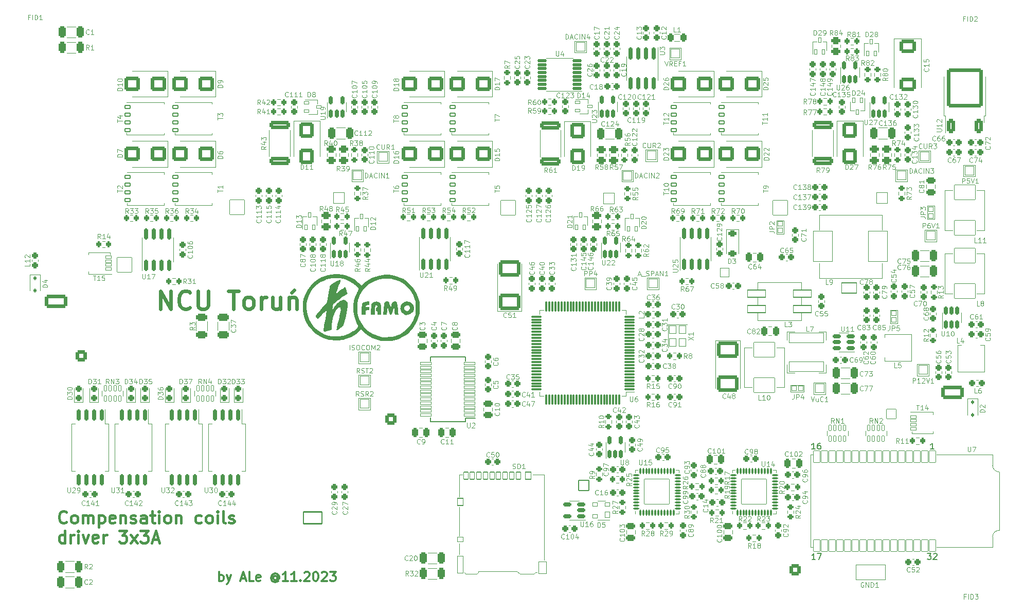
<source format=gto>
%TF.GenerationSoftware,KiCad,Pcbnew,7.0.1*%
%TF.CreationDate,2023-11-30T10:22:41+01:00*%
%TF.ProjectId,current3x3A_Artiq,63757272-656e-4743-9378-33415f417274,rev?*%
%TF.SameCoordinates,Original*%
%TF.FileFunction,Legend,Top*%
%TF.FilePolarity,Positive*%
%FSLAX46Y46*%
G04 Gerber Fmt 4.6, Leading zero omitted, Abs format (unit mm)*
G04 Created by KiCad (PCBNEW 7.0.1) date 2023-11-30 10:22:41*
%MOMM*%
%LPD*%
G01*
G04 APERTURE LIST*
G04 Aperture macros list*
%AMRoundRect*
0 Rectangle with rounded corners*
0 $1 Rounding radius*
0 $2 $3 $4 $5 $6 $7 $8 $9 X,Y pos of 4 corners*
0 Add a 4 corners polygon primitive as box body*
4,1,4,$2,$3,$4,$5,$6,$7,$8,$9,$2,$3,0*
0 Add four circle primitives for the rounded corners*
1,1,$1+$1,$2,$3*
1,1,$1+$1,$4,$5*
1,1,$1+$1,$6,$7*
1,1,$1+$1,$8,$9*
0 Add four rect primitives between the rounded corners*
20,1,$1+$1,$2,$3,$4,$5,0*
20,1,$1+$1,$4,$5,$6,$7,0*
20,1,$1+$1,$6,$7,$8,$9,0*
20,1,$1+$1,$8,$9,$2,$3,0*%
%AMFreePoly0*
4,1,17,2.675000,1.605000,1.875000,1.605000,1.875000,0.935000,2.675000,0.935000,2.675000,0.335000,1.875000,0.335000,1.875000,-0.335000,2.675000,-0.335000,2.675000,-0.935000,1.875000,-0.935000,1.875000,-1.605000,2.675000,-1.605000,2.675000,-2.205000,-1.875000,-2.205000,-1.875000,2.205000,2.675000,2.205000,2.675000,1.605000,2.675000,1.605000,$1*%
%AMFreePoly1*
4,1,15,1.827885,0.766502,1.846291,0.743898,1.848963,0.714870,1.548963,-0.735130,1.531571,-0.763772,1.500000,-0.775000,-1.500000,-0.775000,-1.531571,-0.763772,-1.548963,-0.735130,-1.848963,0.714870,-1.846291,0.743898,-1.827885,0.766502,-1.800000,0.775000,1.800000,0.775000,1.827885,0.766502,1.827885,0.766502,$1*%
%AMFreePoly2*
4,1,15,1.531571,0.763772,1.548963,0.735130,1.848963,-0.714870,1.846291,-0.743898,1.827885,-0.766502,1.800000,-0.775000,-1.800000,-0.775000,-1.827885,-0.766502,-1.846291,-0.743898,-1.848963,-0.714870,-1.548963,0.735130,-1.531571,0.763772,-1.500000,0.775000,1.500000,0.775000,1.531571,0.763772,1.531571,0.763772,$1*%
%AMFreePoly3*
4,1,37,1.430355,1.220355,1.445000,1.185000,1.445000,0.765000,1.430355,0.729645,1.395000,0.715000,0.905000,0.715000,0.905000,0.585000,1.395000,0.585000,1.430355,0.570355,1.445000,0.535000,1.445000,0.115000,1.430355,0.079645,1.395000,0.065000,0.905000,0.065000,0.905000,-0.065000,1.395000,-0.065000,1.430355,-0.079645,1.445000,-0.115000,1.445000,-0.535000,1.430355,-0.570355,
1.395000,-0.585000,0.905000,-0.585000,0.905000,-0.715000,1.395000,-0.715000,1.430355,-0.729645,1.445000,-0.765000,1.445000,-1.185000,1.430355,-1.220355,1.395000,-1.235000,-0.855000,-1.235000,-0.890355,-1.220355,-0.905000,-1.185000,-0.905000,1.185000,-0.890355,1.220355,-0.855000,1.235000,1.395000,1.235000,1.430355,1.220355,1.430355,1.220355,$1*%
G04 Aperture macros list end*
%ADD10C,0.600000*%
%ADD11C,0.400000*%
%ADD12C,0.300000*%
%ADD13C,0.120000*%
%ADD14C,0.150000*%
%ADD15RoundRect,0.275000X0.250000X-0.225000X0.250000X0.225000X-0.250000X0.225000X-0.250000X-0.225000X0*%
%ADD16RoundRect,0.200000X-0.150000X0.750000X-0.150000X-0.750000X0.150000X-0.750000X0.150000X0.750000X0*%
%ADD17RoundRect,0.250000X0.200000X0.275000X-0.200000X0.275000X-0.200000X-0.275000X0.200000X-0.275000X0*%
%ADD18RoundRect,0.268750X0.256250X-0.218750X0.256250X0.218750X-0.256250X0.218750X-0.256250X-0.218750X0*%
%ADD19RoundRect,0.275000X-0.250000X0.225000X-0.250000X-0.225000X0.250000X-0.225000X0.250000X0.225000X0*%
%ADD20RoundRect,0.200000X0.150000X-0.512500X0.150000X0.512500X-0.150000X0.512500X-0.150000X-0.512500X0*%
%ADD21RoundRect,0.050000X1.587500X2.475000X-1.587500X2.475000X-1.587500X-2.475000X1.587500X-2.475000X0*%
%ADD22RoundRect,0.050000X-0.750000X-0.750000X0.750000X-0.750000X0.750000X0.750000X-0.750000X0.750000X0*%
%ADD23RoundRect,0.250000X0.275000X-0.200000X0.275000X0.200000X-0.275000X0.200000X-0.275000X-0.200000X0*%
%ADD24RoundRect,0.268750X-0.218750X-0.256250X0.218750X-0.256250X0.218750X0.256250X-0.218750X0.256250X0*%
%ADD25RoundRect,0.275000X-0.225000X-0.250000X0.225000X-0.250000X0.225000X0.250000X-0.225000X0.250000X0*%
%ADD26C,2.100000*%
%ADD27RoundRect,0.050000X-1.714500X1.206500X-1.714500X-1.206500X1.714500X-1.206500X1.714500X1.206500X0*%
%ADD28RoundRect,0.300000X-0.900000X1.000000X-0.900000X-1.000000X0.900000X-1.000000X0.900000X1.000000X0*%
%ADD29RoundRect,0.050000X1.500000X0.600000X-1.500000X0.600000X-1.500000X-0.600000X1.500000X-0.600000X0*%
%ADD30RoundRect,0.300000X-0.325000X-0.650000X0.325000X-0.650000X0.325000X0.650000X-0.325000X0.650000X0*%
%ADD31RoundRect,0.200000X0.150000X-0.725000X0.150000X0.725000X-0.150000X0.725000X-0.150000X-0.725000X0*%
%ADD32RoundRect,0.300000X0.475000X-0.250000X0.475000X0.250000X-0.475000X0.250000X-0.475000X-0.250000X0*%
%ADD33RoundRect,0.275000X0.225000X0.250000X-0.225000X0.250000X-0.225000X-0.250000X0.225000X-0.250000X0*%
%ADD34RoundRect,0.250000X-0.200000X-0.275000X0.200000X-0.275000X0.200000X0.275000X-0.200000X0.275000X0*%
%ADD35RoundRect,0.162500X-0.112500X0.187500X-0.112500X-0.187500X0.112500X-0.187500X0.112500X0.187500X0*%
%ADD36RoundRect,0.300000X-0.312500X-0.625000X0.312500X-0.625000X0.312500X0.625000X-0.312500X0.625000X0*%
%ADD37RoundRect,0.050000X0.875000X0.225000X-0.875000X0.225000X-0.875000X-0.225000X0.875000X-0.225000X0*%
%ADD38RoundRect,0.050000X0.750000X0.750000X-0.750000X0.750000X-0.750000X-0.750000X0.750000X-0.750000X0*%
%ADD39RoundRect,0.275000X-0.375000X0.225000X-0.375000X-0.225000X0.375000X-0.225000X0.375000X0.225000X0*%
%ADD40RoundRect,0.300000X0.325000X0.650000X-0.325000X0.650000X-0.325000X-0.650000X0.325000X-0.650000X0*%
%ADD41RoundRect,0.112500X0.062500X-0.375000X0.062500X0.375000X-0.062500X0.375000X-0.062500X-0.375000X0*%
%ADD42RoundRect,0.112500X0.375000X-0.062500X0.375000X0.062500X-0.375000X0.062500X-0.375000X-0.062500X0*%
%ADD43RoundRect,0.050000X2.050000X-2.050000X2.050000X2.050000X-2.050000X2.050000X-2.050000X-2.050000X0*%
%ADD44RoundRect,0.250000X-0.275000X0.200000X-0.275000X-0.200000X0.275000X-0.200000X0.275000X0.200000X0*%
%ADD45RoundRect,0.300000X1.425000X-0.362500X1.425000X0.362500X-1.425000X0.362500X-1.425000X-0.362500X0*%
%ADD46RoundRect,0.300000X0.250000X0.475000X-0.250000X0.475000X-0.250000X-0.475000X0.250000X-0.475000X0*%
%ADD47RoundRect,0.300000X-0.450000X0.262500X-0.450000X-0.262500X0.450000X-0.262500X0.450000X0.262500X0*%
%ADD48RoundRect,0.150000X0.637500X0.100000X-0.637500X0.100000X-0.637500X-0.100000X0.637500X-0.100000X0*%
%ADD49RoundRect,0.300000X-0.475000X0.250000X-0.475000X-0.250000X0.475000X-0.250000X0.475000X0.250000X0*%
%ADD50C,1.500000*%
%ADD51C,5.700000*%
%ADD52FreePoly0,0.000000*%
%ADD53RoundRect,0.050000X-0.425000X-0.250000X0.425000X-0.250000X0.425000X0.250000X-0.425000X0.250000X0*%
%ADD54RoundRect,0.300000X0.650000X-0.325000X0.650000X0.325000X-0.650000X0.325000X-0.650000X-0.325000X0*%
%ADD55RoundRect,0.300000X1.000000X0.900000X-1.000000X0.900000X-1.000000X-0.900000X1.000000X-0.900000X0*%
%ADD56RoundRect,0.050000X-0.750000X0.750000X-0.750000X-0.750000X0.750000X-0.750000X0.750000X0.750000X0*%
%ADD57FreePoly1,270.000000*%
%ADD58FreePoly2,270.000000*%
%ADD59RoundRect,0.300000X0.625000X-0.312500X0.625000X0.312500X-0.625000X0.312500X-0.625000X-0.312500X0*%
%ADD60RoundRect,0.050000X0.225000X0.350000X-0.225000X0.350000X-0.225000X-0.350000X0.225000X-0.350000X0*%
%ADD61RoundRect,0.300000X-0.250000X-0.475000X0.250000X-0.475000X0.250000X0.475000X-0.250000X0.475000X0*%
%ADD62RoundRect,0.050000X0.350000X0.500000X-0.350000X0.500000X-0.350000X-0.500000X0.350000X-0.500000X0*%
%ADD63RoundRect,0.050000X0.350000X0.300000X-0.350000X0.300000X-0.350000X-0.300000X0.350000X-0.300000X0*%
%ADD64C,4.800000*%
%ADD65RoundRect,0.050000X-0.225000X-0.350000X0.225000X-0.350000X0.225000X0.350000X-0.225000X0.350000X0*%
%ADD66RoundRect,0.050000X-0.350000X-0.600000X0.350000X-0.600000X0.350000X0.600000X-0.350000X0.600000X0*%
%ADD67RoundRect,0.050000X-0.500000X-0.400000X0.500000X-0.400000X0.500000X0.400000X-0.500000X0.400000X0*%
%ADD68RoundRect,0.050000X-0.500000X-0.600000X0.500000X-0.600000X0.500000X0.600000X-0.500000X0.600000X0*%
%ADD69RoundRect,0.050000X-0.500000X-1.400000X0.500000X-1.400000X0.500000X1.400000X-0.500000X1.400000X0*%
%ADD70RoundRect,0.050000X-0.650000X-0.950000X0.650000X-0.950000X0.650000X0.950000X-0.650000X0.950000X0*%
%ADD71RoundRect,0.050000X-0.533400X0.939800X-0.533400X-0.939800X0.533400X-0.939800X0.533400X0.939800X0*%
%ADD72RoundRect,0.050000X-0.200000X0.450000X-0.200000X-0.450000X0.200000X-0.450000X0.200000X0.450000X0*%
%ADD73RoundRect,0.050000X0.200000X-0.450000X0.200000X0.450000X-0.200000X0.450000X-0.200000X-0.450000X0*%
%ADD74RoundRect,0.200000X0.512500X0.150000X-0.512500X0.150000X-0.512500X-0.150000X0.512500X-0.150000X0*%
%ADD75RoundRect,0.300000X-1.025000X0.787500X-1.025000X-0.787500X1.025000X-0.787500X1.025000X0.787500X0*%
%ADD76RoundRect,0.299999X1.500001X-1.025001X1.500001X1.025001X-1.500001X1.025001X-1.500001X-1.025001X0*%
%ADD77RoundRect,0.200000X-0.150000X0.825000X-0.150000X-0.825000X0.150000X-0.825000X0.150000X0.825000X0*%
%ADD78RoundRect,0.300000X0.450000X-0.262500X0.450000X0.262500X-0.450000X0.262500X-0.450000X-0.262500X0*%
%ADD79RoundRect,0.268750X0.218750X0.381250X-0.218750X0.381250X-0.218750X-0.381250X0.218750X-0.381250X0*%
%ADD80RoundRect,0.050000X0.495000X0.210000X-0.495000X0.210000X-0.495000X-0.210000X0.495000X-0.210000X0*%
%ADD81RoundRect,0.050000X0.500000X0.210000X-0.500000X0.210000X-0.500000X-0.210000X0.500000X-0.210000X0*%
%ADD82FreePoly3,180.000000*%
%ADD83RoundRect,0.125000X0.725000X0.075000X-0.725000X0.075000X-0.725000X-0.075000X0.725000X-0.075000X0*%
%ADD84RoundRect,0.125000X0.075000X0.725000X-0.075000X0.725000X-0.075000X-0.725000X0.075000X-0.725000X0*%
%ADD85RoundRect,0.050000X-0.350000X0.225000X-0.350000X-0.225000X0.350000X-0.225000X0.350000X0.225000X0*%
%ADD86RoundRect,0.050000X-0.550000X0.650000X-0.550000X-0.650000X0.550000X-0.650000X0.550000X0.650000X0*%
%ADD87RoundRect,0.050000X-0.400000X-0.400000X0.400000X-0.400000X0.400000X0.400000X-0.400000X0.400000X0*%
%ADD88RoundRect,0.050000X-0.495000X-0.210000X0.495000X-0.210000X0.495000X0.210000X-0.495000X0.210000X0*%
%ADD89RoundRect,0.050000X-0.500000X-0.210000X0.500000X-0.210000X0.500000X0.210000X-0.500000X0.210000X0*%
%ADD90FreePoly3,0.000000*%
%ADD91RoundRect,0.300000X0.350000X-0.850000X0.350000X0.850000X-0.350000X0.850000X-0.350000X-0.850000X0*%
%ADD92RoundRect,0.299997X2.650003X-2.950003X2.650003X2.950003X-2.650003X2.950003X-2.650003X-2.950003X0*%
%ADD93FreePoly1,180.000000*%
%ADD94FreePoly2,180.000000*%
%ADD95RoundRect,0.050000X2.850000X-0.800000X2.850000X0.800000X-2.850000X0.800000X-2.850000X-0.800000X0*%
%ADD96RoundRect,0.050000X0.400000X0.400000X-0.400000X0.400000X-0.400000X-0.400000X0.400000X-0.400000X0*%
%ADD97RoundRect,0.050000X0.400000X-0.400000X0.400000X0.400000X-0.400000X0.400000X-0.400000X-0.400000X0*%
%ADD98RoundRect,0.268750X-0.256250X0.218750X-0.256250X-0.218750X0.256250X-0.218750X0.256250X0.218750X0*%
%ADD99RoundRect,0.299999X-1.500001X1.025001X-1.500001X-1.025001X1.500001X-1.025001X1.500001X1.025001X0*%
%ADD100RoundRect,0.050000X1.200000X-1.200000X1.200000X1.200000X-1.200000X1.200000X-1.200000X-1.200000X0*%
%ADD101C,2.500000*%
%ADD102RoundRect,0.300000X-0.600000X0.600000X-0.600000X-0.600000X0.600000X-0.600000X0.600000X0.600000X0*%
%ADD103C,1.800000*%
%ADD104RoundRect,0.299999X-1.550001X0.790001X-1.550001X-0.790001X1.550001X-0.790001X1.550001X0.790001X0*%
%ADD105O,3.700000X2.180000*%
%ADD106C,5.800000*%
%ADD107RoundRect,0.050000X-0.850000X-0.850000X0.850000X-0.850000X0.850000X0.850000X-0.850000X0.850000X0*%
%ADD108O,1.800000X1.800000*%
%ADD109RoundRect,0.300000X0.600000X-0.600000X0.600000X0.600000X-0.600000X0.600000X-0.600000X-0.600000X0*%
%ADD110RoundRect,0.050000X0.900000X0.900000X-0.900000X0.900000X-0.900000X-0.900000X0.900000X-0.900000X0*%
%ADD111O,1.900000X1.900000*%
%ADD112RoundRect,0.299999X1.550001X-0.790001X1.550001X0.790001X-1.550001X0.790001X-1.550001X-0.790001X0*%
%ADD113RoundRect,0.300000X-0.600000X-0.600000X0.600000X-0.600000X0.600000X0.600000X-0.600000X0.600000X0*%
%ADD114O,1.600000X1.600000*%
%ADD115RoundRect,0.050000X-1.250000X0.850000X-1.250000X-0.850000X1.250000X-0.850000X1.250000X0.850000X0*%
%ADD116O,2.600000X1.800000*%
%ADD117RoundRect,0.101600X1.500000X0.975000X-1.500000X0.975000X-1.500000X-0.975000X1.500000X-0.975000X0*%
%ADD118O,4.103200X2.153200*%
%ADD119RoundRect,0.050000X0.800000X-0.800000X0.800000X0.800000X-0.800000X0.800000X-0.800000X-0.800000X0*%
%ADD120C,1.700000*%
G04 APERTURE END LIST*
D10*
X23955285Y-50305857D02*
X23955285Y-47305857D01*
X23955285Y-47305857D02*
X25669571Y-50305857D01*
X25669571Y-50305857D02*
X25669571Y-47305857D01*
X28812428Y-50020142D02*
X28669571Y-50163000D01*
X28669571Y-50163000D02*
X28240999Y-50305857D01*
X28240999Y-50305857D02*
X27955285Y-50305857D01*
X27955285Y-50305857D02*
X27526714Y-50163000D01*
X27526714Y-50163000D02*
X27240999Y-49877285D01*
X27240999Y-49877285D02*
X27098142Y-49591571D01*
X27098142Y-49591571D02*
X26955285Y-49020142D01*
X26955285Y-49020142D02*
X26955285Y-48591571D01*
X26955285Y-48591571D02*
X27098142Y-48020142D01*
X27098142Y-48020142D02*
X27240999Y-47734428D01*
X27240999Y-47734428D02*
X27526714Y-47448714D01*
X27526714Y-47448714D02*
X27955285Y-47305857D01*
X27955285Y-47305857D02*
X28240999Y-47305857D01*
X28240999Y-47305857D02*
X28669571Y-47448714D01*
X28669571Y-47448714D02*
X28812428Y-47591571D01*
X30098142Y-47305857D02*
X30098142Y-49734428D01*
X30098142Y-49734428D02*
X30240999Y-50020142D01*
X30240999Y-50020142D02*
X30383857Y-50163000D01*
X30383857Y-50163000D02*
X30669571Y-50305857D01*
X30669571Y-50305857D02*
X31240999Y-50305857D01*
X31240999Y-50305857D02*
X31526714Y-50163000D01*
X31526714Y-50163000D02*
X31669571Y-50020142D01*
X31669571Y-50020142D02*
X31812428Y-49734428D01*
X31812428Y-49734428D02*
X31812428Y-47305857D01*
X35098142Y-47305857D02*
X36812428Y-47305857D01*
X35955285Y-50305857D02*
X35955285Y-47305857D01*
X38240999Y-50305857D02*
X37955284Y-50163000D01*
X37955284Y-50163000D02*
X37812427Y-50020142D01*
X37812427Y-50020142D02*
X37669570Y-49734428D01*
X37669570Y-49734428D02*
X37669570Y-48877285D01*
X37669570Y-48877285D02*
X37812427Y-48591571D01*
X37812427Y-48591571D02*
X37955284Y-48448714D01*
X37955284Y-48448714D02*
X38240999Y-48305857D01*
X38240999Y-48305857D02*
X38669570Y-48305857D01*
X38669570Y-48305857D02*
X38955284Y-48448714D01*
X38955284Y-48448714D02*
X39098142Y-48591571D01*
X39098142Y-48591571D02*
X39240999Y-48877285D01*
X39240999Y-48877285D02*
X39240999Y-49734428D01*
X39240999Y-49734428D02*
X39098142Y-50020142D01*
X39098142Y-50020142D02*
X38955284Y-50163000D01*
X38955284Y-50163000D02*
X38669570Y-50305857D01*
X38669570Y-50305857D02*
X38240999Y-50305857D01*
X40526713Y-50305857D02*
X40526713Y-48305857D01*
X40526713Y-48877285D02*
X40669570Y-48591571D01*
X40669570Y-48591571D02*
X40812428Y-48448714D01*
X40812428Y-48448714D02*
X41098142Y-48305857D01*
X41098142Y-48305857D02*
X41383856Y-48305857D01*
X43669571Y-48305857D02*
X43669571Y-50305857D01*
X42383856Y-48305857D02*
X42383856Y-49877285D01*
X42383856Y-49877285D02*
X42526713Y-50163000D01*
X42526713Y-50163000D02*
X42812428Y-50305857D01*
X42812428Y-50305857D02*
X43240999Y-50305857D01*
X43240999Y-50305857D02*
X43526713Y-50163000D01*
X43526713Y-50163000D02*
X43669571Y-50020142D01*
X45098142Y-48305857D02*
X45098142Y-50305857D01*
X45098142Y-48591571D02*
X45240999Y-48448714D01*
X45240999Y-48448714D02*
X45526714Y-48305857D01*
X45526714Y-48305857D02*
X45955285Y-48305857D01*
X45955285Y-48305857D02*
X46240999Y-48448714D01*
X46240999Y-48448714D02*
X46383857Y-48734428D01*
X46383857Y-48734428D02*
X46383857Y-50305857D01*
X45955285Y-47163000D02*
X45526714Y-47591571D01*
D11*
X8477047Y-85351761D02*
X8381809Y-85447000D01*
X8381809Y-85447000D02*
X8096095Y-85542238D01*
X8096095Y-85542238D02*
X7905619Y-85542238D01*
X7905619Y-85542238D02*
X7619904Y-85447000D01*
X7619904Y-85447000D02*
X7429428Y-85256523D01*
X7429428Y-85256523D02*
X7334190Y-85066047D01*
X7334190Y-85066047D02*
X7238952Y-84685095D01*
X7238952Y-84685095D02*
X7238952Y-84399380D01*
X7238952Y-84399380D02*
X7334190Y-84018428D01*
X7334190Y-84018428D02*
X7429428Y-83827952D01*
X7429428Y-83827952D02*
X7619904Y-83637476D01*
X7619904Y-83637476D02*
X7905619Y-83542238D01*
X7905619Y-83542238D02*
X8096095Y-83542238D01*
X8096095Y-83542238D02*
X8381809Y-83637476D01*
X8381809Y-83637476D02*
X8477047Y-83732714D01*
X9619904Y-85542238D02*
X9429428Y-85447000D01*
X9429428Y-85447000D02*
X9334190Y-85351761D01*
X9334190Y-85351761D02*
X9238952Y-85161285D01*
X9238952Y-85161285D02*
X9238952Y-84589857D01*
X9238952Y-84589857D02*
X9334190Y-84399380D01*
X9334190Y-84399380D02*
X9429428Y-84304142D01*
X9429428Y-84304142D02*
X9619904Y-84208904D01*
X9619904Y-84208904D02*
X9905619Y-84208904D01*
X9905619Y-84208904D02*
X10096095Y-84304142D01*
X10096095Y-84304142D02*
X10191333Y-84399380D01*
X10191333Y-84399380D02*
X10286571Y-84589857D01*
X10286571Y-84589857D02*
X10286571Y-85161285D01*
X10286571Y-85161285D02*
X10191333Y-85351761D01*
X10191333Y-85351761D02*
X10096095Y-85447000D01*
X10096095Y-85447000D02*
X9905619Y-85542238D01*
X9905619Y-85542238D02*
X9619904Y-85542238D01*
X11143714Y-85542238D02*
X11143714Y-84208904D01*
X11143714Y-84399380D02*
X11238952Y-84304142D01*
X11238952Y-84304142D02*
X11429428Y-84208904D01*
X11429428Y-84208904D02*
X11715143Y-84208904D01*
X11715143Y-84208904D02*
X11905619Y-84304142D01*
X11905619Y-84304142D02*
X12000857Y-84494619D01*
X12000857Y-84494619D02*
X12000857Y-85542238D01*
X12000857Y-84494619D02*
X12096095Y-84304142D01*
X12096095Y-84304142D02*
X12286571Y-84208904D01*
X12286571Y-84208904D02*
X12572285Y-84208904D01*
X12572285Y-84208904D02*
X12762762Y-84304142D01*
X12762762Y-84304142D02*
X12858000Y-84494619D01*
X12858000Y-84494619D02*
X12858000Y-85542238D01*
X13810381Y-84208904D02*
X13810381Y-86208904D01*
X13810381Y-84304142D02*
X14000857Y-84208904D01*
X14000857Y-84208904D02*
X14381810Y-84208904D01*
X14381810Y-84208904D02*
X14572286Y-84304142D01*
X14572286Y-84304142D02*
X14667524Y-84399380D01*
X14667524Y-84399380D02*
X14762762Y-84589857D01*
X14762762Y-84589857D02*
X14762762Y-85161285D01*
X14762762Y-85161285D02*
X14667524Y-85351761D01*
X14667524Y-85351761D02*
X14572286Y-85447000D01*
X14572286Y-85447000D02*
X14381810Y-85542238D01*
X14381810Y-85542238D02*
X14000857Y-85542238D01*
X14000857Y-85542238D02*
X13810381Y-85447000D01*
X16381810Y-85447000D02*
X16191334Y-85542238D01*
X16191334Y-85542238D02*
X15810381Y-85542238D01*
X15810381Y-85542238D02*
X15619905Y-85447000D01*
X15619905Y-85447000D02*
X15524667Y-85256523D01*
X15524667Y-85256523D02*
X15524667Y-84494619D01*
X15524667Y-84494619D02*
X15619905Y-84304142D01*
X15619905Y-84304142D02*
X15810381Y-84208904D01*
X15810381Y-84208904D02*
X16191334Y-84208904D01*
X16191334Y-84208904D02*
X16381810Y-84304142D01*
X16381810Y-84304142D02*
X16477048Y-84494619D01*
X16477048Y-84494619D02*
X16477048Y-84685095D01*
X16477048Y-84685095D02*
X15524667Y-84875571D01*
X17334191Y-84208904D02*
X17334191Y-85542238D01*
X17334191Y-84399380D02*
X17429429Y-84304142D01*
X17429429Y-84304142D02*
X17619905Y-84208904D01*
X17619905Y-84208904D02*
X17905620Y-84208904D01*
X17905620Y-84208904D02*
X18096096Y-84304142D01*
X18096096Y-84304142D02*
X18191334Y-84494619D01*
X18191334Y-84494619D02*
X18191334Y-85542238D01*
X19048477Y-85447000D02*
X19238953Y-85542238D01*
X19238953Y-85542238D02*
X19619905Y-85542238D01*
X19619905Y-85542238D02*
X19810382Y-85447000D01*
X19810382Y-85447000D02*
X19905620Y-85256523D01*
X19905620Y-85256523D02*
X19905620Y-85161285D01*
X19905620Y-85161285D02*
X19810382Y-84970809D01*
X19810382Y-84970809D02*
X19619905Y-84875571D01*
X19619905Y-84875571D02*
X19334191Y-84875571D01*
X19334191Y-84875571D02*
X19143715Y-84780333D01*
X19143715Y-84780333D02*
X19048477Y-84589857D01*
X19048477Y-84589857D02*
X19048477Y-84494619D01*
X19048477Y-84494619D02*
X19143715Y-84304142D01*
X19143715Y-84304142D02*
X19334191Y-84208904D01*
X19334191Y-84208904D02*
X19619905Y-84208904D01*
X19619905Y-84208904D02*
X19810382Y-84304142D01*
X21619906Y-85542238D02*
X21619906Y-84494619D01*
X21619906Y-84494619D02*
X21524668Y-84304142D01*
X21524668Y-84304142D02*
X21334192Y-84208904D01*
X21334192Y-84208904D02*
X20953239Y-84208904D01*
X20953239Y-84208904D02*
X20762763Y-84304142D01*
X21619906Y-85447000D02*
X21429430Y-85542238D01*
X21429430Y-85542238D02*
X20953239Y-85542238D01*
X20953239Y-85542238D02*
X20762763Y-85447000D01*
X20762763Y-85447000D02*
X20667525Y-85256523D01*
X20667525Y-85256523D02*
X20667525Y-85066047D01*
X20667525Y-85066047D02*
X20762763Y-84875571D01*
X20762763Y-84875571D02*
X20953239Y-84780333D01*
X20953239Y-84780333D02*
X21429430Y-84780333D01*
X21429430Y-84780333D02*
X21619906Y-84685095D01*
X22286573Y-84208904D02*
X23048477Y-84208904D01*
X22572287Y-83542238D02*
X22572287Y-85256523D01*
X22572287Y-85256523D02*
X22667525Y-85447000D01*
X22667525Y-85447000D02*
X22858001Y-85542238D01*
X22858001Y-85542238D02*
X23048477Y-85542238D01*
X23715144Y-85542238D02*
X23715144Y-84208904D01*
X23715144Y-83542238D02*
X23619906Y-83637476D01*
X23619906Y-83637476D02*
X23715144Y-83732714D01*
X23715144Y-83732714D02*
X23810382Y-83637476D01*
X23810382Y-83637476D02*
X23715144Y-83542238D01*
X23715144Y-83542238D02*
X23715144Y-83732714D01*
X24953239Y-85542238D02*
X24762763Y-85447000D01*
X24762763Y-85447000D02*
X24667525Y-85351761D01*
X24667525Y-85351761D02*
X24572287Y-85161285D01*
X24572287Y-85161285D02*
X24572287Y-84589857D01*
X24572287Y-84589857D02*
X24667525Y-84399380D01*
X24667525Y-84399380D02*
X24762763Y-84304142D01*
X24762763Y-84304142D02*
X24953239Y-84208904D01*
X24953239Y-84208904D02*
X25238954Y-84208904D01*
X25238954Y-84208904D02*
X25429430Y-84304142D01*
X25429430Y-84304142D02*
X25524668Y-84399380D01*
X25524668Y-84399380D02*
X25619906Y-84589857D01*
X25619906Y-84589857D02*
X25619906Y-85161285D01*
X25619906Y-85161285D02*
X25524668Y-85351761D01*
X25524668Y-85351761D02*
X25429430Y-85447000D01*
X25429430Y-85447000D02*
X25238954Y-85542238D01*
X25238954Y-85542238D02*
X24953239Y-85542238D01*
X26477049Y-84208904D02*
X26477049Y-85542238D01*
X26477049Y-84399380D02*
X26572287Y-84304142D01*
X26572287Y-84304142D02*
X26762763Y-84208904D01*
X26762763Y-84208904D02*
X27048478Y-84208904D01*
X27048478Y-84208904D02*
X27238954Y-84304142D01*
X27238954Y-84304142D02*
X27334192Y-84494619D01*
X27334192Y-84494619D02*
X27334192Y-85542238D01*
X30667526Y-85447000D02*
X30477050Y-85542238D01*
X30477050Y-85542238D02*
X30096097Y-85542238D01*
X30096097Y-85542238D02*
X29905621Y-85447000D01*
X29905621Y-85447000D02*
X29810383Y-85351761D01*
X29810383Y-85351761D02*
X29715145Y-85161285D01*
X29715145Y-85161285D02*
X29715145Y-84589857D01*
X29715145Y-84589857D02*
X29810383Y-84399380D01*
X29810383Y-84399380D02*
X29905621Y-84304142D01*
X29905621Y-84304142D02*
X30096097Y-84208904D01*
X30096097Y-84208904D02*
X30477050Y-84208904D01*
X30477050Y-84208904D02*
X30667526Y-84304142D01*
X31810383Y-85542238D02*
X31619907Y-85447000D01*
X31619907Y-85447000D02*
X31524669Y-85351761D01*
X31524669Y-85351761D02*
X31429431Y-85161285D01*
X31429431Y-85161285D02*
X31429431Y-84589857D01*
X31429431Y-84589857D02*
X31524669Y-84399380D01*
X31524669Y-84399380D02*
X31619907Y-84304142D01*
X31619907Y-84304142D02*
X31810383Y-84208904D01*
X31810383Y-84208904D02*
X32096098Y-84208904D01*
X32096098Y-84208904D02*
X32286574Y-84304142D01*
X32286574Y-84304142D02*
X32381812Y-84399380D01*
X32381812Y-84399380D02*
X32477050Y-84589857D01*
X32477050Y-84589857D02*
X32477050Y-85161285D01*
X32477050Y-85161285D02*
X32381812Y-85351761D01*
X32381812Y-85351761D02*
X32286574Y-85447000D01*
X32286574Y-85447000D02*
X32096098Y-85542238D01*
X32096098Y-85542238D02*
X31810383Y-85542238D01*
X33334193Y-85542238D02*
X33334193Y-84208904D01*
X33334193Y-83542238D02*
X33238955Y-83637476D01*
X33238955Y-83637476D02*
X33334193Y-83732714D01*
X33334193Y-83732714D02*
X33429431Y-83637476D01*
X33429431Y-83637476D02*
X33334193Y-83542238D01*
X33334193Y-83542238D02*
X33334193Y-83732714D01*
X34572288Y-85542238D02*
X34381812Y-85447000D01*
X34381812Y-85447000D02*
X34286574Y-85256523D01*
X34286574Y-85256523D02*
X34286574Y-83542238D01*
X35238955Y-85447000D02*
X35429431Y-85542238D01*
X35429431Y-85542238D02*
X35810383Y-85542238D01*
X35810383Y-85542238D02*
X36000860Y-85447000D01*
X36000860Y-85447000D02*
X36096098Y-85256523D01*
X36096098Y-85256523D02*
X36096098Y-85161285D01*
X36096098Y-85161285D02*
X36000860Y-84970809D01*
X36000860Y-84970809D02*
X35810383Y-84875571D01*
X35810383Y-84875571D02*
X35524669Y-84875571D01*
X35524669Y-84875571D02*
X35334193Y-84780333D01*
X35334193Y-84780333D02*
X35238955Y-84589857D01*
X35238955Y-84589857D02*
X35238955Y-84494619D01*
X35238955Y-84494619D02*
X35334193Y-84304142D01*
X35334193Y-84304142D02*
X35524669Y-84208904D01*
X35524669Y-84208904D02*
X35810383Y-84208904D01*
X35810383Y-84208904D02*
X36000860Y-84304142D01*
X8191333Y-88782238D02*
X8191333Y-86782238D01*
X8191333Y-88687000D02*
X8000857Y-88782238D01*
X8000857Y-88782238D02*
X7619904Y-88782238D01*
X7619904Y-88782238D02*
X7429428Y-88687000D01*
X7429428Y-88687000D02*
X7334190Y-88591761D01*
X7334190Y-88591761D02*
X7238952Y-88401285D01*
X7238952Y-88401285D02*
X7238952Y-87829857D01*
X7238952Y-87829857D02*
X7334190Y-87639380D01*
X7334190Y-87639380D02*
X7429428Y-87544142D01*
X7429428Y-87544142D02*
X7619904Y-87448904D01*
X7619904Y-87448904D02*
X8000857Y-87448904D01*
X8000857Y-87448904D02*
X8191333Y-87544142D01*
X9143714Y-88782238D02*
X9143714Y-87448904D01*
X9143714Y-87829857D02*
X9238952Y-87639380D01*
X9238952Y-87639380D02*
X9334190Y-87544142D01*
X9334190Y-87544142D02*
X9524666Y-87448904D01*
X9524666Y-87448904D02*
X9715143Y-87448904D01*
X10381809Y-88782238D02*
X10381809Y-87448904D01*
X10381809Y-86782238D02*
X10286571Y-86877476D01*
X10286571Y-86877476D02*
X10381809Y-86972714D01*
X10381809Y-86972714D02*
X10477047Y-86877476D01*
X10477047Y-86877476D02*
X10381809Y-86782238D01*
X10381809Y-86782238D02*
X10381809Y-86972714D01*
X11143714Y-87448904D02*
X11619904Y-88782238D01*
X11619904Y-88782238D02*
X12096095Y-87448904D01*
X13619905Y-88687000D02*
X13429429Y-88782238D01*
X13429429Y-88782238D02*
X13048476Y-88782238D01*
X13048476Y-88782238D02*
X12858000Y-88687000D01*
X12858000Y-88687000D02*
X12762762Y-88496523D01*
X12762762Y-88496523D02*
X12762762Y-87734619D01*
X12762762Y-87734619D02*
X12858000Y-87544142D01*
X12858000Y-87544142D02*
X13048476Y-87448904D01*
X13048476Y-87448904D02*
X13429429Y-87448904D01*
X13429429Y-87448904D02*
X13619905Y-87544142D01*
X13619905Y-87544142D02*
X13715143Y-87734619D01*
X13715143Y-87734619D02*
X13715143Y-87925095D01*
X13715143Y-87925095D02*
X12762762Y-88115571D01*
X14572286Y-88782238D02*
X14572286Y-87448904D01*
X14572286Y-87829857D02*
X14667524Y-87639380D01*
X14667524Y-87639380D02*
X14762762Y-87544142D01*
X14762762Y-87544142D02*
X14953238Y-87448904D01*
X14953238Y-87448904D02*
X15143715Y-87448904D01*
X17143715Y-86782238D02*
X18381810Y-86782238D01*
X18381810Y-86782238D02*
X17715143Y-87544142D01*
X17715143Y-87544142D02*
X18000858Y-87544142D01*
X18000858Y-87544142D02*
X18191334Y-87639380D01*
X18191334Y-87639380D02*
X18286572Y-87734619D01*
X18286572Y-87734619D02*
X18381810Y-87925095D01*
X18381810Y-87925095D02*
X18381810Y-88401285D01*
X18381810Y-88401285D02*
X18286572Y-88591761D01*
X18286572Y-88591761D02*
X18191334Y-88687000D01*
X18191334Y-88687000D02*
X18000858Y-88782238D01*
X18000858Y-88782238D02*
X17429429Y-88782238D01*
X17429429Y-88782238D02*
X17238953Y-88687000D01*
X17238953Y-88687000D02*
X17143715Y-88591761D01*
X19048477Y-88782238D02*
X20096096Y-87448904D01*
X19048477Y-87448904D02*
X20096096Y-88782238D01*
X20667525Y-86782238D02*
X21905620Y-86782238D01*
X21905620Y-86782238D02*
X21238953Y-87544142D01*
X21238953Y-87544142D02*
X21524668Y-87544142D01*
X21524668Y-87544142D02*
X21715144Y-87639380D01*
X21715144Y-87639380D02*
X21810382Y-87734619D01*
X21810382Y-87734619D02*
X21905620Y-87925095D01*
X21905620Y-87925095D02*
X21905620Y-88401285D01*
X21905620Y-88401285D02*
X21810382Y-88591761D01*
X21810382Y-88591761D02*
X21715144Y-88687000D01*
X21715144Y-88687000D02*
X21524668Y-88782238D01*
X21524668Y-88782238D02*
X20953239Y-88782238D01*
X20953239Y-88782238D02*
X20762763Y-88687000D01*
X20762763Y-88687000D02*
X20667525Y-88591761D01*
X22667525Y-88210809D02*
X23619906Y-88210809D01*
X22477049Y-88782238D02*
X23143715Y-86782238D01*
X23143715Y-86782238D02*
X23810382Y-88782238D01*
D12*
X33631142Y-95066428D02*
X33631142Y-93566428D01*
X33631142Y-94137857D02*
X33774000Y-94066428D01*
X33774000Y-94066428D02*
X34059714Y-94066428D01*
X34059714Y-94066428D02*
X34202571Y-94137857D01*
X34202571Y-94137857D02*
X34274000Y-94209285D01*
X34274000Y-94209285D02*
X34345428Y-94352142D01*
X34345428Y-94352142D02*
X34345428Y-94780714D01*
X34345428Y-94780714D02*
X34274000Y-94923571D01*
X34274000Y-94923571D02*
X34202571Y-94995000D01*
X34202571Y-94995000D02*
X34059714Y-95066428D01*
X34059714Y-95066428D02*
X33774000Y-95066428D01*
X33774000Y-95066428D02*
X33631142Y-94995000D01*
X34845428Y-94066428D02*
X35202571Y-95066428D01*
X35559714Y-94066428D02*
X35202571Y-95066428D01*
X35202571Y-95066428D02*
X35059714Y-95423571D01*
X35059714Y-95423571D02*
X34988285Y-95495000D01*
X34988285Y-95495000D02*
X34845428Y-95566428D01*
X37202571Y-94637857D02*
X37916857Y-94637857D01*
X37059714Y-95066428D02*
X37559714Y-93566428D01*
X37559714Y-93566428D02*
X38059714Y-95066428D01*
X39273999Y-95066428D02*
X38559713Y-95066428D01*
X38559713Y-95066428D02*
X38559713Y-93566428D01*
X40345428Y-94995000D02*
X40202571Y-95066428D01*
X40202571Y-95066428D02*
X39916857Y-95066428D01*
X39916857Y-95066428D02*
X39773999Y-94995000D01*
X39773999Y-94995000D02*
X39702571Y-94852142D01*
X39702571Y-94852142D02*
X39702571Y-94280714D01*
X39702571Y-94280714D02*
X39773999Y-94137857D01*
X39773999Y-94137857D02*
X39916857Y-94066428D01*
X39916857Y-94066428D02*
X40202571Y-94066428D01*
X40202571Y-94066428D02*
X40345428Y-94137857D01*
X40345428Y-94137857D02*
X40416857Y-94280714D01*
X40416857Y-94280714D02*
X40416857Y-94423571D01*
X40416857Y-94423571D02*
X39702571Y-94566428D01*
X43131142Y-94352142D02*
X43059713Y-94280714D01*
X43059713Y-94280714D02*
X42916856Y-94209285D01*
X42916856Y-94209285D02*
X42773999Y-94209285D01*
X42773999Y-94209285D02*
X42631142Y-94280714D01*
X42631142Y-94280714D02*
X42559713Y-94352142D01*
X42559713Y-94352142D02*
X42488285Y-94495000D01*
X42488285Y-94495000D02*
X42488285Y-94637857D01*
X42488285Y-94637857D02*
X42559713Y-94780714D01*
X42559713Y-94780714D02*
X42631142Y-94852142D01*
X42631142Y-94852142D02*
X42773999Y-94923571D01*
X42773999Y-94923571D02*
X42916856Y-94923571D01*
X42916856Y-94923571D02*
X43059713Y-94852142D01*
X43059713Y-94852142D02*
X43131142Y-94780714D01*
X43131142Y-94209285D02*
X43131142Y-94780714D01*
X43131142Y-94780714D02*
X43202570Y-94852142D01*
X43202570Y-94852142D02*
X43273999Y-94852142D01*
X43273999Y-94852142D02*
X43416856Y-94780714D01*
X43416856Y-94780714D02*
X43488285Y-94637857D01*
X43488285Y-94637857D02*
X43488285Y-94280714D01*
X43488285Y-94280714D02*
X43345428Y-94066428D01*
X43345428Y-94066428D02*
X43131142Y-93923571D01*
X43131142Y-93923571D02*
X42845428Y-93852142D01*
X42845428Y-93852142D02*
X42559713Y-93923571D01*
X42559713Y-93923571D02*
X42345428Y-94066428D01*
X42345428Y-94066428D02*
X42202570Y-94280714D01*
X42202570Y-94280714D02*
X42131142Y-94566428D01*
X42131142Y-94566428D02*
X42202570Y-94852142D01*
X42202570Y-94852142D02*
X42345428Y-95066428D01*
X42345428Y-95066428D02*
X42559713Y-95209285D01*
X42559713Y-95209285D02*
X42845428Y-95280714D01*
X42845428Y-95280714D02*
X43131142Y-95209285D01*
X43131142Y-95209285D02*
X43345428Y-95066428D01*
X44916856Y-95066428D02*
X44059713Y-95066428D01*
X44488284Y-95066428D02*
X44488284Y-93566428D01*
X44488284Y-93566428D02*
X44345427Y-93780714D01*
X44345427Y-93780714D02*
X44202570Y-93923571D01*
X44202570Y-93923571D02*
X44059713Y-93995000D01*
X46345427Y-95066428D02*
X45488284Y-95066428D01*
X45916855Y-95066428D02*
X45916855Y-93566428D01*
X45916855Y-93566428D02*
X45773998Y-93780714D01*
X45773998Y-93780714D02*
X45631141Y-93923571D01*
X45631141Y-93923571D02*
X45488284Y-93995000D01*
X46988283Y-94923571D02*
X47059712Y-94995000D01*
X47059712Y-94995000D02*
X46988283Y-95066428D01*
X46988283Y-95066428D02*
X46916855Y-94995000D01*
X46916855Y-94995000D02*
X46988283Y-94923571D01*
X46988283Y-94923571D02*
X46988283Y-95066428D01*
X47631141Y-93709285D02*
X47702569Y-93637857D01*
X47702569Y-93637857D02*
X47845427Y-93566428D01*
X47845427Y-93566428D02*
X48202569Y-93566428D01*
X48202569Y-93566428D02*
X48345427Y-93637857D01*
X48345427Y-93637857D02*
X48416855Y-93709285D01*
X48416855Y-93709285D02*
X48488284Y-93852142D01*
X48488284Y-93852142D02*
X48488284Y-93995000D01*
X48488284Y-93995000D02*
X48416855Y-94209285D01*
X48416855Y-94209285D02*
X47559712Y-95066428D01*
X47559712Y-95066428D02*
X48488284Y-95066428D01*
X49416855Y-93566428D02*
X49559712Y-93566428D01*
X49559712Y-93566428D02*
X49702569Y-93637857D01*
X49702569Y-93637857D02*
X49773998Y-93709285D01*
X49773998Y-93709285D02*
X49845426Y-93852142D01*
X49845426Y-93852142D02*
X49916855Y-94137857D01*
X49916855Y-94137857D02*
X49916855Y-94495000D01*
X49916855Y-94495000D02*
X49845426Y-94780714D01*
X49845426Y-94780714D02*
X49773998Y-94923571D01*
X49773998Y-94923571D02*
X49702569Y-94995000D01*
X49702569Y-94995000D02*
X49559712Y-95066428D01*
X49559712Y-95066428D02*
X49416855Y-95066428D01*
X49416855Y-95066428D02*
X49273998Y-94995000D01*
X49273998Y-94995000D02*
X49202569Y-94923571D01*
X49202569Y-94923571D02*
X49131140Y-94780714D01*
X49131140Y-94780714D02*
X49059712Y-94495000D01*
X49059712Y-94495000D02*
X49059712Y-94137857D01*
X49059712Y-94137857D02*
X49131140Y-93852142D01*
X49131140Y-93852142D02*
X49202569Y-93709285D01*
X49202569Y-93709285D02*
X49273998Y-93637857D01*
X49273998Y-93637857D02*
X49416855Y-93566428D01*
X50488283Y-93709285D02*
X50559711Y-93637857D01*
X50559711Y-93637857D02*
X50702569Y-93566428D01*
X50702569Y-93566428D02*
X51059711Y-93566428D01*
X51059711Y-93566428D02*
X51202569Y-93637857D01*
X51202569Y-93637857D02*
X51273997Y-93709285D01*
X51273997Y-93709285D02*
X51345426Y-93852142D01*
X51345426Y-93852142D02*
X51345426Y-93995000D01*
X51345426Y-93995000D02*
X51273997Y-94209285D01*
X51273997Y-94209285D02*
X50416854Y-95066428D01*
X50416854Y-95066428D02*
X51345426Y-95066428D01*
X51845425Y-93566428D02*
X52773997Y-93566428D01*
X52773997Y-93566428D02*
X52273997Y-94137857D01*
X52273997Y-94137857D02*
X52488282Y-94137857D01*
X52488282Y-94137857D02*
X52631140Y-94209285D01*
X52631140Y-94209285D02*
X52702568Y-94280714D01*
X52702568Y-94280714D02*
X52773997Y-94423571D01*
X52773997Y-94423571D02*
X52773997Y-94780714D01*
X52773997Y-94780714D02*
X52702568Y-94923571D01*
X52702568Y-94923571D02*
X52631140Y-94995000D01*
X52631140Y-94995000D02*
X52488282Y-95066428D01*
X52488282Y-95066428D02*
X52059711Y-95066428D01*
X52059711Y-95066428D02*
X51916854Y-94995000D01*
X51916854Y-94995000D02*
X51845425Y-94923571D01*
D13*
%TO.C,C93*%
X110910904Y-76841285D02*
X110949000Y-76879381D01*
X110949000Y-76879381D02*
X110987095Y-76993666D01*
X110987095Y-76993666D02*
X110987095Y-77069857D01*
X110987095Y-77069857D02*
X110949000Y-77184143D01*
X110949000Y-77184143D02*
X110872809Y-77260333D01*
X110872809Y-77260333D02*
X110796619Y-77298428D01*
X110796619Y-77298428D02*
X110644238Y-77336524D01*
X110644238Y-77336524D02*
X110529952Y-77336524D01*
X110529952Y-77336524D02*
X110377571Y-77298428D01*
X110377571Y-77298428D02*
X110301380Y-77260333D01*
X110301380Y-77260333D02*
X110225190Y-77184143D01*
X110225190Y-77184143D02*
X110187095Y-77069857D01*
X110187095Y-77069857D02*
X110187095Y-76993666D01*
X110187095Y-76993666D02*
X110225190Y-76879381D01*
X110225190Y-76879381D02*
X110263285Y-76841285D01*
X110987095Y-76460333D02*
X110987095Y-76307952D01*
X110987095Y-76307952D02*
X110949000Y-76231762D01*
X110949000Y-76231762D02*
X110910904Y-76193666D01*
X110910904Y-76193666D02*
X110796619Y-76117476D01*
X110796619Y-76117476D02*
X110644238Y-76079381D01*
X110644238Y-76079381D02*
X110339476Y-76079381D01*
X110339476Y-76079381D02*
X110263285Y-76117476D01*
X110263285Y-76117476D02*
X110225190Y-76155571D01*
X110225190Y-76155571D02*
X110187095Y-76231762D01*
X110187095Y-76231762D02*
X110187095Y-76384143D01*
X110187095Y-76384143D02*
X110225190Y-76460333D01*
X110225190Y-76460333D02*
X110263285Y-76498428D01*
X110263285Y-76498428D02*
X110339476Y-76536524D01*
X110339476Y-76536524D02*
X110529952Y-76536524D01*
X110529952Y-76536524D02*
X110606142Y-76498428D01*
X110606142Y-76498428D02*
X110644238Y-76460333D01*
X110644238Y-76460333D02*
X110682333Y-76384143D01*
X110682333Y-76384143D02*
X110682333Y-76231762D01*
X110682333Y-76231762D02*
X110644238Y-76155571D01*
X110644238Y-76155571D02*
X110606142Y-76117476D01*
X110606142Y-76117476D02*
X110529952Y-76079381D01*
X110187095Y-75812714D02*
X110187095Y-75317476D01*
X110187095Y-75317476D02*
X110491857Y-75584142D01*
X110491857Y-75584142D02*
X110491857Y-75469857D01*
X110491857Y-75469857D02*
X110529952Y-75393666D01*
X110529952Y-75393666D02*
X110568047Y-75355571D01*
X110568047Y-75355571D02*
X110644238Y-75317476D01*
X110644238Y-75317476D02*
X110834714Y-75317476D01*
X110834714Y-75317476D02*
X110910904Y-75355571D01*
X110910904Y-75355571D02*
X110949000Y-75393666D01*
X110949000Y-75393666D02*
X110987095Y-75469857D01*
X110987095Y-75469857D02*
X110987095Y-75698428D01*
X110987095Y-75698428D02*
X110949000Y-75774619D01*
X110949000Y-75774619D02*
X110910904Y-75812714D01*
%TO.C,C121*%
X102990762Y-15660904D02*
X102952666Y-15699000D01*
X102952666Y-15699000D02*
X102838381Y-15737095D01*
X102838381Y-15737095D02*
X102762190Y-15737095D01*
X102762190Y-15737095D02*
X102647904Y-15699000D01*
X102647904Y-15699000D02*
X102571714Y-15622809D01*
X102571714Y-15622809D02*
X102533619Y-15546619D01*
X102533619Y-15546619D02*
X102495523Y-15394238D01*
X102495523Y-15394238D02*
X102495523Y-15279952D01*
X102495523Y-15279952D02*
X102533619Y-15127571D01*
X102533619Y-15127571D02*
X102571714Y-15051380D01*
X102571714Y-15051380D02*
X102647904Y-14975190D01*
X102647904Y-14975190D02*
X102762190Y-14937095D01*
X102762190Y-14937095D02*
X102838381Y-14937095D01*
X102838381Y-14937095D02*
X102952666Y-14975190D01*
X102952666Y-14975190D02*
X102990762Y-15013285D01*
X103752666Y-15737095D02*
X103295523Y-15737095D01*
X103524095Y-15737095D02*
X103524095Y-14937095D01*
X103524095Y-14937095D02*
X103447904Y-15051380D01*
X103447904Y-15051380D02*
X103371714Y-15127571D01*
X103371714Y-15127571D02*
X103295523Y-15165666D01*
X104057428Y-15013285D02*
X104095524Y-14975190D01*
X104095524Y-14975190D02*
X104171714Y-14937095D01*
X104171714Y-14937095D02*
X104362190Y-14937095D01*
X104362190Y-14937095D02*
X104438381Y-14975190D01*
X104438381Y-14975190D02*
X104476476Y-15013285D01*
X104476476Y-15013285D02*
X104514571Y-15089476D01*
X104514571Y-15089476D02*
X104514571Y-15165666D01*
X104514571Y-15165666D02*
X104476476Y-15279952D01*
X104476476Y-15279952D02*
X104019333Y-15737095D01*
X104019333Y-15737095D02*
X104514571Y-15737095D01*
X105276476Y-15737095D02*
X104819333Y-15737095D01*
X105047905Y-15737095D02*
X105047905Y-14937095D01*
X105047905Y-14937095D02*
X104971714Y-15051380D01*
X104971714Y-15051380D02*
X104895524Y-15127571D01*
X104895524Y-15127571D02*
X104819333Y-15165666D01*
%TO.C,C4*%
X69254904Y-53219332D02*
X69293000Y-53257428D01*
X69293000Y-53257428D02*
X69331095Y-53371713D01*
X69331095Y-53371713D02*
X69331095Y-53447904D01*
X69331095Y-53447904D02*
X69293000Y-53562190D01*
X69293000Y-53562190D02*
X69216809Y-53638380D01*
X69216809Y-53638380D02*
X69140619Y-53676475D01*
X69140619Y-53676475D02*
X68988238Y-53714571D01*
X68988238Y-53714571D02*
X68873952Y-53714571D01*
X68873952Y-53714571D02*
X68721571Y-53676475D01*
X68721571Y-53676475D02*
X68645380Y-53638380D01*
X68645380Y-53638380D02*
X68569190Y-53562190D01*
X68569190Y-53562190D02*
X68531095Y-53447904D01*
X68531095Y-53447904D02*
X68531095Y-53371713D01*
X68531095Y-53371713D02*
X68569190Y-53257428D01*
X68569190Y-53257428D02*
X68607285Y-53219332D01*
X68797761Y-52533618D02*
X69331095Y-52533618D01*
X68493000Y-52724094D02*
X69064428Y-52914571D01*
X69064428Y-52914571D02*
X69064428Y-52419332D01*
%TO.C,U29*%
X8661524Y-79707095D02*
X8661524Y-80354714D01*
X8661524Y-80354714D02*
X8699619Y-80430904D01*
X8699619Y-80430904D02*
X8737714Y-80469000D01*
X8737714Y-80469000D02*
X8813905Y-80507095D01*
X8813905Y-80507095D02*
X8966286Y-80507095D01*
X8966286Y-80507095D02*
X9042476Y-80469000D01*
X9042476Y-80469000D02*
X9080571Y-80430904D01*
X9080571Y-80430904D02*
X9118667Y-80354714D01*
X9118667Y-80354714D02*
X9118667Y-79707095D01*
X9461523Y-79783285D02*
X9499619Y-79745190D01*
X9499619Y-79745190D02*
X9575809Y-79707095D01*
X9575809Y-79707095D02*
X9766285Y-79707095D01*
X9766285Y-79707095D02*
X9842476Y-79745190D01*
X9842476Y-79745190D02*
X9880571Y-79783285D01*
X9880571Y-79783285D02*
X9918666Y-79859476D01*
X9918666Y-79859476D02*
X9918666Y-79935666D01*
X9918666Y-79935666D02*
X9880571Y-80049952D01*
X9880571Y-80049952D02*
X9423428Y-80507095D01*
X9423428Y-80507095D02*
X9918666Y-80507095D01*
X10299619Y-80507095D02*
X10452000Y-80507095D01*
X10452000Y-80507095D02*
X10528190Y-80469000D01*
X10528190Y-80469000D02*
X10566286Y-80430904D01*
X10566286Y-80430904D02*
X10642476Y-80316619D01*
X10642476Y-80316619D02*
X10680571Y-80164238D01*
X10680571Y-80164238D02*
X10680571Y-79859476D01*
X10680571Y-79859476D02*
X10642476Y-79783285D01*
X10642476Y-79783285D02*
X10604381Y-79745190D01*
X10604381Y-79745190D02*
X10528190Y-79707095D01*
X10528190Y-79707095D02*
X10375809Y-79707095D01*
X10375809Y-79707095D02*
X10299619Y-79745190D01*
X10299619Y-79745190D02*
X10261524Y-79783285D01*
X10261524Y-79783285D02*
X10223428Y-79859476D01*
X10223428Y-79859476D02*
X10223428Y-80049952D01*
X10223428Y-80049952D02*
X10261524Y-80126142D01*
X10261524Y-80126142D02*
X10299619Y-80164238D01*
X10299619Y-80164238D02*
X10375809Y-80202333D01*
X10375809Y-80202333D02*
X10528190Y-80202333D01*
X10528190Y-80202333D02*
X10604381Y-80164238D01*
X10604381Y-80164238D02*
X10642476Y-80126142D01*
X10642476Y-80126142D02*
X10680571Y-80049952D01*
%TO.C,R35*%
X21964714Y-34533095D02*
X21698047Y-34152142D01*
X21507571Y-34533095D02*
X21507571Y-33733095D01*
X21507571Y-33733095D02*
X21812333Y-33733095D01*
X21812333Y-33733095D02*
X21888523Y-33771190D01*
X21888523Y-33771190D02*
X21926618Y-33809285D01*
X21926618Y-33809285D02*
X21964714Y-33885476D01*
X21964714Y-33885476D02*
X21964714Y-33999761D01*
X21964714Y-33999761D02*
X21926618Y-34075952D01*
X21926618Y-34075952D02*
X21888523Y-34114047D01*
X21888523Y-34114047D02*
X21812333Y-34152142D01*
X21812333Y-34152142D02*
X21507571Y-34152142D01*
X22231380Y-33733095D02*
X22726618Y-33733095D01*
X22726618Y-33733095D02*
X22459952Y-34037857D01*
X22459952Y-34037857D02*
X22574237Y-34037857D01*
X22574237Y-34037857D02*
X22650428Y-34075952D01*
X22650428Y-34075952D02*
X22688523Y-34114047D01*
X22688523Y-34114047D02*
X22726618Y-34190238D01*
X22726618Y-34190238D02*
X22726618Y-34380714D01*
X22726618Y-34380714D02*
X22688523Y-34456904D01*
X22688523Y-34456904D02*
X22650428Y-34495000D01*
X22650428Y-34495000D02*
X22574237Y-34533095D01*
X22574237Y-34533095D02*
X22345666Y-34533095D01*
X22345666Y-34533095D02*
X22269475Y-34495000D01*
X22269475Y-34495000D02*
X22231380Y-34456904D01*
X23450428Y-33733095D02*
X23069476Y-33733095D01*
X23069476Y-33733095D02*
X23031380Y-34114047D01*
X23031380Y-34114047D02*
X23069476Y-34075952D01*
X23069476Y-34075952D02*
X23145666Y-34037857D01*
X23145666Y-34037857D02*
X23336142Y-34037857D01*
X23336142Y-34037857D02*
X23412333Y-34075952D01*
X23412333Y-34075952D02*
X23450428Y-34114047D01*
X23450428Y-34114047D02*
X23488523Y-34190238D01*
X23488523Y-34190238D02*
X23488523Y-34380714D01*
X23488523Y-34380714D02*
X23450428Y-34456904D01*
X23450428Y-34456904D02*
X23412333Y-34495000D01*
X23412333Y-34495000D02*
X23336142Y-34533095D01*
X23336142Y-34533095D02*
X23145666Y-34533095D01*
X23145666Y-34533095D02*
X23069476Y-34495000D01*
X23069476Y-34495000D02*
X23031380Y-34456904D01*
%TO.C,D32*%
X33445571Y-62600095D02*
X33445571Y-61800095D01*
X33445571Y-61800095D02*
X33636047Y-61800095D01*
X33636047Y-61800095D02*
X33750333Y-61838190D01*
X33750333Y-61838190D02*
X33826523Y-61914380D01*
X33826523Y-61914380D02*
X33864618Y-61990571D01*
X33864618Y-61990571D02*
X33902714Y-62142952D01*
X33902714Y-62142952D02*
X33902714Y-62257238D01*
X33902714Y-62257238D02*
X33864618Y-62409619D01*
X33864618Y-62409619D02*
X33826523Y-62485809D01*
X33826523Y-62485809D02*
X33750333Y-62562000D01*
X33750333Y-62562000D02*
X33636047Y-62600095D01*
X33636047Y-62600095D02*
X33445571Y-62600095D01*
X34169380Y-61800095D02*
X34664618Y-61800095D01*
X34664618Y-61800095D02*
X34397952Y-62104857D01*
X34397952Y-62104857D02*
X34512237Y-62104857D01*
X34512237Y-62104857D02*
X34588428Y-62142952D01*
X34588428Y-62142952D02*
X34626523Y-62181047D01*
X34626523Y-62181047D02*
X34664618Y-62257238D01*
X34664618Y-62257238D02*
X34664618Y-62447714D01*
X34664618Y-62447714D02*
X34626523Y-62523904D01*
X34626523Y-62523904D02*
X34588428Y-62562000D01*
X34588428Y-62562000D02*
X34512237Y-62600095D01*
X34512237Y-62600095D02*
X34283666Y-62600095D01*
X34283666Y-62600095D02*
X34207475Y-62562000D01*
X34207475Y-62562000D02*
X34169380Y-62523904D01*
X34969380Y-61876285D02*
X35007476Y-61838190D01*
X35007476Y-61838190D02*
X35083666Y-61800095D01*
X35083666Y-61800095D02*
X35274142Y-61800095D01*
X35274142Y-61800095D02*
X35350333Y-61838190D01*
X35350333Y-61838190D02*
X35388428Y-61876285D01*
X35388428Y-61876285D02*
X35426523Y-61952476D01*
X35426523Y-61952476D02*
X35426523Y-62028666D01*
X35426523Y-62028666D02*
X35388428Y-62142952D01*
X35388428Y-62142952D02*
X34931285Y-62600095D01*
X34931285Y-62600095D02*
X35426523Y-62600095D01*
%TO.C,C23*%
X84621904Y-10166285D02*
X84660000Y-10204381D01*
X84660000Y-10204381D02*
X84698095Y-10318666D01*
X84698095Y-10318666D02*
X84698095Y-10394857D01*
X84698095Y-10394857D02*
X84660000Y-10509143D01*
X84660000Y-10509143D02*
X84583809Y-10585333D01*
X84583809Y-10585333D02*
X84507619Y-10623428D01*
X84507619Y-10623428D02*
X84355238Y-10661524D01*
X84355238Y-10661524D02*
X84240952Y-10661524D01*
X84240952Y-10661524D02*
X84088571Y-10623428D01*
X84088571Y-10623428D02*
X84012380Y-10585333D01*
X84012380Y-10585333D02*
X83936190Y-10509143D01*
X83936190Y-10509143D02*
X83898095Y-10394857D01*
X83898095Y-10394857D02*
X83898095Y-10318666D01*
X83898095Y-10318666D02*
X83936190Y-10204381D01*
X83936190Y-10204381D02*
X83974285Y-10166285D01*
X83974285Y-9861524D02*
X83936190Y-9823428D01*
X83936190Y-9823428D02*
X83898095Y-9747238D01*
X83898095Y-9747238D02*
X83898095Y-9556762D01*
X83898095Y-9556762D02*
X83936190Y-9480571D01*
X83936190Y-9480571D02*
X83974285Y-9442476D01*
X83974285Y-9442476D02*
X84050476Y-9404381D01*
X84050476Y-9404381D02*
X84126666Y-9404381D01*
X84126666Y-9404381D02*
X84240952Y-9442476D01*
X84240952Y-9442476D02*
X84698095Y-9899619D01*
X84698095Y-9899619D02*
X84698095Y-9404381D01*
X83898095Y-9137714D02*
X83898095Y-8642476D01*
X83898095Y-8642476D02*
X84202857Y-8909142D01*
X84202857Y-8909142D02*
X84202857Y-8794857D01*
X84202857Y-8794857D02*
X84240952Y-8718666D01*
X84240952Y-8718666D02*
X84279047Y-8680571D01*
X84279047Y-8680571D02*
X84355238Y-8642476D01*
X84355238Y-8642476D02*
X84545714Y-8642476D01*
X84545714Y-8642476D02*
X84621904Y-8680571D01*
X84621904Y-8680571D02*
X84660000Y-8718666D01*
X84660000Y-8718666D02*
X84698095Y-8794857D01*
X84698095Y-8794857D02*
X84698095Y-9023428D01*
X84698095Y-9023428D02*
X84660000Y-9099619D01*
X84660000Y-9099619D02*
X84621904Y-9137714D01*
%TO.C,U27*%
X139852524Y-19128095D02*
X139852524Y-19775714D01*
X139852524Y-19775714D02*
X139890619Y-19851904D01*
X139890619Y-19851904D02*
X139928714Y-19890000D01*
X139928714Y-19890000D02*
X140004905Y-19928095D01*
X140004905Y-19928095D02*
X140157286Y-19928095D01*
X140157286Y-19928095D02*
X140233476Y-19890000D01*
X140233476Y-19890000D02*
X140271571Y-19851904D01*
X140271571Y-19851904D02*
X140309667Y-19775714D01*
X140309667Y-19775714D02*
X140309667Y-19128095D01*
X140652523Y-19204285D02*
X140690619Y-19166190D01*
X140690619Y-19166190D02*
X140766809Y-19128095D01*
X140766809Y-19128095D02*
X140957285Y-19128095D01*
X140957285Y-19128095D02*
X141033476Y-19166190D01*
X141033476Y-19166190D02*
X141071571Y-19204285D01*
X141071571Y-19204285D02*
X141109666Y-19280476D01*
X141109666Y-19280476D02*
X141109666Y-19356666D01*
X141109666Y-19356666D02*
X141071571Y-19470952D01*
X141071571Y-19470952D02*
X140614428Y-19928095D01*
X140614428Y-19928095D02*
X141109666Y-19928095D01*
X141376333Y-19128095D02*
X141909667Y-19128095D01*
X141909667Y-19128095D02*
X141566809Y-19928095D01*
%TO.C,L9*%
X133851666Y-46217095D02*
X133470714Y-46217095D01*
X133470714Y-46217095D02*
X133470714Y-45417095D01*
X134156428Y-46217095D02*
X134308809Y-46217095D01*
X134308809Y-46217095D02*
X134384999Y-46179000D01*
X134384999Y-46179000D02*
X134423095Y-46140904D01*
X134423095Y-46140904D02*
X134499285Y-46026619D01*
X134499285Y-46026619D02*
X134537380Y-45874238D01*
X134537380Y-45874238D02*
X134537380Y-45569476D01*
X134537380Y-45569476D02*
X134499285Y-45493285D01*
X134499285Y-45493285D02*
X134461190Y-45455190D01*
X134461190Y-45455190D02*
X134384999Y-45417095D01*
X134384999Y-45417095D02*
X134232618Y-45417095D01*
X134232618Y-45417095D02*
X134156428Y-45455190D01*
X134156428Y-45455190D02*
X134118333Y-45493285D01*
X134118333Y-45493285D02*
X134080237Y-45569476D01*
X134080237Y-45569476D02*
X134080237Y-45759952D01*
X134080237Y-45759952D02*
X134118333Y-45836142D01*
X134118333Y-45836142D02*
X134156428Y-45874238D01*
X134156428Y-45874238D02*
X134232618Y-45912333D01*
X134232618Y-45912333D02*
X134384999Y-45912333D01*
X134384999Y-45912333D02*
X134461190Y-45874238D01*
X134461190Y-45874238D02*
X134499285Y-45836142D01*
X134499285Y-45836142D02*
X134537380Y-45759952D01*
%TO.C,DACIN3*%
X147282143Y-27929095D02*
X147282143Y-27129095D01*
X147282143Y-27129095D02*
X147472619Y-27129095D01*
X147472619Y-27129095D02*
X147586905Y-27167190D01*
X147586905Y-27167190D02*
X147663095Y-27243380D01*
X147663095Y-27243380D02*
X147701190Y-27319571D01*
X147701190Y-27319571D02*
X147739286Y-27471952D01*
X147739286Y-27471952D02*
X147739286Y-27586238D01*
X147739286Y-27586238D02*
X147701190Y-27738619D01*
X147701190Y-27738619D02*
X147663095Y-27814809D01*
X147663095Y-27814809D02*
X147586905Y-27891000D01*
X147586905Y-27891000D02*
X147472619Y-27929095D01*
X147472619Y-27929095D02*
X147282143Y-27929095D01*
X148044047Y-27700523D02*
X148425000Y-27700523D01*
X147967857Y-27929095D02*
X148234524Y-27129095D01*
X148234524Y-27129095D02*
X148501190Y-27929095D01*
X149225000Y-27852904D02*
X149186904Y-27891000D01*
X149186904Y-27891000D02*
X149072619Y-27929095D01*
X149072619Y-27929095D02*
X148996428Y-27929095D01*
X148996428Y-27929095D02*
X148882142Y-27891000D01*
X148882142Y-27891000D02*
X148805952Y-27814809D01*
X148805952Y-27814809D02*
X148767857Y-27738619D01*
X148767857Y-27738619D02*
X148729761Y-27586238D01*
X148729761Y-27586238D02*
X148729761Y-27471952D01*
X148729761Y-27471952D02*
X148767857Y-27319571D01*
X148767857Y-27319571D02*
X148805952Y-27243380D01*
X148805952Y-27243380D02*
X148882142Y-27167190D01*
X148882142Y-27167190D02*
X148996428Y-27129095D01*
X148996428Y-27129095D02*
X149072619Y-27129095D01*
X149072619Y-27129095D02*
X149186904Y-27167190D01*
X149186904Y-27167190D02*
X149225000Y-27205285D01*
X149567857Y-27929095D02*
X149567857Y-27129095D01*
X149948809Y-27929095D02*
X149948809Y-27129095D01*
X149948809Y-27129095D02*
X150405952Y-27929095D01*
X150405952Y-27929095D02*
X150405952Y-27129095D01*
X150710713Y-27129095D02*
X151205951Y-27129095D01*
X151205951Y-27129095D02*
X150939285Y-27433857D01*
X150939285Y-27433857D02*
X151053570Y-27433857D01*
X151053570Y-27433857D02*
X151129761Y-27471952D01*
X151129761Y-27471952D02*
X151167856Y-27510047D01*
X151167856Y-27510047D02*
X151205951Y-27586238D01*
X151205951Y-27586238D02*
X151205951Y-27776714D01*
X151205951Y-27776714D02*
X151167856Y-27852904D01*
X151167856Y-27852904D02*
X151129761Y-27891000D01*
X151129761Y-27891000D02*
X151053570Y-27929095D01*
X151053570Y-27929095D02*
X150824999Y-27929095D01*
X150824999Y-27929095D02*
X150748808Y-27891000D01*
X150748808Y-27891000D02*
X150710713Y-27852904D01*
%TO.C,P6V1*%
X149434714Y-36949095D02*
X149434714Y-36149095D01*
X149434714Y-36149095D02*
X149739476Y-36149095D01*
X149739476Y-36149095D02*
X149815666Y-36187190D01*
X149815666Y-36187190D02*
X149853761Y-36225285D01*
X149853761Y-36225285D02*
X149891857Y-36301476D01*
X149891857Y-36301476D02*
X149891857Y-36415761D01*
X149891857Y-36415761D02*
X149853761Y-36491952D01*
X149853761Y-36491952D02*
X149815666Y-36530047D01*
X149815666Y-36530047D02*
X149739476Y-36568142D01*
X149739476Y-36568142D02*
X149434714Y-36568142D01*
X150577571Y-36149095D02*
X150425190Y-36149095D01*
X150425190Y-36149095D02*
X150348999Y-36187190D01*
X150348999Y-36187190D02*
X150310904Y-36225285D01*
X150310904Y-36225285D02*
X150234714Y-36339571D01*
X150234714Y-36339571D02*
X150196618Y-36491952D01*
X150196618Y-36491952D02*
X150196618Y-36796714D01*
X150196618Y-36796714D02*
X150234714Y-36872904D01*
X150234714Y-36872904D02*
X150272809Y-36911000D01*
X150272809Y-36911000D02*
X150348999Y-36949095D01*
X150348999Y-36949095D02*
X150501380Y-36949095D01*
X150501380Y-36949095D02*
X150577571Y-36911000D01*
X150577571Y-36911000D02*
X150615666Y-36872904D01*
X150615666Y-36872904D02*
X150653761Y-36796714D01*
X150653761Y-36796714D02*
X150653761Y-36606238D01*
X150653761Y-36606238D02*
X150615666Y-36530047D01*
X150615666Y-36530047D02*
X150577571Y-36491952D01*
X150577571Y-36491952D02*
X150501380Y-36453857D01*
X150501380Y-36453857D02*
X150348999Y-36453857D01*
X150348999Y-36453857D02*
X150272809Y-36491952D01*
X150272809Y-36491952D02*
X150234714Y-36530047D01*
X150234714Y-36530047D02*
X150196618Y-36606238D01*
X150882333Y-36149095D02*
X151149000Y-36949095D01*
X151149000Y-36949095D02*
X151415666Y-36149095D01*
X152101380Y-36949095D02*
X151644237Y-36949095D01*
X151872809Y-36949095D02*
X151872809Y-36149095D01*
X151872809Y-36149095D02*
X151796618Y-36263380D01*
X151796618Y-36263380D02*
X151720428Y-36339571D01*
X151720428Y-36339571D02*
X151644237Y-36377666D01*
%TO.C,C13*%
X103036904Y-5340285D02*
X103075000Y-5378381D01*
X103075000Y-5378381D02*
X103113095Y-5492666D01*
X103113095Y-5492666D02*
X103113095Y-5568857D01*
X103113095Y-5568857D02*
X103075000Y-5683143D01*
X103075000Y-5683143D02*
X102998809Y-5759333D01*
X102998809Y-5759333D02*
X102922619Y-5797428D01*
X102922619Y-5797428D02*
X102770238Y-5835524D01*
X102770238Y-5835524D02*
X102655952Y-5835524D01*
X102655952Y-5835524D02*
X102503571Y-5797428D01*
X102503571Y-5797428D02*
X102427380Y-5759333D01*
X102427380Y-5759333D02*
X102351190Y-5683143D01*
X102351190Y-5683143D02*
X102313095Y-5568857D01*
X102313095Y-5568857D02*
X102313095Y-5492666D01*
X102313095Y-5492666D02*
X102351190Y-5378381D01*
X102351190Y-5378381D02*
X102389285Y-5340285D01*
X103113095Y-4578381D02*
X103113095Y-5035524D01*
X103113095Y-4806952D02*
X102313095Y-4806952D01*
X102313095Y-4806952D02*
X102427380Y-4883143D01*
X102427380Y-4883143D02*
X102503571Y-4959333D01*
X102503571Y-4959333D02*
X102541666Y-5035524D01*
X102313095Y-4311714D02*
X102313095Y-3816476D01*
X102313095Y-3816476D02*
X102617857Y-4083142D01*
X102617857Y-4083142D02*
X102617857Y-3968857D01*
X102617857Y-3968857D02*
X102655952Y-3892666D01*
X102655952Y-3892666D02*
X102694047Y-3854571D01*
X102694047Y-3854571D02*
X102770238Y-3816476D01*
X102770238Y-3816476D02*
X102960714Y-3816476D01*
X102960714Y-3816476D02*
X103036904Y-3854571D01*
X103036904Y-3854571D02*
X103075000Y-3892666D01*
X103075000Y-3892666D02*
X103113095Y-3968857D01*
X103113095Y-3968857D02*
X103113095Y-4197428D01*
X103113095Y-4197428D02*
X103075000Y-4273619D01*
X103075000Y-4273619D02*
X103036904Y-4311714D01*
%TO.C,R55*%
X102478095Y-31806285D02*
X102097142Y-32072952D01*
X102478095Y-32263428D02*
X101678095Y-32263428D01*
X101678095Y-32263428D02*
X101678095Y-31958666D01*
X101678095Y-31958666D02*
X101716190Y-31882476D01*
X101716190Y-31882476D02*
X101754285Y-31844381D01*
X101754285Y-31844381D02*
X101830476Y-31806285D01*
X101830476Y-31806285D02*
X101944761Y-31806285D01*
X101944761Y-31806285D02*
X102020952Y-31844381D01*
X102020952Y-31844381D02*
X102059047Y-31882476D01*
X102059047Y-31882476D02*
X102097142Y-31958666D01*
X102097142Y-31958666D02*
X102097142Y-32263428D01*
X101678095Y-31082476D02*
X101678095Y-31463428D01*
X101678095Y-31463428D02*
X102059047Y-31501524D01*
X102059047Y-31501524D02*
X102020952Y-31463428D01*
X102020952Y-31463428D02*
X101982857Y-31387238D01*
X101982857Y-31387238D02*
X101982857Y-31196762D01*
X101982857Y-31196762D02*
X102020952Y-31120571D01*
X102020952Y-31120571D02*
X102059047Y-31082476D01*
X102059047Y-31082476D02*
X102135238Y-31044381D01*
X102135238Y-31044381D02*
X102325714Y-31044381D01*
X102325714Y-31044381D02*
X102401904Y-31082476D01*
X102401904Y-31082476D02*
X102440000Y-31120571D01*
X102440000Y-31120571D02*
X102478095Y-31196762D01*
X102478095Y-31196762D02*
X102478095Y-31387238D01*
X102478095Y-31387238D02*
X102440000Y-31463428D01*
X102440000Y-31463428D02*
X102401904Y-31501524D01*
X101678095Y-30320571D02*
X101678095Y-30701523D01*
X101678095Y-30701523D02*
X102059047Y-30739619D01*
X102059047Y-30739619D02*
X102020952Y-30701523D01*
X102020952Y-30701523D02*
X101982857Y-30625333D01*
X101982857Y-30625333D02*
X101982857Y-30434857D01*
X101982857Y-30434857D02*
X102020952Y-30358666D01*
X102020952Y-30358666D02*
X102059047Y-30320571D01*
X102059047Y-30320571D02*
X102135238Y-30282476D01*
X102135238Y-30282476D02*
X102325714Y-30282476D01*
X102325714Y-30282476D02*
X102401904Y-30320571D01*
X102401904Y-30320571D02*
X102440000Y-30358666D01*
X102440000Y-30358666D02*
X102478095Y-30434857D01*
X102478095Y-30434857D02*
X102478095Y-30625333D01*
X102478095Y-30625333D02*
X102440000Y-30701523D01*
X102440000Y-30701523D02*
X102401904Y-30739619D01*
%TO.C,L2*%
X103494095Y-51314333D02*
X103494095Y-51695285D01*
X103494095Y-51695285D02*
X102694095Y-51695285D01*
X102770285Y-51085762D02*
X102732190Y-51047666D01*
X102732190Y-51047666D02*
X102694095Y-50971476D01*
X102694095Y-50971476D02*
X102694095Y-50781000D01*
X102694095Y-50781000D02*
X102732190Y-50704809D01*
X102732190Y-50704809D02*
X102770285Y-50666714D01*
X102770285Y-50666714D02*
X102846476Y-50628619D01*
X102846476Y-50628619D02*
X102922666Y-50628619D01*
X102922666Y-50628619D02*
X103036952Y-50666714D01*
X103036952Y-50666714D02*
X103494095Y-51123857D01*
X103494095Y-51123857D02*
X103494095Y-50628619D01*
%TO.C,C146*%
X95035904Y-43313237D02*
X95074000Y-43351333D01*
X95074000Y-43351333D02*
X95112095Y-43465618D01*
X95112095Y-43465618D02*
X95112095Y-43541809D01*
X95112095Y-43541809D02*
X95074000Y-43656095D01*
X95074000Y-43656095D02*
X94997809Y-43732285D01*
X94997809Y-43732285D02*
X94921619Y-43770380D01*
X94921619Y-43770380D02*
X94769238Y-43808476D01*
X94769238Y-43808476D02*
X94654952Y-43808476D01*
X94654952Y-43808476D02*
X94502571Y-43770380D01*
X94502571Y-43770380D02*
X94426380Y-43732285D01*
X94426380Y-43732285D02*
X94350190Y-43656095D01*
X94350190Y-43656095D02*
X94312095Y-43541809D01*
X94312095Y-43541809D02*
X94312095Y-43465618D01*
X94312095Y-43465618D02*
X94350190Y-43351333D01*
X94350190Y-43351333D02*
X94388285Y-43313237D01*
X95112095Y-42551333D02*
X95112095Y-43008476D01*
X95112095Y-42779904D02*
X94312095Y-42779904D01*
X94312095Y-42779904D02*
X94426380Y-42856095D01*
X94426380Y-42856095D02*
X94502571Y-42932285D01*
X94502571Y-42932285D02*
X94540666Y-43008476D01*
X94578761Y-41865618D02*
X95112095Y-41865618D01*
X94274000Y-42056094D02*
X94845428Y-42246571D01*
X94845428Y-42246571D02*
X94845428Y-41751332D01*
X94312095Y-41103713D02*
X94312095Y-41256094D01*
X94312095Y-41256094D02*
X94350190Y-41332285D01*
X94350190Y-41332285D02*
X94388285Y-41370380D01*
X94388285Y-41370380D02*
X94502571Y-41446570D01*
X94502571Y-41446570D02*
X94654952Y-41484666D01*
X94654952Y-41484666D02*
X94959714Y-41484666D01*
X94959714Y-41484666D02*
X95035904Y-41446570D01*
X95035904Y-41446570D02*
X95074000Y-41408475D01*
X95074000Y-41408475D02*
X95112095Y-41332285D01*
X95112095Y-41332285D02*
X95112095Y-41179904D01*
X95112095Y-41179904D02*
X95074000Y-41103713D01*
X95074000Y-41103713D02*
X95035904Y-41065618D01*
X95035904Y-41065618D02*
X94959714Y-41027523D01*
X94959714Y-41027523D02*
X94769238Y-41027523D01*
X94769238Y-41027523D02*
X94693047Y-41065618D01*
X94693047Y-41065618D02*
X94654952Y-41103713D01*
X94654952Y-41103713D02*
X94616857Y-41179904D01*
X94616857Y-41179904D02*
X94616857Y-41332285D01*
X94616857Y-41332285D02*
X94654952Y-41408475D01*
X94654952Y-41408475D02*
X94693047Y-41446570D01*
X94693047Y-41446570D02*
X94769238Y-41484666D01*
%TO.C,C99*%
X110656904Y-81794285D02*
X110695000Y-81832381D01*
X110695000Y-81832381D02*
X110733095Y-81946666D01*
X110733095Y-81946666D02*
X110733095Y-82022857D01*
X110733095Y-82022857D02*
X110695000Y-82137143D01*
X110695000Y-82137143D02*
X110618809Y-82213333D01*
X110618809Y-82213333D02*
X110542619Y-82251428D01*
X110542619Y-82251428D02*
X110390238Y-82289524D01*
X110390238Y-82289524D02*
X110275952Y-82289524D01*
X110275952Y-82289524D02*
X110123571Y-82251428D01*
X110123571Y-82251428D02*
X110047380Y-82213333D01*
X110047380Y-82213333D02*
X109971190Y-82137143D01*
X109971190Y-82137143D02*
X109933095Y-82022857D01*
X109933095Y-82022857D02*
X109933095Y-81946666D01*
X109933095Y-81946666D02*
X109971190Y-81832381D01*
X109971190Y-81832381D02*
X110009285Y-81794285D01*
X110733095Y-81413333D02*
X110733095Y-81260952D01*
X110733095Y-81260952D02*
X110695000Y-81184762D01*
X110695000Y-81184762D02*
X110656904Y-81146666D01*
X110656904Y-81146666D02*
X110542619Y-81070476D01*
X110542619Y-81070476D02*
X110390238Y-81032381D01*
X110390238Y-81032381D02*
X110085476Y-81032381D01*
X110085476Y-81032381D02*
X110009285Y-81070476D01*
X110009285Y-81070476D02*
X109971190Y-81108571D01*
X109971190Y-81108571D02*
X109933095Y-81184762D01*
X109933095Y-81184762D02*
X109933095Y-81337143D01*
X109933095Y-81337143D02*
X109971190Y-81413333D01*
X109971190Y-81413333D02*
X110009285Y-81451428D01*
X110009285Y-81451428D02*
X110085476Y-81489524D01*
X110085476Y-81489524D02*
X110275952Y-81489524D01*
X110275952Y-81489524D02*
X110352142Y-81451428D01*
X110352142Y-81451428D02*
X110390238Y-81413333D01*
X110390238Y-81413333D02*
X110428333Y-81337143D01*
X110428333Y-81337143D02*
X110428333Y-81184762D01*
X110428333Y-81184762D02*
X110390238Y-81108571D01*
X110390238Y-81108571D02*
X110352142Y-81070476D01*
X110352142Y-81070476D02*
X110275952Y-81032381D01*
X110733095Y-80651428D02*
X110733095Y-80499047D01*
X110733095Y-80499047D02*
X110695000Y-80422857D01*
X110695000Y-80422857D02*
X110656904Y-80384761D01*
X110656904Y-80384761D02*
X110542619Y-80308571D01*
X110542619Y-80308571D02*
X110390238Y-80270476D01*
X110390238Y-80270476D02*
X110085476Y-80270476D01*
X110085476Y-80270476D02*
X110009285Y-80308571D01*
X110009285Y-80308571D02*
X109971190Y-80346666D01*
X109971190Y-80346666D02*
X109933095Y-80422857D01*
X109933095Y-80422857D02*
X109933095Y-80575238D01*
X109933095Y-80575238D02*
X109971190Y-80651428D01*
X109971190Y-80651428D02*
X110009285Y-80689523D01*
X110009285Y-80689523D02*
X110085476Y-80727619D01*
X110085476Y-80727619D02*
X110275952Y-80727619D01*
X110275952Y-80727619D02*
X110352142Y-80689523D01*
X110352142Y-80689523D02*
X110390238Y-80651428D01*
X110390238Y-80651428D02*
X110428333Y-80575238D01*
X110428333Y-80575238D02*
X110428333Y-80422857D01*
X110428333Y-80422857D02*
X110390238Y-80346666D01*
X110390238Y-80346666D02*
X110352142Y-80308571D01*
X110352142Y-80308571D02*
X110275952Y-80270476D01*
%TO.C,GND1*%
X139682523Y-95307190D02*
X139606333Y-95269095D01*
X139606333Y-95269095D02*
X139492047Y-95269095D01*
X139492047Y-95269095D02*
X139377761Y-95307190D01*
X139377761Y-95307190D02*
X139301571Y-95383380D01*
X139301571Y-95383380D02*
X139263476Y-95459571D01*
X139263476Y-95459571D02*
X139225380Y-95611952D01*
X139225380Y-95611952D02*
X139225380Y-95726238D01*
X139225380Y-95726238D02*
X139263476Y-95878619D01*
X139263476Y-95878619D02*
X139301571Y-95954809D01*
X139301571Y-95954809D02*
X139377761Y-96031000D01*
X139377761Y-96031000D02*
X139492047Y-96069095D01*
X139492047Y-96069095D02*
X139568238Y-96069095D01*
X139568238Y-96069095D02*
X139682523Y-96031000D01*
X139682523Y-96031000D02*
X139720619Y-95992904D01*
X139720619Y-95992904D02*
X139720619Y-95726238D01*
X139720619Y-95726238D02*
X139568238Y-95726238D01*
X140063476Y-96069095D02*
X140063476Y-95269095D01*
X140063476Y-95269095D02*
X140520619Y-96069095D01*
X140520619Y-96069095D02*
X140520619Y-95269095D01*
X140901571Y-96069095D02*
X140901571Y-95269095D01*
X140901571Y-95269095D02*
X141092047Y-95269095D01*
X141092047Y-95269095D02*
X141206333Y-95307190D01*
X141206333Y-95307190D02*
X141282523Y-95383380D01*
X141282523Y-95383380D02*
X141320618Y-95459571D01*
X141320618Y-95459571D02*
X141358714Y-95611952D01*
X141358714Y-95611952D02*
X141358714Y-95726238D01*
X141358714Y-95726238D02*
X141320618Y-95878619D01*
X141320618Y-95878619D02*
X141282523Y-95954809D01*
X141282523Y-95954809D02*
X141206333Y-96031000D01*
X141206333Y-96031000D02*
X141092047Y-96069095D01*
X141092047Y-96069095D02*
X140901571Y-96069095D01*
X142120618Y-96069095D02*
X141663475Y-96069095D01*
X141892047Y-96069095D02*
X141892047Y-95269095D01*
X141892047Y-95269095D02*
X141815856Y-95383380D01*
X141815856Y-95383380D02*
X141739666Y-95459571D01*
X141739666Y-95459571D02*
X141663475Y-95497666D01*
%TO.C,U8*%
X99720476Y-75135095D02*
X99720476Y-75782714D01*
X99720476Y-75782714D02*
X99758571Y-75858904D01*
X99758571Y-75858904D02*
X99796666Y-75897000D01*
X99796666Y-75897000D02*
X99872857Y-75935095D01*
X99872857Y-75935095D02*
X100025238Y-75935095D01*
X100025238Y-75935095D02*
X100101428Y-75897000D01*
X100101428Y-75897000D02*
X100139523Y-75858904D01*
X100139523Y-75858904D02*
X100177619Y-75782714D01*
X100177619Y-75782714D02*
X100177619Y-75135095D01*
X100672856Y-75477952D02*
X100596666Y-75439857D01*
X100596666Y-75439857D02*
X100558571Y-75401761D01*
X100558571Y-75401761D02*
X100520475Y-75325571D01*
X100520475Y-75325571D02*
X100520475Y-75287476D01*
X100520475Y-75287476D02*
X100558571Y-75211285D01*
X100558571Y-75211285D02*
X100596666Y-75173190D01*
X100596666Y-75173190D02*
X100672856Y-75135095D01*
X100672856Y-75135095D02*
X100825237Y-75135095D01*
X100825237Y-75135095D02*
X100901428Y-75173190D01*
X100901428Y-75173190D02*
X100939523Y-75211285D01*
X100939523Y-75211285D02*
X100977618Y-75287476D01*
X100977618Y-75287476D02*
X100977618Y-75325571D01*
X100977618Y-75325571D02*
X100939523Y-75401761D01*
X100939523Y-75401761D02*
X100901428Y-75439857D01*
X100901428Y-75439857D02*
X100825237Y-75477952D01*
X100825237Y-75477952D02*
X100672856Y-75477952D01*
X100672856Y-75477952D02*
X100596666Y-75516047D01*
X100596666Y-75516047D02*
X100558571Y-75554142D01*
X100558571Y-75554142D02*
X100520475Y-75630333D01*
X100520475Y-75630333D02*
X100520475Y-75782714D01*
X100520475Y-75782714D02*
X100558571Y-75858904D01*
X100558571Y-75858904D02*
X100596666Y-75897000D01*
X100596666Y-75897000D02*
X100672856Y-75935095D01*
X100672856Y-75935095D02*
X100825237Y-75935095D01*
X100825237Y-75935095D02*
X100901428Y-75897000D01*
X100901428Y-75897000D02*
X100939523Y-75858904D01*
X100939523Y-75858904D02*
X100977618Y-75782714D01*
X100977618Y-75782714D02*
X100977618Y-75630333D01*
X100977618Y-75630333D02*
X100939523Y-75554142D01*
X100939523Y-75554142D02*
X100901428Y-75516047D01*
X100901428Y-75516047D02*
X100825237Y-75477952D01*
%TO.C,L11*%
X158362714Y-39359095D02*
X157981762Y-39359095D01*
X157981762Y-39359095D02*
X157981762Y-38559095D01*
X159048428Y-39359095D02*
X158591285Y-39359095D01*
X158819857Y-39359095D02*
X158819857Y-38559095D01*
X158819857Y-38559095D02*
X158743666Y-38673380D01*
X158743666Y-38673380D02*
X158667476Y-38749571D01*
X158667476Y-38749571D02*
X158591285Y-38787666D01*
X159810333Y-39359095D02*
X159353190Y-39359095D01*
X159581762Y-39359095D02*
X159581762Y-38559095D01*
X159581762Y-38559095D02*
X159505571Y-38673380D01*
X159505571Y-38673380D02*
X159429381Y-38749571D01*
X159429381Y-38749571D02*
X159353190Y-38787666D01*
%TO.C,R63*%
X98418714Y-34279095D02*
X98152047Y-33898142D01*
X97961571Y-34279095D02*
X97961571Y-33479095D01*
X97961571Y-33479095D02*
X98266333Y-33479095D01*
X98266333Y-33479095D02*
X98342523Y-33517190D01*
X98342523Y-33517190D02*
X98380618Y-33555285D01*
X98380618Y-33555285D02*
X98418714Y-33631476D01*
X98418714Y-33631476D02*
X98418714Y-33745761D01*
X98418714Y-33745761D02*
X98380618Y-33821952D01*
X98380618Y-33821952D02*
X98342523Y-33860047D01*
X98342523Y-33860047D02*
X98266333Y-33898142D01*
X98266333Y-33898142D02*
X97961571Y-33898142D01*
X99104428Y-33479095D02*
X98952047Y-33479095D01*
X98952047Y-33479095D02*
X98875856Y-33517190D01*
X98875856Y-33517190D02*
X98837761Y-33555285D01*
X98837761Y-33555285D02*
X98761571Y-33669571D01*
X98761571Y-33669571D02*
X98723475Y-33821952D01*
X98723475Y-33821952D02*
X98723475Y-34126714D01*
X98723475Y-34126714D02*
X98761571Y-34202904D01*
X98761571Y-34202904D02*
X98799666Y-34241000D01*
X98799666Y-34241000D02*
X98875856Y-34279095D01*
X98875856Y-34279095D02*
X99028237Y-34279095D01*
X99028237Y-34279095D02*
X99104428Y-34241000D01*
X99104428Y-34241000D02*
X99142523Y-34202904D01*
X99142523Y-34202904D02*
X99180618Y-34126714D01*
X99180618Y-34126714D02*
X99180618Y-33936238D01*
X99180618Y-33936238D02*
X99142523Y-33860047D01*
X99142523Y-33860047D02*
X99104428Y-33821952D01*
X99104428Y-33821952D02*
X99028237Y-33783857D01*
X99028237Y-33783857D02*
X98875856Y-33783857D01*
X98875856Y-33783857D02*
X98799666Y-33821952D01*
X98799666Y-33821952D02*
X98761571Y-33860047D01*
X98761571Y-33860047D02*
X98723475Y-33936238D01*
X99447285Y-33479095D02*
X99942523Y-33479095D01*
X99942523Y-33479095D02*
X99675857Y-33783857D01*
X99675857Y-33783857D02*
X99790142Y-33783857D01*
X99790142Y-33783857D02*
X99866333Y-33821952D01*
X99866333Y-33821952D02*
X99904428Y-33860047D01*
X99904428Y-33860047D02*
X99942523Y-33936238D01*
X99942523Y-33936238D02*
X99942523Y-34126714D01*
X99942523Y-34126714D02*
X99904428Y-34202904D01*
X99904428Y-34202904D02*
X99866333Y-34241000D01*
X99866333Y-34241000D02*
X99790142Y-34279095D01*
X99790142Y-34279095D02*
X99561571Y-34279095D01*
X99561571Y-34279095D02*
X99485380Y-34241000D01*
X99485380Y-34241000D02*
X99447285Y-34202904D01*
%TO.C,D19*%
X91738571Y-27421095D02*
X91738571Y-26621095D01*
X91738571Y-26621095D02*
X91929047Y-26621095D01*
X91929047Y-26621095D02*
X92043333Y-26659190D01*
X92043333Y-26659190D02*
X92119523Y-26735380D01*
X92119523Y-26735380D02*
X92157618Y-26811571D01*
X92157618Y-26811571D02*
X92195714Y-26963952D01*
X92195714Y-26963952D02*
X92195714Y-27078238D01*
X92195714Y-27078238D02*
X92157618Y-27230619D01*
X92157618Y-27230619D02*
X92119523Y-27306809D01*
X92119523Y-27306809D02*
X92043333Y-27383000D01*
X92043333Y-27383000D02*
X91929047Y-27421095D01*
X91929047Y-27421095D02*
X91738571Y-27421095D01*
X92957618Y-27421095D02*
X92500475Y-27421095D01*
X92729047Y-27421095D02*
X92729047Y-26621095D01*
X92729047Y-26621095D02*
X92652856Y-26735380D01*
X92652856Y-26735380D02*
X92576666Y-26811571D01*
X92576666Y-26811571D02*
X92500475Y-26849666D01*
X93338571Y-27421095D02*
X93490952Y-27421095D01*
X93490952Y-27421095D02*
X93567142Y-27383000D01*
X93567142Y-27383000D02*
X93605238Y-27344904D01*
X93605238Y-27344904D02*
X93681428Y-27230619D01*
X93681428Y-27230619D02*
X93719523Y-27078238D01*
X93719523Y-27078238D02*
X93719523Y-26773476D01*
X93719523Y-26773476D02*
X93681428Y-26697285D01*
X93681428Y-26697285D02*
X93643333Y-26659190D01*
X93643333Y-26659190D02*
X93567142Y-26621095D01*
X93567142Y-26621095D02*
X93414761Y-26621095D01*
X93414761Y-26621095D02*
X93338571Y-26659190D01*
X93338571Y-26659190D02*
X93300476Y-26697285D01*
X93300476Y-26697285D02*
X93262380Y-26773476D01*
X93262380Y-26773476D02*
X93262380Y-26963952D01*
X93262380Y-26963952D02*
X93300476Y-27040142D01*
X93300476Y-27040142D02*
X93338571Y-27078238D01*
X93338571Y-27078238D02*
X93414761Y-27116333D01*
X93414761Y-27116333D02*
X93567142Y-27116333D01*
X93567142Y-27116333D02*
X93643333Y-27078238D01*
X93643333Y-27078238D02*
X93681428Y-27040142D01*
X93681428Y-27040142D02*
X93719523Y-26963952D01*
%TO.C,L3*%
X127120666Y-53202095D02*
X126739714Y-53202095D01*
X126739714Y-53202095D02*
X126739714Y-52402095D01*
X127311142Y-52402095D02*
X127806380Y-52402095D01*
X127806380Y-52402095D02*
X127539714Y-52706857D01*
X127539714Y-52706857D02*
X127653999Y-52706857D01*
X127653999Y-52706857D02*
X127730190Y-52744952D01*
X127730190Y-52744952D02*
X127768285Y-52783047D01*
X127768285Y-52783047D02*
X127806380Y-52859238D01*
X127806380Y-52859238D02*
X127806380Y-53049714D01*
X127806380Y-53049714D02*
X127768285Y-53125904D01*
X127768285Y-53125904D02*
X127730190Y-53164000D01*
X127730190Y-53164000D02*
X127653999Y-53202095D01*
X127653999Y-53202095D02*
X127425428Y-53202095D01*
X127425428Y-53202095D02*
X127349237Y-53164000D01*
X127349237Y-53164000D02*
X127311142Y-53125904D01*
%TO.C,C33*%
X88685904Y-44075285D02*
X88724000Y-44113381D01*
X88724000Y-44113381D02*
X88762095Y-44227666D01*
X88762095Y-44227666D02*
X88762095Y-44303857D01*
X88762095Y-44303857D02*
X88724000Y-44418143D01*
X88724000Y-44418143D02*
X88647809Y-44494333D01*
X88647809Y-44494333D02*
X88571619Y-44532428D01*
X88571619Y-44532428D02*
X88419238Y-44570524D01*
X88419238Y-44570524D02*
X88304952Y-44570524D01*
X88304952Y-44570524D02*
X88152571Y-44532428D01*
X88152571Y-44532428D02*
X88076380Y-44494333D01*
X88076380Y-44494333D02*
X88000190Y-44418143D01*
X88000190Y-44418143D02*
X87962095Y-44303857D01*
X87962095Y-44303857D02*
X87962095Y-44227666D01*
X87962095Y-44227666D02*
X88000190Y-44113381D01*
X88000190Y-44113381D02*
X88038285Y-44075285D01*
X87962095Y-43808619D02*
X87962095Y-43313381D01*
X87962095Y-43313381D02*
X88266857Y-43580047D01*
X88266857Y-43580047D02*
X88266857Y-43465762D01*
X88266857Y-43465762D02*
X88304952Y-43389571D01*
X88304952Y-43389571D02*
X88343047Y-43351476D01*
X88343047Y-43351476D02*
X88419238Y-43313381D01*
X88419238Y-43313381D02*
X88609714Y-43313381D01*
X88609714Y-43313381D02*
X88685904Y-43351476D01*
X88685904Y-43351476D02*
X88724000Y-43389571D01*
X88724000Y-43389571D02*
X88762095Y-43465762D01*
X88762095Y-43465762D02*
X88762095Y-43694333D01*
X88762095Y-43694333D02*
X88724000Y-43770524D01*
X88724000Y-43770524D02*
X88685904Y-43808619D01*
X87962095Y-43046714D02*
X87962095Y-42551476D01*
X87962095Y-42551476D02*
X88266857Y-42818142D01*
X88266857Y-42818142D02*
X88266857Y-42703857D01*
X88266857Y-42703857D02*
X88304952Y-42627666D01*
X88304952Y-42627666D02*
X88343047Y-42589571D01*
X88343047Y-42589571D02*
X88419238Y-42551476D01*
X88419238Y-42551476D02*
X88609714Y-42551476D01*
X88609714Y-42551476D02*
X88685904Y-42589571D01*
X88685904Y-42589571D02*
X88724000Y-42627666D01*
X88724000Y-42627666D02*
X88762095Y-42703857D01*
X88762095Y-42703857D02*
X88762095Y-42932428D01*
X88762095Y-42932428D02*
X88724000Y-43008619D01*
X88724000Y-43008619D02*
X88685904Y-43046714D01*
%TO.C,R73*%
X147563095Y-31756285D02*
X147182142Y-32022952D01*
X147563095Y-32213428D02*
X146763095Y-32213428D01*
X146763095Y-32213428D02*
X146763095Y-31908666D01*
X146763095Y-31908666D02*
X146801190Y-31832476D01*
X146801190Y-31832476D02*
X146839285Y-31794381D01*
X146839285Y-31794381D02*
X146915476Y-31756285D01*
X146915476Y-31756285D02*
X147029761Y-31756285D01*
X147029761Y-31756285D02*
X147105952Y-31794381D01*
X147105952Y-31794381D02*
X147144047Y-31832476D01*
X147144047Y-31832476D02*
X147182142Y-31908666D01*
X147182142Y-31908666D02*
X147182142Y-32213428D01*
X146763095Y-31489619D02*
X146763095Y-30956285D01*
X146763095Y-30956285D02*
X147563095Y-31299143D01*
X146763095Y-30727714D02*
X146763095Y-30232476D01*
X146763095Y-30232476D02*
X147067857Y-30499142D01*
X147067857Y-30499142D02*
X147067857Y-30384857D01*
X147067857Y-30384857D02*
X147105952Y-30308666D01*
X147105952Y-30308666D02*
X147144047Y-30270571D01*
X147144047Y-30270571D02*
X147220238Y-30232476D01*
X147220238Y-30232476D02*
X147410714Y-30232476D01*
X147410714Y-30232476D02*
X147486904Y-30270571D01*
X147486904Y-30270571D02*
X147525000Y-30308666D01*
X147525000Y-30308666D02*
X147563095Y-30384857D01*
X147563095Y-30384857D02*
X147563095Y-30613428D01*
X147563095Y-30613428D02*
X147525000Y-30689619D01*
X147525000Y-30689619D02*
X147486904Y-30727714D01*
%TO.C,U32*%
X24155524Y-79707095D02*
X24155524Y-80354714D01*
X24155524Y-80354714D02*
X24193619Y-80430904D01*
X24193619Y-80430904D02*
X24231714Y-80469000D01*
X24231714Y-80469000D02*
X24307905Y-80507095D01*
X24307905Y-80507095D02*
X24460286Y-80507095D01*
X24460286Y-80507095D02*
X24536476Y-80469000D01*
X24536476Y-80469000D02*
X24574571Y-80430904D01*
X24574571Y-80430904D02*
X24612667Y-80354714D01*
X24612667Y-80354714D02*
X24612667Y-79707095D01*
X24917428Y-79707095D02*
X25412666Y-79707095D01*
X25412666Y-79707095D02*
X25146000Y-80011857D01*
X25146000Y-80011857D02*
X25260285Y-80011857D01*
X25260285Y-80011857D02*
X25336476Y-80049952D01*
X25336476Y-80049952D02*
X25374571Y-80088047D01*
X25374571Y-80088047D02*
X25412666Y-80164238D01*
X25412666Y-80164238D02*
X25412666Y-80354714D01*
X25412666Y-80354714D02*
X25374571Y-80430904D01*
X25374571Y-80430904D02*
X25336476Y-80469000D01*
X25336476Y-80469000D02*
X25260285Y-80507095D01*
X25260285Y-80507095D02*
X25031714Y-80507095D01*
X25031714Y-80507095D02*
X24955523Y-80469000D01*
X24955523Y-80469000D02*
X24917428Y-80430904D01*
X25717428Y-79783285D02*
X25755524Y-79745190D01*
X25755524Y-79745190D02*
X25831714Y-79707095D01*
X25831714Y-79707095D02*
X26022190Y-79707095D01*
X26022190Y-79707095D02*
X26098381Y-79745190D01*
X26098381Y-79745190D02*
X26136476Y-79783285D01*
X26136476Y-79783285D02*
X26174571Y-79859476D01*
X26174571Y-79859476D02*
X26174571Y-79935666D01*
X26174571Y-79935666D02*
X26136476Y-80049952D01*
X26136476Y-80049952D02*
X25679333Y-80507095D01*
X25679333Y-80507095D02*
X26174571Y-80507095D01*
%TO.C,C83*%
X139185714Y-53633904D02*
X139147618Y-53672000D01*
X139147618Y-53672000D02*
X139033333Y-53710095D01*
X139033333Y-53710095D02*
X138957142Y-53710095D01*
X138957142Y-53710095D02*
X138842856Y-53672000D01*
X138842856Y-53672000D02*
X138766666Y-53595809D01*
X138766666Y-53595809D02*
X138728571Y-53519619D01*
X138728571Y-53519619D02*
X138690475Y-53367238D01*
X138690475Y-53367238D02*
X138690475Y-53252952D01*
X138690475Y-53252952D02*
X138728571Y-53100571D01*
X138728571Y-53100571D02*
X138766666Y-53024380D01*
X138766666Y-53024380D02*
X138842856Y-52948190D01*
X138842856Y-52948190D02*
X138957142Y-52910095D01*
X138957142Y-52910095D02*
X139033333Y-52910095D01*
X139033333Y-52910095D02*
X139147618Y-52948190D01*
X139147618Y-52948190D02*
X139185714Y-52986285D01*
X139642856Y-53252952D02*
X139566666Y-53214857D01*
X139566666Y-53214857D02*
X139528571Y-53176761D01*
X139528571Y-53176761D02*
X139490475Y-53100571D01*
X139490475Y-53100571D02*
X139490475Y-53062476D01*
X139490475Y-53062476D02*
X139528571Y-52986285D01*
X139528571Y-52986285D02*
X139566666Y-52948190D01*
X139566666Y-52948190D02*
X139642856Y-52910095D01*
X139642856Y-52910095D02*
X139795237Y-52910095D01*
X139795237Y-52910095D02*
X139871428Y-52948190D01*
X139871428Y-52948190D02*
X139909523Y-52986285D01*
X139909523Y-52986285D02*
X139947618Y-53062476D01*
X139947618Y-53062476D02*
X139947618Y-53100571D01*
X139947618Y-53100571D02*
X139909523Y-53176761D01*
X139909523Y-53176761D02*
X139871428Y-53214857D01*
X139871428Y-53214857D02*
X139795237Y-53252952D01*
X139795237Y-53252952D02*
X139642856Y-53252952D01*
X139642856Y-53252952D02*
X139566666Y-53291047D01*
X139566666Y-53291047D02*
X139528571Y-53329142D01*
X139528571Y-53329142D02*
X139490475Y-53405333D01*
X139490475Y-53405333D02*
X139490475Y-53557714D01*
X139490475Y-53557714D02*
X139528571Y-53633904D01*
X139528571Y-53633904D02*
X139566666Y-53672000D01*
X139566666Y-53672000D02*
X139642856Y-53710095D01*
X139642856Y-53710095D02*
X139795237Y-53710095D01*
X139795237Y-53710095D02*
X139871428Y-53672000D01*
X139871428Y-53672000D02*
X139909523Y-53633904D01*
X139909523Y-53633904D02*
X139947618Y-53557714D01*
X139947618Y-53557714D02*
X139947618Y-53405333D01*
X139947618Y-53405333D02*
X139909523Y-53329142D01*
X139909523Y-53329142D02*
X139871428Y-53291047D01*
X139871428Y-53291047D02*
X139795237Y-53252952D01*
X140214285Y-52910095D02*
X140709523Y-52910095D01*
X140709523Y-52910095D02*
X140442857Y-53214857D01*
X140442857Y-53214857D02*
X140557142Y-53214857D01*
X140557142Y-53214857D02*
X140633333Y-53252952D01*
X140633333Y-53252952D02*
X140671428Y-53291047D01*
X140671428Y-53291047D02*
X140709523Y-53367238D01*
X140709523Y-53367238D02*
X140709523Y-53557714D01*
X140709523Y-53557714D02*
X140671428Y-53633904D01*
X140671428Y-53633904D02*
X140633333Y-53672000D01*
X140633333Y-53672000D02*
X140557142Y-53710095D01*
X140557142Y-53710095D02*
X140328571Y-53710095D01*
X140328571Y-53710095D02*
X140252380Y-53672000D01*
X140252380Y-53672000D02*
X140214285Y-53633904D01*
%TO.C,C94*%
X130341904Y-81794285D02*
X130380000Y-81832381D01*
X130380000Y-81832381D02*
X130418095Y-81946666D01*
X130418095Y-81946666D02*
X130418095Y-82022857D01*
X130418095Y-82022857D02*
X130380000Y-82137143D01*
X130380000Y-82137143D02*
X130303809Y-82213333D01*
X130303809Y-82213333D02*
X130227619Y-82251428D01*
X130227619Y-82251428D02*
X130075238Y-82289524D01*
X130075238Y-82289524D02*
X129960952Y-82289524D01*
X129960952Y-82289524D02*
X129808571Y-82251428D01*
X129808571Y-82251428D02*
X129732380Y-82213333D01*
X129732380Y-82213333D02*
X129656190Y-82137143D01*
X129656190Y-82137143D02*
X129618095Y-82022857D01*
X129618095Y-82022857D02*
X129618095Y-81946666D01*
X129618095Y-81946666D02*
X129656190Y-81832381D01*
X129656190Y-81832381D02*
X129694285Y-81794285D01*
X130418095Y-81413333D02*
X130418095Y-81260952D01*
X130418095Y-81260952D02*
X130380000Y-81184762D01*
X130380000Y-81184762D02*
X130341904Y-81146666D01*
X130341904Y-81146666D02*
X130227619Y-81070476D01*
X130227619Y-81070476D02*
X130075238Y-81032381D01*
X130075238Y-81032381D02*
X129770476Y-81032381D01*
X129770476Y-81032381D02*
X129694285Y-81070476D01*
X129694285Y-81070476D02*
X129656190Y-81108571D01*
X129656190Y-81108571D02*
X129618095Y-81184762D01*
X129618095Y-81184762D02*
X129618095Y-81337143D01*
X129618095Y-81337143D02*
X129656190Y-81413333D01*
X129656190Y-81413333D02*
X129694285Y-81451428D01*
X129694285Y-81451428D02*
X129770476Y-81489524D01*
X129770476Y-81489524D02*
X129960952Y-81489524D01*
X129960952Y-81489524D02*
X130037142Y-81451428D01*
X130037142Y-81451428D02*
X130075238Y-81413333D01*
X130075238Y-81413333D02*
X130113333Y-81337143D01*
X130113333Y-81337143D02*
X130113333Y-81184762D01*
X130113333Y-81184762D02*
X130075238Y-81108571D01*
X130075238Y-81108571D02*
X130037142Y-81070476D01*
X130037142Y-81070476D02*
X129960952Y-81032381D01*
X129884761Y-80346666D02*
X130418095Y-80346666D01*
X129580000Y-80537142D02*
X130151428Y-80727619D01*
X130151428Y-80727619D02*
X130151428Y-80232380D01*
%TO.C,C70*%
X148456714Y-49696904D02*
X148418618Y-49735000D01*
X148418618Y-49735000D02*
X148304333Y-49773095D01*
X148304333Y-49773095D02*
X148228142Y-49773095D01*
X148228142Y-49773095D02*
X148113856Y-49735000D01*
X148113856Y-49735000D02*
X148037666Y-49658809D01*
X148037666Y-49658809D02*
X147999571Y-49582619D01*
X147999571Y-49582619D02*
X147961475Y-49430238D01*
X147961475Y-49430238D02*
X147961475Y-49315952D01*
X147961475Y-49315952D02*
X147999571Y-49163571D01*
X147999571Y-49163571D02*
X148037666Y-49087380D01*
X148037666Y-49087380D02*
X148113856Y-49011190D01*
X148113856Y-49011190D02*
X148228142Y-48973095D01*
X148228142Y-48973095D02*
X148304333Y-48973095D01*
X148304333Y-48973095D02*
X148418618Y-49011190D01*
X148418618Y-49011190D02*
X148456714Y-49049285D01*
X148723380Y-48973095D02*
X149256714Y-48973095D01*
X149256714Y-48973095D02*
X148913856Y-49773095D01*
X149713857Y-48973095D02*
X149790047Y-48973095D01*
X149790047Y-48973095D02*
X149866238Y-49011190D01*
X149866238Y-49011190D02*
X149904333Y-49049285D01*
X149904333Y-49049285D02*
X149942428Y-49125476D01*
X149942428Y-49125476D02*
X149980523Y-49277857D01*
X149980523Y-49277857D02*
X149980523Y-49468333D01*
X149980523Y-49468333D02*
X149942428Y-49620714D01*
X149942428Y-49620714D02*
X149904333Y-49696904D01*
X149904333Y-49696904D02*
X149866238Y-49735000D01*
X149866238Y-49735000D02*
X149790047Y-49773095D01*
X149790047Y-49773095D02*
X149713857Y-49773095D01*
X149713857Y-49773095D02*
X149637666Y-49735000D01*
X149637666Y-49735000D02*
X149599571Y-49696904D01*
X149599571Y-49696904D02*
X149561476Y-49620714D01*
X149561476Y-49620714D02*
X149523380Y-49468333D01*
X149523380Y-49468333D02*
X149523380Y-49277857D01*
X149523380Y-49277857D02*
X149561476Y-49125476D01*
X149561476Y-49125476D02*
X149599571Y-49049285D01*
X149599571Y-49049285D02*
X149637666Y-49011190D01*
X149637666Y-49011190D02*
X149713857Y-48973095D01*
%TO.C,C54*%
X144946904Y-45345285D02*
X144985000Y-45383381D01*
X144985000Y-45383381D02*
X145023095Y-45497666D01*
X145023095Y-45497666D02*
X145023095Y-45573857D01*
X145023095Y-45573857D02*
X144985000Y-45688143D01*
X144985000Y-45688143D02*
X144908809Y-45764333D01*
X144908809Y-45764333D02*
X144832619Y-45802428D01*
X144832619Y-45802428D02*
X144680238Y-45840524D01*
X144680238Y-45840524D02*
X144565952Y-45840524D01*
X144565952Y-45840524D02*
X144413571Y-45802428D01*
X144413571Y-45802428D02*
X144337380Y-45764333D01*
X144337380Y-45764333D02*
X144261190Y-45688143D01*
X144261190Y-45688143D02*
X144223095Y-45573857D01*
X144223095Y-45573857D02*
X144223095Y-45497666D01*
X144223095Y-45497666D02*
X144261190Y-45383381D01*
X144261190Y-45383381D02*
X144299285Y-45345285D01*
X144223095Y-44621476D02*
X144223095Y-45002428D01*
X144223095Y-45002428D02*
X144604047Y-45040524D01*
X144604047Y-45040524D02*
X144565952Y-45002428D01*
X144565952Y-45002428D02*
X144527857Y-44926238D01*
X144527857Y-44926238D02*
X144527857Y-44735762D01*
X144527857Y-44735762D02*
X144565952Y-44659571D01*
X144565952Y-44659571D02*
X144604047Y-44621476D01*
X144604047Y-44621476D02*
X144680238Y-44583381D01*
X144680238Y-44583381D02*
X144870714Y-44583381D01*
X144870714Y-44583381D02*
X144946904Y-44621476D01*
X144946904Y-44621476D02*
X144985000Y-44659571D01*
X144985000Y-44659571D02*
X145023095Y-44735762D01*
X145023095Y-44735762D02*
X145023095Y-44926238D01*
X145023095Y-44926238D02*
X144985000Y-45002428D01*
X144985000Y-45002428D02*
X144946904Y-45040524D01*
X144489761Y-43897666D02*
X145023095Y-43897666D01*
X144185000Y-44088142D02*
X144756428Y-44278619D01*
X144756428Y-44278619D02*
X144756428Y-43783380D01*
%TO.C,C1*%
X12185667Y-4992904D02*
X12147571Y-5031000D01*
X12147571Y-5031000D02*
X12033286Y-5069095D01*
X12033286Y-5069095D02*
X11957095Y-5069095D01*
X11957095Y-5069095D02*
X11842809Y-5031000D01*
X11842809Y-5031000D02*
X11766619Y-4954809D01*
X11766619Y-4954809D02*
X11728524Y-4878619D01*
X11728524Y-4878619D02*
X11690428Y-4726238D01*
X11690428Y-4726238D02*
X11690428Y-4611952D01*
X11690428Y-4611952D02*
X11728524Y-4459571D01*
X11728524Y-4459571D02*
X11766619Y-4383380D01*
X11766619Y-4383380D02*
X11842809Y-4307190D01*
X11842809Y-4307190D02*
X11957095Y-4269095D01*
X11957095Y-4269095D02*
X12033286Y-4269095D01*
X12033286Y-4269095D02*
X12147571Y-4307190D01*
X12147571Y-4307190D02*
X12185667Y-4345285D01*
X12947571Y-5069095D02*
X12490428Y-5069095D01*
X12719000Y-5069095D02*
X12719000Y-4269095D01*
X12719000Y-4269095D02*
X12642809Y-4383380D01*
X12642809Y-4383380D02*
X12566619Y-4459571D01*
X12566619Y-4459571D02*
X12490428Y-4497666D01*
%TO.C,U17*%
X20980524Y-44528095D02*
X20980524Y-45175714D01*
X20980524Y-45175714D02*
X21018619Y-45251904D01*
X21018619Y-45251904D02*
X21056714Y-45290000D01*
X21056714Y-45290000D02*
X21132905Y-45328095D01*
X21132905Y-45328095D02*
X21285286Y-45328095D01*
X21285286Y-45328095D02*
X21361476Y-45290000D01*
X21361476Y-45290000D02*
X21399571Y-45251904D01*
X21399571Y-45251904D02*
X21437667Y-45175714D01*
X21437667Y-45175714D02*
X21437667Y-44528095D01*
X22237666Y-45328095D02*
X21780523Y-45328095D01*
X22009095Y-45328095D02*
X22009095Y-44528095D01*
X22009095Y-44528095D02*
X21932904Y-44642380D01*
X21932904Y-44642380D02*
X21856714Y-44718571D01*
X21856714Y-44718571D02*
X21780523Y-44756666D01*
X22504333Y-44528095D02*
X23037667Y-44528095D01*
X23037667Y-44528095D02*
X22694809Y-45328095D01*
%TO.C,C3*%
X67349904Y-53219332D02*
X67388000Y-53257428D01*
X67388000Y-53257428D02*
X67426095Y-53371713D01*
X67426095Y-53371713D02*
X67426095Y-53447904D01*
X67426095Y-53447904D02*
X67388000Y-53562190D01*
X67388000Y-53562190D02*
X67311809Y-53638380D01*
X67311809Y-53638380D02*
X67235619Y-53676475D01*
X67235619Y-53676475D02*
X67083238Y-53714571D01*
X67083238Y-53714571D02*
X66968952Y-53714571D01*
X66968952Y-53714571D02*
X66816571Y-53676475D01*
X66816571Y-53676475D02*
X66740380Y-53638380D01*
X66740380Y-53638380D02*
X66664190Y-53562190D01*
X66664190Y-53562190D02*
X66626095Y-53447904D01*
X66626095Y-53447904D02*
X66626095Y-53371713D01*
X66626095Y-53371713D02*
X66664190Y-53257428D01*
X66664190Y-53257428D02*
X66702285Y-53219332D01*
X66626095Y-52952666D02*
X66626095Y-52457428D01*
X66626095Y-52457428D02*
X66930857Y-52724094D01*
X66930857Y-52724094D02*
X66930857Y-52609809D01*
X66930857Y-52609809D02*
X66968952Y-52533618D01*
X66968952Y-52533618D02*
X67007047Y-52495523D01*
X67007047Y-52495523D02*
X67083238Y-52457428D01*
X67083238Y-52457428D02*
X67273714Y-52457428D01*
X67273714Y-52457428D02*
X67349904Y-52495523D01*
X67349904Y-52495523D02*
X67388000Y-52533618D01*
X67388000Y-52533618D02*
X67426095Y-52609809D01*
X67426095Y-52609809D02*
X67426095Y-52838380D01*
X67426095Y-52838380D02*
X67388000Y-52914571D01*
X67388000Y-52914571D02*
X67349904Y-52952666D01*
%TO.C,C61*%
X157727714Y-51855904D02*
X157689618Y-51894000D01*
X157689618Y-51894000D02*
X157575333Y-51932095D01*
X157575333Y-51932095D02*
X157499142Y-51932095D01*
X157499142Y-51932095D02*
X157384856Y-51894000D01*
X157384856Y-51894000D02*
X157308666Y-51817809D01*
X157308666Y-51817809D02*
X157270571Y-51741619D01*
X157270571Y-51741619D02*
X157232475Y-51589238D01*
X157232475Y-51589238D02*
X157232475Y-51474952D01*
X157232475Y-51474952D02*
X157270571Y-51322571D01*
X157270571Y-51322571D02*
X157308666Y-51246380D01*
X157308666Y-51246380D02*
X157384856Y-51170190D01*
X157384856Y-51170190D02*
X157499142Y-51132095D01*
X157499142Y-51132095D02*
X157575333Y-51132095D01*
X157575333Y-51132095D02*
X157689618Y-51170190D01*
X157689618Y-51170190D02*
X157727714Y-51208285D01*
X158413428Y-51132095D02*
X158261047Y-51132095D01*
X158261047Y-51132095D02*
X158184856Y-51170190D01*
X158184856Y-51170190D02*
X158146761Y-51208285D01*
X158146761Y-51208285D02*
X158070571Y-51322571D01*
X158070571Y-51322571D02*
X158032475Y-51474952D01*
X158032475Y-51474952D02*
X158032475Y-51779714D01*
X158032475Y-51779714D02*
X158070571Y-51855904D01*
X158070571Y-51855904D02*
X158108666Y-51894000D01*
X158108666Y-51894000D02*
X158184856Y-51932095D01*
X158184856Y-51932095D02*
X158337237Y-51932095D01*
X158337237Y-51932095D02*
X158413428Y-51894000D01*
X158413428Y-51894000D02*
X158451523Y-51855904D01*
X158451523Y-51855904D02*
X158489618Y-51779714D01*
X158489618Y-51779714D02*
X158489618Y-51589238D01*
X158489618Y-51589238D02*
X158451523Y-51513047D01*
X158451523Y-51513047D02*
X158413428Y-51474952D01*
X158413428Y-51474952D02*
X158337237Y-51436857D01*
X158337237Y-51436857D02*
X158184856Y-51436857D01*
X158184856Y-51436857D02*
X158108666Y-51474952D01*
X158108666Y-51474952D02*
X158070571Y-51513047D01*
X158070571Y-51513047D02*
X158032475Y-51589238D01*
X159251523Y-51932095D02*
X158794380Y-51932095D01*
X159022952Y-51932095D02*
X159022952Y-51132095D01*
X159022952Y-51132095D02*
X158946761Y-51246380D01*
X158946761Y-51246380D02*
X158870571Y-51322571D01*
X158870571Y-51322571D02*
X158794380Y-51360666D01*
%TO.C,R53*%
X67557714Y-34406095D02*
X67291047Y-34025142D01*
X67100571Y-34406095D02*
X67100571Y-33606095D01*
X67100571Y-33606095D02*
X67405333Y-33606095D01*
X67405333Y-33606095D02*
X67481523Y-33644190D01*
X67481523Y-33644190D02*
X67519618Y-33682285D01*
X67519618Y-33682285D02*
X67557714Y-33758476D01*
X67557714Y-33758476D02*
X67557714Y-33872761D01*
X67557714Y-33872761D02*
X67519618Y-33948952D01*
X67519618Y-33948952D02*
X67481523Y-33987047D01*
X67481523Y-33987047D02*
X67405333Y-34025142D01*
X67405333Y-34025142D02*
X67100571Y-34025142D01*
X68281523Y-33606095D02*
X67900571Y-33606095D01*
X67900571Y-33606095D02*
X67862475Y-33987047D01*
X67862475Y-33987047D02*
X67900571Y-33948952D01*
X67900571Y-33948952D02*
X67976761Y-33910857D01*
X67976761Y-33910857D02*
X68167237Y-33910857D01*
X68167237Y-33910857D02*
X68243428Y-33948952D01*
X68243428Y-33948952D02*
X68281523Y-33987047D01*
X68281523Y-33987047D02*
X68319618Y-34063238D01*
X68319618Y-34063238D02*
X68319618Y-34253714D01*
X68319618Y-34253714D02*
X68281523Y-34329904D01*
X68281523Y-34329904D02*
X68243428Y-34368000D01*
X68243428Y-34368000D02*
X68167237Y-34406095D01*
X68167237Y-34406095D02*
X67976761Y-34406095D01*
X67976761Y-34406095D02*
X67900571Y-34368000D01*
X67900571Y-34368000D02*
X67862475Y-34329904D01*
X68586285Y-33606095D02*
X69081523Y-33606095D01*
X69081523Y-33606095D02*
X68814857Y-33910857D01*
X68814857Y-33910857D02*
X68929142Y-33910857D01*
X68929142Y-33910857D02*
X69005333Y-33948952D01*
X69005333Y-33948952D02*
X69043428Y-33987047D01*
X69043428Y-33987047D02*
X69081523Y-34063238D01*
X69081523Y-34063238D02*
X69081523Y-34253714D01*
X69081523Y-34253714D02*
X69043428Y-34329904D01*
X69043428Y-34329904D02*
X69005333Y-34368000D01*
X69005333Y-34368000D02*
X68929142Y-34406095D01*
X68929142Y-34406095D02*
X68700571Y-34406095D01*
X68700571Y-34406095D02*
X68624380Y-34368000D01*
X68624380Y-34368000D02*
X68586285Y-34329904D01*
%TO.C,C30*%
X108578714Y-50204904D02*
X108540618Y-50243000D01*
X108540618Y-50243000D02*
X108426333Y-50281095D01*
X108426333Y-50281095D02*
X108350142Y-50281095D01*
X108350142Y-50281095D02*
X108235856Y-50243000D01*
X108235856Y-50243000D02*
X108159666Y-50166809D01*
X108159666Y-50166809D02*
X108121571Y-50090619D01*
X108121571Y-50090619D02*
X108083475Y-49938238D01*
X108083475Y-49938238D02*
X108083475Y-49823952D01*
X108083475Y-49823952D02*
X108121571Y-49671571D01*
X108121571Y-49671571D02*
X108159666Y-49595380D01*
X108159666Y-49595380D02*
X108235856Y-49519190D01*
X108235856Y-49519190D02*
X108350142Y-49481095D01*
X108350142Y-49481095D02*
X108426333Y-49481095D01*
X108426333Y-49481095D02*
X108540618Y-49519190D01*
X108540618Y-49519190D02*
X108578714Y-49557285D01*
X108845380Y-49481095D02*
X109340618Y-49481095D01*
X109340618Y-49481095D02*
X109073952Y-49785857D01*
X109073952Y-49785857D02*
X109188237Y-49785857D01*
X109188237Y-49785857D02*
X109264428Y-49823952D01*
X109264428Y-49823952D02*
X109302523Y-49862047D01*
X109302523Y-49862047D02*
X109340618Y-49938238D01*
X109340618Y-49938238D02*
X109340618Y-50128714D01*
X109340618Y-50128714D02*
X109302523Y-50204904D01*
X109302523Y-50204904D02*
X109264428Y-50243000D01*
X109264428Y-50243000D02*
X109188237Y-50281095D01*
X109188237Y-50281095D02*
X108959666Y-50281095D01*
X108959666Y-50281095D02*
X108883475Y-50243000D01*
X108883475Y-50243000D02*
X108845380Y-50204904D01*
X109835857Y-49481095D02*
X109912047Y-49481095D01*
X109912047Y-49481095D02*
X109988238Y-49519190D01*
X109988238Y-49519190D02*
X110026333Y-49557285D01*
X110026333Y-49557285D02*
X110064428Y-49633476D01*
X110064428Y-49633476D02*
X110102523Y-49785857D01*
X110102523Y-49785857D02*
X110102523Y-49976333D01*
X110102523Y-49976333D02*
X110064428Y-50128714D01*
X110064428Y-50128714D02*
X110026333Y-50204904D01*
X110026333Y-50204904D02*
X109988238Y-50243000D01*
X109988238Y-50243000D02*
X109912047Y-50281095D01*
X109912047Y-50281095D02*
X109835857Y-50281095D01*
X109835857Y-50281095D02*
X109759666Y-50243000D01*
X109759666Y-50243000D02*
X109721571Y-50204904D01*
X109721571Y-50204904D02*
X109683476Y-50128714D01*
X109683476Y-50128714D02*
X109645380Y-49976333D01*
X109645380Y-49976333D02*
X109645380Y-49785857D01*
X109645380Y-49785857D02*
X109683476Y-49633476D01*
X109683476Y-49633476D02*
X109721571Y-49557285D01*
X109721571Y-49557285D02*
X109759666Y-49519190D01*
X109759666Y-49519190D02*
X109835857Y-49481095D01*
%TO.C,C138*%
X128644762Y-30519904D02*
X128606666Y-30558000D01*
X128606666Y-30558000D02*
X128492381Y-30596095D01*
X128492381Y-30596095D02*
X128416190Y-30596095D01*
X128416190Y-30596095D02*
X128301904Y-30558000D01*
X128301904Y-30558000D02*
X128225714Y-30481809D01*
X128225714Y-30481809D02*
X128187619Y-30405619D01*
X128187619Y-30405619D02*
X128149523Y-30253238D01*
X128149523Y-30253238D02*
X128149523Y-30138952D01*
X128149523Y-30138952D02*
X128187619Y-29986571D01*
X128187619Y-29986571D02*
X128225714Y-29910380D01*
X128225714Y-29910380D02*
X128301904Y-29834190D01*
X128301904Y-29834190D02*
X128416190Y-29796095D01*
X128416190Y-29796095D02*
X128492381Y-29796095D01*
X128492381Y-29796095D02*
X128606666Y-29834190D01*
X128606666Y-29834190D02*
X128644762Y-29872285D01*
X129406666Y-30596095D02*
X128949523Y-30596095D01*
X129178095Y-30596095D02*
X129178095Y-29796095D01*
X129178095Y-29796095D02*
X129101904Y-29910380D01*
X129101904Y-29910380D02*
X129025714Y-29986571D01*
X129025714Y-29986571D02*
X128949523Y-30024666D01*
X129673333Y-29796095D02*
X130168571Y-29796095D01*
X130168571Y-29796095D02*
X129901905Y-30100857D01*
X129901905Y-30100857D02*
X130016190Y-30100857D01*
X130016190Y-30100857D02*
X130092381Y-30138952D01*
X130092381Y-30138952D02*
X130130476Y-30177047D01*
X130130476Y-30177047D02*
X130168571Y-30253238D01*
X130168571Y-30253238D02*
X130168571Y-30443714D01*
X130168571Y-30443714D02*
X130130476Y-30519904D01*
X130130476Y-30519904D02*
X130092381Y-30558000D01*
X130092381Y-30558000D02*
X130016190Y-30596095D01*
X130016190Y-30596095D02*
X129787619Y-30596095D01*
X129787619Y-30596095D02*
X129711428Y-30558000D01*
X129711428Y-30558000D02*
X129673333Y-30519904D01*
X130625714Y-30138952D02*
X130549524Y-30100857D01*
X130549524Y-30100857D02*
X130511429Y-30062761D01*
X130511429Y-30062761D02*
X130473333Y-29986571D01*
X130473333Y-29986571D02*
X130473333Y-29948476D01*
X130473333Y-29948476D02*
X130511429Y-29872285D01*
X130511429Y-29872285D02*
X130549524Y-29834190D01*
X130549524Y-29834190D02*
X130625714Y-29796095D01*
X130625714Y-29796095D02*
X130778095Y-29796095D01*
X130778095Y-29796095D02*
X130854286Y-29834190D01*
X130854286Y-29834190D02*
X130892381Y-29872285D01*
X130892381Y-29872285D02*
X130930476Y-29948476D01*
X130930476Y-29948476D02*
X130930476Y-29986571D01*
X130930476Y-29986571D02*
X130892381Y-30062761D01*
X130892381Y-30062761D02*
X130854286Y-30100857D01*
X130854286Y-30100857D02*
X130778095Y-30138952D01*
X130778095Y-30138952D02*
X130625714Y-30138952D01*
X130625714Y-30138952D02*
X130549524Y-30177047D01*
X130549524Y-30177047D02*
X130511429Y-30215142D01*
X130511429Y-30215142D02*
X130473333Y-30291333D01*
X130473333Y-30291333D02*
X130473333Y-30443714D01*
X130473333Y-30443714D02*
X130511429Y-30519904D01*
X130511429Y-30519904D02*
X130549524Y-30558000D01*
X130549524Y-30558000D02*
X130625714Y-30596095D01*
X130625714Y-30596095D02*
X130778095Y-30596095D01*
X130778095Y-30596095D02*
X130854286Y-30558000D01*
X130854286Y-30558000D02*
X130892381Y-30519904D01*
X130892381Y-30519904D02*
X130930476Y-30443714D01*
X130930476Y-30443714D02*
X130930476Y-30291333D01*
X130930476Y-30291333D02*
X130892381Y-30215142D01*
X130892381Y-30215142D02*
X130854286Y-30177047D01*
X130854286Y-30177047D02*
X130778095Y-30138952D01*
%TO.C,R83*%
X137280714Y-9387095D02*
X137014047Y-9006142D01*
X136823571Y-9387095D02*
X136823571Y-8587095D01*
X136823571Y-8587095D02*
X137128333Y-8587095D01*
X137128333Y-8587095D02*
X137204523Y-8625190D01*
X137204523Y-8625190D02*
X137242618Y-8663285D01*
X137242618Y-8663285D02*
X137280714Y-8739476D01*
X137280714Y-8739476D02*
X137280714Y-8853761D01*
X137280714Y-8853761D02*
X137242618Y-8929952D01*
X137242618Y-8929952D02*
X137204523Y-8968047D01*
X137204523Y-8968047D02*
X137128333Y-9006142D01*
X137128333Y-9006142D02*
X136823571Y-9006142D01*
X137737856Y-8929952D02*
X137661666Y-8891857D01*
X137661666Y-8891857D02*
X137623571Y-8853761D01*
X137623571Y-8853761D02*
X137585475Y-8777571D01*
X137585475Y-8777571D02*
X137585475Y-8739476D01*
X137585475Y-8739476D02*
X137623571Y-8663285D01*
X137623571Y-8663285D02*
X137661666Y-8625190D01*
X137661666Y-8625190D02*
X137737856Y-8587095D01*
X137737856Y-8587095D02*
X137890237Y-8587095D01*
X137890237Y-8587095D02*
X137966428Y-8625190D01*
X137966428Y-8625190D02*
X138004523Y-8663285D01*
X138004523Y-8663285D02*
X138042618Y-8739476D01*
X138042618Y-8739476D02*
X138042618Y-8777571D01*
X138042618Y-8777571D02*
X138004523Y-8853761D01*
X138004523Y-8853761D02*
X137966428Y-8891857D01*
X137966428Y-8891857D02*
X137890237Y-8929952D01*
X137890237Y-8929952D02*
X137737856Y-8929952D01*
X137737856Y-8929952D02*
X137661666Y-8968047D01*
X137661666Y-8968047D02*
X137623571Y-9006142D01*
X137623571Y-9006142D02*
X137585475Y-9082333D01*
X137585475Y-9082333D02*
X137585475Y-9234714D01*
X137585475Y-9234714D02*
X137623571Y-9310904D01*
X137623571Y-9310904D02*
X137661666Y-9349000D01*
X137661666Y-9349000D02*
X137737856Y-9387095D01*
X137737856Y-9387095D02*
X137890237Y-9387095D01*
X137890237Y-9387095D02*
X137966428Y-9349000D01*
X137966428Y-9349000D02*
X138004523Y-9310904D01*
X138004523Y-9310904D02*
X138042618Y-9234714D01*
X138042618Y-9234714D02*
X138042618Y-9082333D01*
X138042618Y-9082333D02*
X138004523Y-9006142D01*
X138004523Y-9006142D02*
X137966428Y-8968047D01*
X137966428Y-8968047D02*
X137890237Y-8929952D01*
X138309285Y-8587095D02*
X138804523Y-8587095D01*
X138804523Y-8587095D02*
X138537857Y-8891857D01*
X138537857Y-8891857D02*
X138652142Y-8891857D01*
X138652142Y-8891857D02*
X138728333Y-8929952D01*
X138728333Y-8929952D02*
X138766428Y-8968047D01*
X138766428Y-8968047D02*
X138804523Y-9044238D01*
X138804523Y-9044238D02*
X138804523Y-9234714D01*
X138804523Y-9234714D02*
X138766428Y-9310904D01*
X138766428Y-9310904D02*
X138728333Y-9349000D01*
X138728333Y-9349000D02*
X138652142Y-9387095D01*
X138652142Y-9387095D02*
X138423571Y-9387095D01*
X138423571Y-9387095D02*
X138347380Y-9349000D01*
X138347380Y-9349000D02*
X138309285Y-9310904D01*
%TO.C,R65*%
X97910714Y-38216095D02*
X97644047Y-37835142D01*
X97453571Y-38216095D02*
X97453571Y-37416095D01*
X97453571Y-37416095D02*
X97758333Y-37416095D01*
X97758333Y-37416095D02*
X97834523Y-37454190D01*
X97834523Y-37454190D02*
X97872618Y-37492285D01*
X97872618Y-37492285D02*
X97910714Y-37568476D01*
X97910714Y-37568476D02*
X97910714Y-37682761D01*
X97910714Y-37682761D02*
X97872618Y-37758952D01*
X97872618Y-37758952D02*
X97834523Y-37797047D01*
X97834523Y-37797047D02*
X97758333Y-37835142D01*
X97758333Y-37835142D02*
X97453571Y-37835142D01*
X98596428Y-37416095D02*
X98444047Y-37416095D01*
X98444047Y-37416095D02*
X98367856Y-37454190D01*
X98367856Y-37454190D02*
X98329761Y-37492285D01*
X98329761Y-37492285D02*
X98253571Y-37606571D01*
X98253571Y-37606571D02*
X98215475Y-37758952D01*
X98215475Y-37758952D02*
X98215475Y-38063714D01*
X98215475Y-38063714D02*
X98253571Y-38139904D01*
X98253571Y-38139904D02*
X98291666Y-38178000D01*
X98291666Y-38178000D02*
X98367856Y-38216095D01*
X98367856Y-38216095D02*
X98520237Y-38216095D01*
X98520237Y-38216095D02*
X98596428Y-38178000D01*
X98596428Y-38178000D02*
X98634523Y-38139904D01*
X98634523Y-38139904D02*
X98672618Y-38063714D01*
X98672618Y-38063714D02*
X98672618Y-37873238D01*
X98672618Y-37873238D02*
X98634523Y-37797047D01*
X98634523Y-37797047D02*
X98596428Y-37758952D01*
X98596428Y-37758952D02*
X98520237Y-37720857D01*
X98520237Y-37720857D02*
X98367856Y-37720857D01*
X98367856Y-37720857D02*
X98291666Y-37758952D01*
X98291666Y-37758952D02*
X98253571Y-37797047D01*
X98253571Y-37797047D02*
X98215475Y-37873238D01*
X99396428Y-37416095D02*
X99015476Y-37416095D01*
X99015476Y-37416095D02*
X98977380Y-37797047D01*
X98977380Y-37797047D02*
X99015476Y-37758952D01*
X99015476Y-37758952D02*
X99091666Y-37720857D01*
X99091666Y-37720857D02*
X99282142Y-37720857D01*
X99282142Y-37720857D02*
X99358333Y-37758952D01*
X99358333Y-37758952D02*
X99396428Y-37797047D01*
X99396428Y-37797047D02*
X99434523Y-37873238D01*
X99434523Y-37873238D02*
X99434523Y-38063714D01*
X99434523Y-38063714D02*
X99396428Y-38139904D01*
X99396428Y-38139904D02*
X99358333Y-38178000D01*
X99358333Y-38178000D02*
X99282142Y-38216095D01*
X99282142Y-38216095D02*
X99091666Y-38216095D01*
X99091666Y-38216095D02*
X99015476Y-38178000D01*
X99015476Y-38178000D02*
X98977380Y-38139904D01*
%TO.C,L6*%
X158362666Y-64124095D02*
X157981714Y-64124095D01*
X157981714Y-64124095D02*
X157981714Y-63324095D01*
X158972190Y-63324095D02*
X158819809Y-63324095D01*
X158819809Y-63324095D02*
X158743618Y-63362190D01*
X158743618Y-63362190D02*
X158705523Y-63400285D01*
X158705523Y-63400285D02*
X158629333Y-63514571D01*
X158629333Y-63514571D02*
X158591237Y-63666952D01*
X158591237Y-63666952D02*
X158591237Y-63971714D01*
X158591237Y-63971714D02*
X158629333Y-64047904D01*
X158629333Y-64047904D02*
X158667428Y-64086000D01*
X158667428Y-64086000D02*
X158743618Y-64124095D01*
X158743618Y-64124095D02*
X158895999Y-64124095D01*
X158895999Y-64124095D02*
X158972190Y-64086000D01*
X158972190Y-64086000D02*
X159010285Y-64047904D01*
X159010285Y-64047904D02*
X159048380Y-63971714D01*
X159048380Y-63971714D02*
X159048380Y-63781238D01*
X159048380Y-63781238D02*
X159010285Y-63705047D01*
X159010285Y-63705047D02*
X158972190Y-63666952D01*
X158972190Y-63666952D02*
X158895999Y-63628857D01*
X158895999Y-63628857D02*
X158743618Y-63628857D01*
X158743618Y-63628857D02*
X158667428Y-63666952D01*
X158667428Y-63666952D02*
X158629333Y-63705047D01*
X158629333Y-63705047D02*
X158591237Y-63781238D01*
%TO.C,C18*%
X95116714Y-14009904D02*
X95078618Y-14048000D01*
X95078618Y-14048000D02*
X94964333Y-14086095D01*
X94964333Y-14086095D02*
X94888142Y-14086095D01*
X94888142Y-14086095D02*
X94773856Y-14048000D01*
X94773856Y-14048000D02*
X94697666Y-13971809D01*
X94697666Y-13971809D02*
X94659571Y-13895619D01*
X94659571Y-13895619D02*
X94621475Y-13743238D01*
X94621475Y-13743238D02*
X94621475Y-13628952D01*
X94621475Y-13628952D02*
X94659571Y-13476571D01*
X94659571Y-13476571D02*
X94697666Y-13400380D01*
X94697666Y-13400380D02*
X94773856Y-13324190D01*
X94773856Y-13324190D02*
X94888142Y-13286095D01*
X94888142Y-13286095D02*
X94964333Y-13286095D01*
X94964333Y-13286095D02*
X95078618Y-13324190D01*
X95078618Y-13324190D02*
X95116714Y-13362285D01*
X95878618Y-14086095D02*
X95421475Y-14086095D01*
X95650047Y-14086095D02*
X95650047Y-13286095D01*
X95650047Y-13286095D02*
X95573856Y-13400380D01*
X95573856Y-13400380D02*
X95497666Y-13476571D01*
X95497666Y-13476571D02*
X95421475Y-13514666D01*
X96335761Y-13628952D02*
X96259571Y-13590857D01*
X96259571Y-13590857D02*
X96221476Y-13552761D01*
X96221476Y-13552761D02*
X96183380Y-13476571D01*
X96183380Y-13476571D02*
X96183380Y-13438476D01*
X96183380Y-13438476D02*
X96221476Y-13362285D01*
X96221476Y-13362285D02*
X96259571Y-13324190D01*
X96259571Y-13324190D02*
X96335761Y-13286095D01*
X96335761Y-13286095D02*
X96488142Y-13286095D01*
X96488142Y-13286095D02*
X96564333Y-13324190D01*
X96564333Y-13324190D02*
X96602428Y-13362285D01*
X96602428Y-13362285D02*
X96640523Y-13438476D01*
X96640523Y-13438476D02*
X96640523Y-13476571D01*
X96640523Y-13476571D02*
X96602428Y-13552761D01*
X96602428Y-13552761D02*
X96564333Y-13590857D01*
X96564333Y-13590857D02*
X96488142Y-13628952D01*
X96488142Y-13628952D02*
X96335761Y-13628952D01*
X96335761Y-13628952D02*
X96259571Y-13667047D01*
X96259571Y-13667047D02*
X96221476Y-13705142D01*
X96221476Y-13705142D02*
X96183380Y-13781333D01*
X96183380Y-13781333D02*
X96183380Y-13933714D01*
X96183380Y-13933714D02*
X96221476Y-14009904D01*
X96221476Y-14009904D02*
X96259571Y-14048000D01*
X96259571Y-14048000D02*
X96335761Y-14086095D01*
X96335761Y-14086095D02*
X96488142Y-14086095D01*
X96488142Y-14086095D02*
X96564333Y-14048000D01*
X96564333Y-14048000D02*
X96602428Y-14009904D01*
X96602428Y-14009904D02*
X96640523Y-13933714D01*
X96640523Y-13933714D02*
X96640523Y-13781333D01*
X96640523Y-13781333D02*
X96602428Y-13705142D01*
X96602428Y-13705142D02*
X96564333Y-13667047D01*
X96564333Y-13667047D02*
X96488142Y-13628952D01*
%TO.C,D2*%
X159628095Y-67265475D02*
X158828095Y-67265475D01*
X158828095Y-67265475D02*
X158828095Y-67074999D01*
X158828095Y-67074999D02*
X158866190Y-66960713D01*
X158866190Y-66960713D02*
X158942380Y-66884523D01*
X158942380Y-66884523D02*
X159018571Y-66846428D01*
X159018571Y-66846428D02*
X159170952Y-66808332D01*
X159170952Y-66808332D02*
X159285238Y-66808332D01*
X159285238Y-66808332D02*
X159437619Y-66846428D01*
X159437619Y-66846428D02*
X159513809Y-66884523D01*
X159513809Y-66884523D02*
X159590000Y-66960713D01*
X159590000Y-66960713D02*
X159628095Y-67074999D01*
X159628095Y-67074999D02*
X159628095Y-67265475D01*
X158904285Y-66503571D02*
X158866190Y-66465475D01*
X158866190Y-66465475D02*
X158828095Y-66389285D01*
X158828095Y-66389285D02*
X158828095Y-66198809D01*
X158828095Y-66198809D02*
X158866190Y-66122618D01*
X158866190Y-66122618D02*
X158904285Y-66084523D01*
X158904285Y-66084523D02*
X158980476Y-66046428D01*
X158980476Y-66046428D02*
X159056666Y-66046428D01*
X159056666Y-66046428D02*
X159170952Y-66084523D01*
X159170952Y-66084523D02*
X159628095Y-66541666D01*
X159628095Y-66541666D02*
X159628095Y-66046428D01*
%TO.C,R1*%
X12185667Y-7609095D02*
X11919000Y-7228142D01*
X11728524Y-7609095D02*
X11728524Y-6809095D01*
X11728524Y-6809095D02*
X12033286Y-6809095D01*
X12033286Y-6809095D02*
X12109476Y-6847190D01*
X12109476Y-6847190D02*
X12147571Y-6885285D01*
X12147571Y-6885285D02*
X12185667Y-6961476D01*
X12185667Y-6961476D02*
X12185667Y-7075761D01*
X12185667Y-7075761D02*
X12147571Y-7151952D01*
X12147571Y-7151952D02*
X12109476Y-7190047D01*
X12109476Y-7190047D02*
X12033286Y-7228142D01*
X12033286Y-7228142D02*
X11728524Y-7228142D01*
X12947571Y-7609095D02*
X12490428Y-7609095D01*
X12719000Y-7609095D02*
X12719000Y-6809095D01*
X12719000Y-6809095D02*
X12642809Y-6923380D01*
X12642809Y-6923380D02*
X12566619Y-6999571D01*
X12566619Y-6999571D02*
X12490428Y-7037666D01*
%TO.C,U2*%
X74447476Y-69039095D02*
X74447476Y-69686714D01*
X74447476Y-69686714D02*
X74485571Y-69762904D01*
X74485571Y-69762904D02*
X74523666Y-69801000D01*
X74523666Y-69801000D02*
X74599857Y-69839095D01*
X74599857Y-69839095D02*
X74752238Y-69839095D01*
X74752238Y-69839095D02*
X74828428Y-69801000D01*
X74828428Y-69801000D02*
X74866523Y-69762904D01*
X74866523Y-69762904D02*
X74904619Y-69686714D01*
X74904619Y-69686714D02*
X74904619Y-69039095D01*
X75247475Y-69115285D02*
X75285571Y-69077190D01*
X75285571Y-69077190D02*
X75361761Y-69039095D01*
X75361761Y-69039095D02*
X75552237Y-69039095D01*
X75552237Y-69039095D02*
X75628428Y-69077190D01*
X75628428Y-69077190D02*
X75666523Y-69115285D01*
X75666523Y-69115285D02*
X75704618Y-69191476D01*
X75704618Y-69191476D02*
X75704618Y-69267666D01*
X75704618Y-69267666D02*
X75666523Y-69381952D01*
X75666523Y-69381952D02*
X75209380Y-69839095D01*
X75209380Y-69839095D02*
X75704618Y-69839095D01*
%TO.C,VREF1*%
X106959619Y-9473095D02*
X107226286Y-10273095D01*
X107226286Y-10273095D02*
X107492952Y-9473095D01*
X108216762Y-10273095D02*
X107950095Y-9892142D01*
X107759619Y-10273095D02*
X107759619Y-9473095D01*
X107759619Y-9473095D02*
X108064381Y-9473095D01*
X108064381Y-9473095D02*
X108140571Y-9511190D01*
X108140571Y-9511190D02*
X108178666Y-9549285D01*
X108178666Y-9549285D02*
X108216762Y-9625476D01*
X108216762Y-9625476D02*
X108216762Y-9739761D01*
X108216762Y-9739761D02*
X108178666Y-9815952D01*
X108178666Y-9815952D02*
X108140571Y-9854047D01*
X108140571Y-9854047D02*
X108064381Y-9892142D01*
X108064381Y-9892142D02*
X107759619Y-9892142D01*
X108559619Y-9854047D02*
X108826285Y-9854047D01*
X108940571Y-10273095D02*
X108559619Y-10273095D01*
X108559619Y-10273095D02*
X108559619Y-9473095D01*
X108559619Y-9473095D02*
X108940571Y-9473095D01*
X109550095Y-9854047D02*
X109283429Y-9854047D01*
X109283429Y-10273095D02*
X109283429Y-9473095D01*
X109283429Y-9473095D02*
X109664381Y-9473095D01*
X110388190Y-10273095D02*
X109931047Y-10273095D01*
X110159619Y-10273095D02*
X110159619Y-9473095D01*
X110159619Y-9473095D02*
X110083428Y-9587380D01*
X110083428Y-9587380D02*
X110007238Y-9663571D01*
X110007238Y-9663571D02*
X109931047Y-9701666D01*
%TO.C,R38*%
X55619714Y-23357095D02*
X55353047Y-22976142D01*
X55162571Y-23357095D02*
X55162571Y-22557095D01*
X55162571Y-22557095D02*
X55467333Y-22557095D01*
X55467333Y-22557095D02*
X55543523Y-22595190D01*
X55543523Y-22595190D02*
X55581618Y-22633285D01*
X55581618Y-22633285D02*
X55619714Y-22709476D01*
X55619714Y-22709476D02*
X55619714Y-22823761D01*
X55619714Y-22823761D02*
X55581618Y-22899952D01*
X55581618Y-22899952D02*
X55543523Y-22938047D01*
X55543523Y-22938047D02*
X55467333Y-22976142D01*
X55467333Y-22976142D02*
X55162571Y-22976142D01*
X55886380Y-22557095D02*
X56381618Y-22557095D01*
X56381618Y-22557095D02*
X56114952Y-22861857D01*
X56114952Y-22861857D02*
X56229237Y-22861857D01*
X56229237Y-22861857D02*
X56305428Y-22899952D01*
X56305428Y-22899952D02*
X56343523Y-22938047D01*
X56343523Y-22938047D02*
X56381618Y-23014238D01*
X56381618Y-23014238D02*
X56381618Y-23204714D01*
X56381618Y-23204714D02*
X56343523Y-23280904D01*
X56343523Y-23280904D02*
X56305428Y-23319000D01*
X56305428Y-23319000D02*
X56229237Y-23357095D01*
X56229237Y-23357095D02*
X56000666Y-23357095D01*
X56000666Y-23357095D02*
X55924475Y-23319000D01*
X55924475Y-23319000D02*
X55886380Y-23280904D01*
X56838761Y-22899952D02*
X56762571Y-22861857D01*
X56762571Y-22861857D02*
X56724476Y-22823761D01*
X56724476Y-22823761D02*
X56686380Y-22747571D01*
X56686380Y-22747571D02*
X56686380Y-22709476D01*
X56686380Y-22709476D02*
X56724476Y-22633285D01*
X56724476Y-22633285D02*
X56762571Y-22595190D01*
X56762571Y-22595190D02*
X56838761Y-22557095D01*
X56838761Y-22557095D02*
X56991142Y-22557095D01*
X56991142Y-22557095D02*
X57067333Y-22595190D01*
X57067333Y-22595190D02*
X57105428Y-22633285D01*
X57105428Y-22633285D02*
X57143523Y-22709476D01*
X57143523Y-22709476D02*
X57143523Y-22747571D01*
X57143523Y-22747571D02*
X57105428Y-22823761D01*
X57105428Y-22823761D02*
X57067333Y-22861857D01*
X57067333Y-22861857D02*
X56991142Y-22899952D01*
X56991142Y-22899952D02*
X56838761Y-22899952D01*
X56838761Y-22899952D02*
X56762571Y-22938047D01*
X56762571Y-22938047D02*
X56724476Y-22976142D01*
X56724476Y-22976142D02*
X56686380Y-23052333D01*
X56686380Y-23052333D02*
X56686380Y-23204714D01*
X56686380Y-23204714D02*
X56724476Y-23280904D01*
X56724476Y-23280904D02*
X56762571Y-23319000D01*
X56762571Y-23319000D02*
X56838761Y-23357095D01*
X56838761Y-23357095D02*
X56991142Y-23357095D01*
X56991142Y-23357095D02*
X57067333Y-23319000D01*
X57067333Y-23319000D02*
X57105428Y-23280904D01*
X57105428Y-23280904D02*
X57143523Y-23204714D01*
X57143523Y-23204714D02*
X57143523Y-23052333D01*
X57143523Y-23052333D02*
X57105428Y-22976142D01*
X57105428Y-22976142D02*
X57067333Y-22938047D01*
X57067333Y-22938047D02*
X56991142Y-22899952D01*
%TO.C,C50*%
X78098714Y-74588904D02*
X78060618Y-74627000D01*
X78060618Y-74627000D02*
X77946333Y-74665095D01*
X77946333Y-74665095D02*
X77870142Y-74665095D01*
X77870142Y-74665095D02*
X77755856Y-74627000D01*
X77755856Y-74627000D02*
X77679666Y-74550809D01*
X77679666Y-74550809D02*
X77641571Y-74474619D01*
X77641571Y-74474619D02*
X77603475Y-74322238D01*
X77603475Y-74322238D02*
X77603475Y-74207952D01*
X77603475Y-74207952D02*
X77641571Y-74055571D01*
X77641571Y-74055571D02*
X77679666Y-73979380D01*
X77679666Y-73979380D02*
X77755856Y-73903190D01*
X77755856Y-73903190D02*
X77870142Y-73865095D01*
X77870142Y-73865095D02*
X77946333Y-73865095D01*
X77946333Y-73865095D02*
X78060618Y-73903190D01*
X78060618Y-73903190D02*
X78098714Y-73941285D01*
X78822523Y-73865095D02*
X78441571Y-73865095D01*
X78441571Y-73865095D02*
X78403475Y-74246047D01*
X78403475Y-74246047D02*
X78441571Y-74207952D01*
X78441571Y-74207952D02*
X78517761Y-74169857D01*
X78517761Y-74169857D02*
X78708237Y-74169857D01*
X78708237Y-74169857D02*
X78784428Y-74207952D01*
X78784428Y-74207952D02*
X78822523Y-74246047D01*
X78822523Y-74246047D02*
X78860618Y-74322238D01*
X78860618Y-74322238D02*
X78860618Y-74512714D01*
X78860618Y-74512714D02*
X78822523Y-74588904D01*
X78822523Y-74588904D02*
X78784428Y-74627000D01*
X78784428Y-74627000D02*
X78708237Y-74665095D01*
X78708237Y-74665095D02*
X78517761Y-74665095D01*
X78517761Y-74665095D02*
X78441571Y-74627000D01*
X78441571Y-74627000D02*
X78403475Y-74588904D01*
X79355857Y-73865095D02*
X79432047Y-73865095D01*
X79432047Y-73865095D02*
X79508238Y-73903190D01*
X79508238Y-73903190D02*
X79546333Y-73941285D01*
X79546333Y-73941285D02*
X79584428Y-74017476D01*
X79584428Y-74017476D02*
X79622523Y-74169857D01*
X79622523Y-74169857D02*
X79622523Y-74360333D01*
X79622523Y-74360333D02*
X79584428Y-74512714D01*
X79584428Y-74512714D02*
X79546333Y-74588904D01*
X79546333Y-74588904D02*
X79508238Y-74627000D01*
X79508238Y-74627000D02*
X79432047Y-74665095D01*
X79432047Y-74665095D02*
X79355857Y-74665095D01*
X79355857Y-74665095D02*
X79279666Y-74627000D01*
X79279666Y-74627000D02*
X79241571Y-74588904D01*
X79241571Y-74588904D02*
X79203476Y-74512714D01*
X79203476Y-74512714D02*
X79165380Y-74360333D01*
X79165380Y-74360333D02*
X79165380Y-74169857D01*
X79165380Y-74169857D02*
X79203476Y-74017476D01*
X79203476Y-74017476D02*
X79241571Y-73941285D01*
X79241571Y-73941285D02*
X79279666Y-73903190D01*
X79279666Y-73903190D02*
X79355857Y-73865095D01*
%TO.C,C22*%
X96894714Y-9564904D02*
X96856618Y-9603000D01*
X96856618Y-9603000D02*
X96742333Y-9641095D01*
X96742333Y-9641095D02*
X96666142Y-9641095D01*
X96666142Y-9641095D02*
X96551856Y-9603000D01*
X96551856Y-9603000D02*
X96475666Y-9526809D01*
X96475666Y-9526809D02*
X96437571Y-9450619D01*
X96437571Y-9450619D02*
X96399475Y-9298238D01*
X96399475Y-9298238D02*
X96399475Y-9183952D01*
X96399475Y-9183952D02*
X96437571Y-9031571D01*
X96437571Y-9031571D02*
X96475666Y-8955380D01*
X96475666Y-8955380D02*
X96551856Y-8879190D01*
X96551856Y-8879190D02*
X96666142Y-8841095D01*
X96666142Y-8841095D02*
X96742333Y-8841095D01*
X96742333Y-8841095D02*
X96856618Y-8879190D01*
X96856618Y-8879190D02*
X96894714Y-8917285D01*
X97199475Y-8917285D02*
X97237571Y-8879190D01*
X97237571Y-8879190D02*
X97313761Y-8841095D01*
X97313761Y-8841095D02*
X97504237Y-8841095D01*
X97504237Y-8841095D02*
X97580428Y-8879190D01*
X97580428Y-8879190D02*
X97618523Y-8917285D01*
X97618523Y-8917285D02*
X97656618Y-8993476D01*
X97656618Y-8993476D02*
X97656618Y-9069666D01*
X97656618Y-9069666D02*
X97618523Y-9183952D01*
X97618523Y-9183952D02*
X97161380Y-9641095D01*
X97161380Y-9641095D02*
X97656618Y-9641095D01*
X97961380Y-8917285D02*
X97999476Y-8879190D01*
X97999476Y-8879190D02*
X98075666Y-8841095D01*
X98075666Y-8841095D02*
X98266142Y-8841095D01*
X98266142Y-8841095D02*
X98342333Y-8879190D01*
X98342333Y-8879190D02*
X98380428Y-8917285D01*
X98380428Y-8917285D02*
X98418523Y-8993476D01*
X98418523Y-8993476D02*
X98418523Y-9069666D01*
X98418523Y-9069666D02*
X98380428Y-9183952D01*
X98380428Y-9183952D02*
X97923285Y-9641095D01*
X97923285Y-9641095D02*
X98418523Y-9641095D01*
%TO.C,D3*%
X117392524Y-42788095D02*
X117392524Y-41988095D01*
X117392524Y-41988095D02*
X117583000Y-41988095D01*
X117583000Y-41988095D02*
X117697286Y-42026190D01*
X117697286Y-42026190D02*
X117773476Y-42102380D01*
X117773476Y-42102380D02*
X117811571Y-42178571D01*
X117811571Y-42178571D02*
X117849667Y-42330952D01*
X117849667Y-42330952D02*
X117849667Y-42445238D01*
X117849667Y-42445238D02*
X117811571Y-42597619D01*
X117811571Y-42597619D02*
X117773476Y-42673809D01*
X117773476Y-42673809D02*
X117697286Y-42750000D01*
X117697286Y-42750000D02*
X117583000Y-42788095D01*
X117583000Y-42788095D02*
X117392524Y-42788095D01*
X118116333Y-41988095D02*
X118611571Y-41988095D01*
X118611571Y-41988095D02*
X118344905Y-42292857D01*
X118344905Y-42292857D02*
X118459190Y-42292857D01*
X118459190Y-42292857D02*
X118535381Y-42330952D01*
X118535381Y-42330952D02*
X118573476Y-42369047D01*
X118573476Y-42369047D02*
X118611571Y-42445238D01*
X118611571Y-42445238D02*
X118611571Y-42635714D01*
X118611571Y-42635714D02*
X118573476Y-42711904D01*
X118573476Y-42711904D02*
X118535381Y-42750000D01*
X118535381Y-42750000D02*
X118459190Y-42788095D01*
X118459190Y-42788095D02*
X118230619Y-42788095D01*
X118230619Y-42788095D02*
X118154428Y-42750000D01*
X118154428Y-42750000D02*
X118116333Y-42711904D01*
%TO.C,R46*%
X56758095Y-43567285D02*
X56377142Y-43833952D01*
X56758095Y-44024428D02*
X55958095Y-44024428D01*
X55958095Y-44024428D02*
X55958095Y-43719666D01*
X55958095Y-43719666D02*
X55996190Y-43643476D01*
X55996190Y-43643476D02*
X56034285Y-43605381D01*
X56034285Y-43605381D02*
X56110476Y-43567285D01*
X56110476Y-43567285D02*
X56224761Y-43567285D01*
X56224761Y-43567285D02*
X56300952Y-43605381D01*
X56300952Y-43605381D02*
X56339047Y-43643476D01*
X56339047Y-43643476D02*
X56377142Y-43719666D01*
X56377142Y-43719666D02*
X56377142Y-44024428D01*
X56224761Y-42881571D02*
X56758095Y-42881571D01*
X55920000Y-43072047D02*
X56491428Y-43262524D01*
X56491428Y-43262524D02*
X56491428Y-42767285D01*
X55958095Y-42119666D02*
X55958095Y-42272047D01*
X55958095Y-42272047D02*
X55996190Y-42348238D01*
X55996190Y-42348238D02*
X56034285Y-42386333D01*
X56034285Y-42386333D02*
X56148571Y-42462523D01*
X56148571Y-42462523D02*
X56300952Y-42500619D01*
X56300952Y-42500619D02*
X56605714Y-42500619D01*
X56605714Y-42500619D02*
X56681904Y-42462523D01*
X56681904Y-42462523D02*
X56720000Y-42424428D01*
X56720000Y-42424428D02*
X56758095Y-42348238D01*
X56758095Y-42348238D02*
X56758095Y-42195857D01*
X56758095Y-42195857D02*
X56720000Y-42119666D01*
X56720000Y-42119666D02*
X56681904Y-42081571D01*
X56681904Y-42081571D02*
X56605714Y-42043476D01*
X56605714Y-42043476D02*
X56415238Y-42043476D01*
X56415238Y-42043476D02*
X56339047Y-42081571D01*
X56339047Y-42081571D02*
X56300952Y-42119666D01*
X56300952Y-42119666D02*
X56262857Y-42195857D01*
X56262857Y-42195857D02*
X56262857Y-42348238D01*
X56262857Y-42348238D02*
X56300952Y-42424428D01*
X56300952Y-42424428D02*
X56339047Y-42462523D01*
X56339047Y-42462523D02*
X56415238Y-42500619D01*
%TO.C,D34*%
X18078571Y-62600095D02*
X18078571Y-61800095D01*
X18078571Y-61800095D02*
X18269047Y-61800095D01*
X18269047Y-61800095D02*
X18383333Y-61838190D01*
X18383333Y-61838190D02*
X18459523Y-61914380D01*
X18459523Y-61914380D02*
X18497618Y-61990571D01*
X18497618Y-61990571D02*
X18535714Y-62142952D01*
X18535714Y-62142952D02*
X18535714Y-62257238D01*
X18535714Y-62257238D02*
X18497618Y-62409619D01*
X18497618Y-62409619D02*
X18459523Y-62485809D01*
X18459523Y-62485809D02*
X18383333Y-62562000D01*
X18383333Y-62562000D02*
X18269047Y-62600095D01*
X18269047Y-62600095D02*
X18078571Y-62600095D01*
X18802380Y-61800095D02*
X19297618Y-61800095D01*
X19297618Y-61800095D02*
X19030952Y-62104857D01*
X19030952Y-62104857D02*
X19145237Y-62104857D01*
X19145237Y-62104857D02*
X19221428Y-62142952D01*
X19221428Y-62142952D02*
X19259523Y-62181047D01*
X19259523Y-62181047D02*
X19297618Y-62257238D01*
X19297618Y-62257238D02*
X19297618Y-62447714D01*
X19297618Y-62447714D02*
X19259523Y-62523904D01*
X19259523Y-62523904D02*
X19221428Y-62562000D01*
X19221428Y-62562000D02*
X19145237Y-62600095D01*
X19145237Y-62600095D02*
X18916666Y-62600095D01*
X18916666Y-62600095D02*
X18840475Y-62562000D01*
X18840475Y-62562000D02*
X18802380Y-62523904D01*
X19983333Y-62066761D02*
X19983333Y-62600095D01*
X19792857Y-61762000D02*
X19602380Y-62333428D01*
X19602380Y-62333428D02*
X20097619Y-62333428D01*
%TO.C,C124*%
X97021762Y-20105904D02*
X96983666Y-20144000D01*
X96983666Y-20144000D02*
X96869381Y-20182095D01*
X96869381Y-20182095D02*
X96793190Y-20182095D01*
X96793190Y-20182095D02*
X96678904Y-20144000D01*
X96678904Y-20144000D02*
X96602714Y-20067809D01*
X96602714Y-20067809D02*
X96564619Y-19991619D01*
X96564619Y-19991619D02*
X96526523Y-19839238D01*
X96526523Y-19839238D02*
X96526523Y-19724952D01*
X96526523Y-19724952D02*
X96564619Y-19572571D01*
X96564619Y-19572571D02*
X96602714Y-19496380D01*
X96602714Y-19496380D02*
X96678904Y-19420190D01*
X96678904Y-19420190D02*
X96793190Y-19382095D01*
X96793190Y-19382095D02*
X96869381Y-19382095D01*
X96869381Y-19382095D02*
X96983666Y-19420190D01*
X96983666Y-19420190D02*
X97021762Y-19458285D01*
X97783666Y-20182095D02*
X97326523Y-20182095D01*
X97555095Y-20182095D02*
X97555095Y-19382095D01*
X97555095Y-19382095D02*
X97478904Y-19496380D01*
X97478904Y-19496380D02*
X97402714Y-19572571D01*
X97402714Y-19572571D02*
X97326523Y-19610666D01*
X98088428Y-19458285D02*
X98126524Y-19420190D01*
X98126524Y-19420190D02*
X98202714Y-19382095D01*
X98202714Y-19382095D02*
X98393190Y-19382095D01*
X98393190Y-19382095D02*
X98469381Y-19420190D01*
X98469381Y-19420190D02*
X98507476Y-19458285D01*
X98507476Y-19458285D02*
X98545571Y-19534476D01*
X98545571Y-19534476D02*
X98545571Y-19610666D01*
X98545571Y-19610666D02*
X98507476Y-19724952D01*
X98507476Y-19724952D02*
X98050333Y-20182095D01*
X98050333Y-20182095D02*
X98545571Y-20182095D01*
X99231286Y-19648761D02*
X99231286Y-20182095D01*
X99040810Y-19344000D02*
X98850333Y-19915428D01*
X98850333Y-19915428D02*
X99345572Y-19915428D01*
%TO.C,C76*%
X145789714Y-43727904D02*
X145751618Y-43766000D01*
X145751618Y-43766000D02*
X145637333Y-43804095D01*
X145637333Y-43804095D02*
X145561142Y-43804095D01*
X145561142Y-43804095D02*
X145446856Y-43766000D01*
X145446856Y-43766000D02*
X145370666Y-43689809D01*
X145370666Y-43689809D02*
X145332571Y-43613619D01*
X145332571Y-43613619D02*
X145294475Y-43461238D01*
X145294475Y-43461238D02*
X145294475Y-43346952D01*
X145294475Y-43346952D02*
X145332571Y-43194571D01*
X145332571Y-43194571D02*
X145370666Y-43118380D01*
X145370666Y-43118380D02*
X145446856Y-43042190D01*
X145446856Y-43042190D02*
X145561142Y-43004095D01*
X145561142Y-43004095D02*
X145637333Y-43004095D01*
X145637333Y-43004095D02*
X145751618Y-43042190D01*
X145751618Y-43042190D02*
X145789714Y-43080285D01*
X146056380Y-43004095D02*
X146589714Y-43004095D01*
X146589714Y-43004095D02*
X146246856Y-43804095D01*
X147237333Y-43004095D02*
X147084952Y-43004095D01*
X147084952Y-43004095D02*
X147008761Y-43042190D01*
X147008761Y-43042190D02*
X146970666Y-43080285D01*
X146970666Y-43080285D02*
X146894476Y-43194571D01*
X146894476Y-43194571D02*
X146856380Y-43346952D01*
X146856380Y-43346952D02*
X146856380Y-43651714D01*
X146856380Y-43651714D02*
X146894476Y-43727904D01*
X146894476Y-43727904D02*
X146932571Y-43766000D01*
X146932571Y-43766000D02*
X147008761Y-43804095D01*
X147008761Y-43804095D02*
X147161142Y-43804095D01*
X147161142Y-43804095D02*
X147237333Y-43766000D01*
X147237333Y-43766000D02*
X147275428Y-43727904D01*
X147275428Y-43727904D02*
X147313523Y-43651714D01*
X147313523Y-43651714D02*
X147313523Y-43461238D01*
X147313523Y-43461238D02*
X147275428Y-43385047D01*
X147275428Y-43385047D02*
X147237333Y-43346952D01*
X147237333Y-43346952D02*
X147161142Y-43308857D01*
X147161142Y-43308857D02*
X147008761Y-43308857D01*
X147008761Y-43308857D02*
X146932571Y-43346952D01*
X146932571Y-43346952D02*
X146894476Y-43385047D01*
X146894476Y-43385047D02*
X146856380Y-43461238D01*
%TO.C,R67*%
X110102714Y-47360095D02*
X109836047Y-46979142D01*
X109645571Y-47360095D02*
X109645571Y-46560095D01*
X109645571Y-46560095D02*
X109950333Y-46560095D01*
X109950333Y-46560095D02*
X110026523Y-46598190D01*
X110026523Y-46598190D02*
X110064618Y-46636285D01*
X110064618Y-46636285D02*
X110102714Y-46712476D01*
X110102714Y-46712476D02*
X110102714Y-46826761D01*
X110102714Y-46826761D02*
X110064618Y-46902952D01*
X110064618Y-46902952D02*
X110026523Y-46941047D01*
X110026523Y-46941047D02*
X109950333Y-46979142D01*
X109950333Y-46979142D02*
X109645571Y-46979142D01*
X110788428Y-46560095D02*
X110636047Y-46560095D01*
X110636047Y-46560095D02*
X110559856Y-46598190D01*
X110559856Y-46598190D02*
X110521761Y-46636285D01*
X110521761Y-46636285D02*
X110445571Y-46750571D01*
X110445571Y-46750571D02*
X110407475Y-46902952D01*
X110407475Y-46902952D02*
X110407475Y-47207714D01*
X110407475Y-47207714D02*
X110445571Y-47283904D01*
X110445571Y-47283904D02*
X110483666Y-47322000D01*
X110483666Y-47322000D02*
X110559856Y-47360095D01*
X110559856Y-47360095D02*
X110712237Y-47360095D01*
X110712237Y-47360095D02*
X110788428Y-47322000D01*
X110788428Y-47322000D02*
X110826523Y-47283904D01*
X110826523Y-47283904D02*
X110864618Y-47207714D01*
X110864618Y-47207714D02*
X110864618Y-47017238D01*
X110864618Y-47017238D02*
X110826523Y-46941047D01*
X110826523Y-46941047D02*
X110788428Y-46902952D01*
X110788428Y-46902952D02*
X110712237Y-46864857D01*
X110712237Y-46864857D02*
X110559856Y-46864857D01*
X110559856Y-46864857D02*
X110483666Y-46902952D01*
X110483666Y-46902952D02*
X110445571Y-46941047D01*
X110445571Y-46941047D02*
X110407475Y-47017238D01*
X111131285Y-46560095D02*
X111664619Y-46560095D01*
X111664619Y-46560095D02*
X111321761Y-47360095D01*
%TO.C,C56*%
X152312904Y-58680285D02*
X152351000Y-58718381D01*
X152351000Y-58718381D02*
X152389095Y-58832666D01*
X152389095Y-58832666D02*
X152389095Y-58908857D01*
X152389095Y-58908857D02*
X152351000Y-59023143D01*
X152351000Y-59023143D02*
X152274809Y-59099333D01*
X152274809Y-59099333D02*
X152198619Y-59137428D01*
X152198619Y-59137428D02*
X152046238Y-59175524D01*
X152046238Y-59175524D02*
X151931952Y-59175524D01*
X151931952Y-59175524D02*
X151779571Y-59137428D01*
X151779571Y-59137428D02*
X151703380Y-59099333D01*
X151703380Y-59099333D02*
X151627190Y-59023143D01*
X151627190Y-59023143D02*
X151589095Y-58908857D01*
X151589095Y-58908857D02*
X151589095Y-58832666D01*
X151589095Y-58832666D02*
X151627190Y-58718381D01*
X151627190Y-58718381D02*
X151665285Y-58680285D01*
X151589095Y-57956476D02*
X151589095Y-58337428D01*
X151589095Y-58337428D02*
X151970047Y-58375524D01*
X151970047Y-58375524D02*
X151931952Y-58337428D01*
X151931952Y-58337428D02*
X151893857Y-58261238D01*
X151893857Y-58261238D02*
X151893857Y-58070762D01*
X151893857Y-58070762D02*
X151931952Y-57994571D01*
X151931952Y-57994571D02*
X151970047Y-57956476D01*
X151970047Y-57956476D02*
X152046238Y-57918381D01*
X152046238Y-57918381D02*
X152236714Y-57918381D01*
X152236714Y-57918381D02*
X152312904Y-57956476D01*
X152312904Y-57956476D02*
X152351000Y-57994571D01*
X152351000Y-57994571D02*
X152389095Y-58070762D01*
X152389095Y-58070762D02*
X152389095Y-58261238D01*
X152389095Y-58261238D02*
X152351000Y-58337428D01*
X152351000Y-58337428D02*
X152312904Y-58375524D01*
X151589095Y-57232666D02*
X151589095Y-57385047D01*
X151589095Y-57385047D02*
X151627190Y-57461238D01*
X151627190Y-57461238D02*
X151665285Y-57499333D01*
X151665285Y-57499333D02*
X151779571Y-57575523D01*
X151779571Y-57575523D02*
X151931952Y-57613619D01*
X151931952Y-57613619D02*
X152236714Y-57613619D01*
X152236714Y-57613619D02*
X152312904Y-57575523D01*
X152312904Y-57575523D02*
X152351000Y-57537428D01*
X152351000Y-57537428D02*
X152389095Y-57461238D01*
X152389095Y-57461238D02*
X152389095Y-57308857D01*
X152389095Y-57308857D02*
X152351000Y-57232666D01*
X152351000Y-57232666D02*
X152312904Y-57194571D01*
X152312904Y-57194571D02*
X152236714Y-57156476D01*
X152236714Y-57156476D02*
X152046238Y-57156476D01*
X152046238Y-57156476D02*
X151970047Y-57194571D01*
X151970047Y-57194571D02*
X151931952Y-57232666D01*
X151931952Y-57232666D02*
X151893857Y-57308857D01*
X151893857Y-57308857D02*
X151893857Y-57461238D01*
X151893857Y-57461238D02*
X151931952Y-57537428D01*
X151931952Y-57537428D02*
X151970047Y-57575523D01*
X151970047Y-57575523D02*
X152046238Y-57613619D01*
%TO.C,U15*%
X102768524Y-75135095D02*
X102768524Y-75782714D01*
X102768524Y-75782714D02*
X102806619Y-75858904D01*
X102806619Y-75858904D02*
X102844714Y-75897000D01*
X102844714Y-75897000D02*
X102920905Y-75935095D01*
X102920905Y-75935095D02*
X103073286Y-75935095D01*
X103073286Y-75935095D02*
X103149476Y-75897000D01*
X103149476Y-75897000D02*
X103187571Y-75858904D01*
X103187571Y-75858904D02*
X103225667Y-75782714D01*
X103225667Y-75782714D02*
X103225667Y-75135095D01*
X104025666Y-75935095D02*
X103568523Y-75935095D01*
X103797095Y-75935095D02*
X103797095Y-75135095D01*
X103797095Y-75135095D02*
X103720904Y-75249380D01*
X103720904Y-75249380D02*
X103644714Y-75325571D01*
X103644714Y-75325571D02*
X103568523Y-75363666D01*
X104749476Y-75135095D02*
X104368524Y-75135095D01*
X104368524Y-75135095D02*
X104330428Y-75516047D01*
X104330428Y-75516047D02*
X104368524Y-75477952D01*
X104368524Y-75477952D02*
X104444714Y-75439857D01*
X104444714Y-75439857D02*
X104635190Y-75439857D01*
X104635190Y-75439857D02*
X104711381Y-75477952D01*
X104711381Y-75477952D02*
X104749476Y-75516047D01*
X104749476Y-75516047D02*
X104787571Y-75592238D01*
X104787571Y-75592238D02*
X104787571Y-75782714D01*
X104787571Y-75782714D02*
X104749476Y-75858904D01*
X104749476Y-75858904D02*
X104711381Y-75897000D01*
X104711381Y-75897000D02*
X104635190Y-75935095D01*
X104635190Y-75935095D02*
X104444714Y-75935095D01*
X104444714Y-75935095D02*
X104368524Y-75897000D01*
X104368524Y-75897000D02*
X104330428Y-75858904D01*
%TO.C,A_SPAN1*%
X102609952Y-44594523D02*
X102990905Y-44594523D01*
X102533762Y-44823095D02*
X102800429Y-44023095D01*
X102800429Y-44023095D02*
X103067095Y-44823095D01*
X103143286Y-44899285D02*
X103752809Y-44899285D01*
X103905190Y-44785000D02*
X104019476Y-44823095D01*
X104019476Y-44823095D02*
X104209952Y-44823095D01*
X104209952Y-44823095D02*
X104286143Y-44785000D01*
X104286143Y-44785000D02*
X104324238Y-44746904D01*
X104324238Y-44746904D02*
X104362333Y-44670714D01*
X104362333Y-44670714D02*
X104362333Y-44594523D01*
X104362333Y-44594523D02*
X104324238Y-44518333D01*
X104324238Y-44518333D02*
X104286143Y-44480238D01*
X104286143Y-44480238D02*
X104209952Y-44442142D01*
X104209952Y-44442142D02*
X104057571Y-44404047D01*
X104057571Y-44404047D02*
X103981381Y-44365952D01*
X103981381Y-44365952D02*
X103943286Y-44327857D01*
X103943286Y-44327857D02*
X103905190Y-44251666D01*
X103905190Y-44251666D02*
X103905190Y-44175476D01*
X103905190Y-44175476D02*
X103943286Y-44099285D01*
X103943286Y-44099285D02*
X103981381Y-44061190D01*
X103981381Y-44061190D02*
X104057571Y-44023095D01*
X104057571Y-44023095D02*
X104248048Y-44023095D01*
X104248048Y-44023095D02*
X104362333Y-44061190D01*
X104705191Y-44823095D02*
X104705191Y-44023095D01*
X104705191Y-44023095D02*
X105009953Y-44023095D01*
X105009953Y-44023095D02*
X105086143Y-44061190D01*
X105086143Y-44061190D02*
X105124238Y-44099285D01*
X105124238Y-44099285D02*
X105162334Y-44175476D01*
X105162334Y-44175476D02*
X105162334Y-44289761D01*
X105162334Y-44289761D02*
X105124238Y-44365952D01*
X105124238Y-44365952D02*
X105086143Y-44404047D01*
X105086143Y-44404047D02*
X105009953Y-44442142D01*
X105009953Y-44442142D02*
X104705191Y-44442142D01*
X105467095Y-44594523D02*
X105848048Y-44594523D01*
X105390905Y-44823095D02*
X105657572Y-44023095D01*
X105657572Y-44023095D02*
X105924238Y-44823095D01*
X106190905Y-44823095D02*
X106190905Y-44023095D01*
X106190905Y-44023095D02*
X106648048Y-44823095D01*
X106648048Y-44823095D02*
X106648048Y-44023095D01*
X107448047Y-44823095D02*
X106990904Y-44823095D01*
X107219476Y-44823095D02*
X107219476Y-44023095D01*
X107219476Y-44023095D02*
X107143285Y-44137380D01*
X107143285Y-44137380D02*
X107067095Y-44213571D01*
X107067095Y-44213571D02*
X106990904Y-44251666D01*
%TO.C,C52*%
X147313714Y-93511904D02*
X147275618Y-93550000D01*
X147275618Y-93550000D02*
X147161333Y-93588095D01*
X147161333Y-93588095D02*
X147085142Y-93588095D01*
X147085142Y-93588095D02*
X146970856Y-93550000D01*
X146970856Y-93550000D02*
X146894666Y-93473809D01*
X146894666Y-93473809D02*
X146856571Y-93397619D01*
X146856571Y-93397619D02*
X146818475Y-93245238D01*
X146818475Y-93245238D02*
X146818475Y-93130952D01*
X146818475Y-93130952D02*
X146856571Y-92978571D01*
X146856571Y-92978571D02*
X146894666Y-92902380D01*
X146894666Y-92902380D02*
X146970856Y-92826190D01*
X146970856Y-92826190D02*
X147085142Y-92788095D01*
X147085142Y-92788095D02*
X147161333Y-92788095D01*
X147161333Y-92788095D02*
X147275618Y-92826190D01*
X147275618Y-92826190D02*
X147313714Y-92864285D01*
X148037523Y-92788095D02*
X147656571Y-92788095D01*
X147656571Y-92788095D02*
X147618475Y-93169047D01*
X147618475Y-93169047D02*
X147656571Y-93130952D01*
X147656571Y-93130952D02*
X147732761Y-93092857D01*
X147732761Y-93092857D02*
X147923237Y-93092857D01*
X147923237Y-93092857D02*
X147999428Y-93130952D01*
X147999428Y-93130952D02*
X148037523Y-93169047D01*
X148037523Y-93169047D02*
X148075618Y-93245238D01*
X148075618Y-93245238D02*
X148075618Y-93435714D01*
X148075618Y-93435714D02*
X148037523Y-93511904D01*
X148037523Y-93511904D02*
X147999428Y-93550000D01*
X147999428Y-93550000D02*
X147923237Y-93588095D01*
X147923237Y-93588095D02*
X147732761Y-93588095D01*
X147732761Y-93588095D02*
X147656571Y-93550000D01*
X147656571Y-93550000D02*
X147618475Y-93511904D01*
X148380380Y-92864285D02*
X148418476Y-92826190D01*
X148418476Y-92826190D02*
X148494666Y-92788095D01*
X148494666Y-92788095D02*
X148685142Y-92788095D01*
X148685142Y-92788095D02*
X148761333Y-92826190D01*
X148761333Y-92826190D02*
X148799428Y-92864285D01*
X148799428Y-92864285D02*
X148837523Y-92940476D01*
X148837523Y-92940476D02*
X148837523Y-93016666D01*
X148837523Y-93016666D02*
X148799428Y-93130952D01*
X148799428Y-93130952D02*
X148342285Y-93588095D01*
X148342285Y-93588095D02*
X148837523Y-93588095D01*
%TO.C,R23*%
X122675714Y-85206095D02*
X122409047Y-84825142D01*
X122218571Y-85206095D02*
X122218571Y-84406095D01*
X122218571Y-84406095D02*
X122523333Y-84406095D01*
X122523333Y-84406095D02*
X122599523Y-84444190D01*
X122599523Y-84444190D02*
X122637618Y-84482285D01*
X122637618Y-84482285D02*
X122675714Y-84558476D01*
X122675714Y-84558476D02*
X122675714Y-84672761D01*
X122675714Y-84672761D02*
X122637618Y-84748952D01*
X122637618Y-84748952D02*
X122599523Y-84787047D01*
X122599523Y-84787047D02*
X122523333Y-84825142D01*
X122523333Y-84825142D02*
X122218571Y-84825142D01*
X122980475Y-84482285D02*
X123018571Y-84444190D01*
X123018571Y-84444190D02*
X123094761Y-84406095D01*
X123094761Y-84406095D02*
X123285237Y-84406095D01*
X123285237Y-84406095D02*
X123361428Y-84444190D01*
X123361428Y-84444190D02*
X123399523Y-84482285D01*
X123399523Y-84482285D02*
X123437618Y-84558476D01*
X123437618Y-84558476D02*
X123437618Y-84634666D01*
X123437618Y-84634666D02*
X123399523Y-84748952D01*
X123399523Y-84748952D02*
X122942380Y-85206095D01*
X122942380Y-85206095D02*
X123437618Y-85206095D01*
X123704285Y-84406095D02*
X124199523Y-84406095D01*
X124199523Y-84406095D02*
X123932857Y-84710857D01*
X123932857Y-84710857D02*
X124047142Y-84710857D01*
X124047142Y-84710857D02*
X124123333Y-84748952D01*
X124123333Y-84748952D02*
X124161428Y-84787047D01*
X124161428Y-84787047D02*
X124199523Y-84863238D01*
X124199523Y-84863238D02*
X124199523Y-85053714D01*
X124199523Y-85053714D02*
X124161428Y-85129904D01*
X124161428Y-85129904D02*
X124123333Y-85168000D01*
X124123333Y-85168000D02*
X124047142Y-85206095D01*
X124047142Y-85206095D02*
X123818571Y-85206095D01*
X123818571Y-85206095D02*
X123742380Y-85168000D01*
X123742380Y-85168000D02*
X123704285Y-85129904D01*
%TO.C,C111*%
X44951762Y-15279904D02*
X44913666Y-15318000D01*
X44913666Y-15318000D02*
X44799381Y-15356095D01*
X44799381Y-15356095D02*
X44723190Y-15356095D01*
X44723190Y-15356095D02*
X44608904Y-15318000D01*
X44608904Y-15318000D02*
X44532714Y-15241809D01*
X44532714Y-15241809D02*
X44494619Y-15165619D01*
X44494619Y-15165619D02*
X44456523Y-15013238D01*
X44456523Y-15013238D02*
X44456523Y-14898952D01*
X44456523Y-14898952D02*
X44494619Y-14746571D01*
X44494619Y-14746571D02*
X44532714Y-14670380D01*
X44532714Y-14670380D02*
X44608904Y-14594190D01*
X44608904Y-14594190D02*
X44723190Y-14556095D01*
X44723190Y-14556095D02*
X44799381Y-14556095D01*
X44799381Y-14556095D02*
X44913666Y-14594190D01*
X44913666Y-14594190D02*
X44951762Y-14632285D01*
X45713666Y-15356095D02*
X45256523Y-15356095D01*
X45485095Y-15356095D02*
X45485095Y-14556095D01*
X45485095Y-14556095D02*
X45408904Y-14670380D01*
X45408904Y-14670380D02*
X45332714Y-14746571D01*
X45332714Y-14746571D02*
X45256523Y-14784666D01*
X46475571Y-15356095D02*
X46018428Y-15356095D01*
X46247000Y-15356095D02*
X46247000Y-14556095D01*
X46247000Y-14556095D02*
X46170809Y-14670380D01*
X46170809Y-14670380D02*
X46094619Y-14746571D01*
X46094619Y-14746571D02*
X46018428Y-14784666D01*
X47237476Y-15356095D02*
X46780333Y-15356095D01*
X47008905Y-15356095D02*
X47008905Y-14556095D01*
X47008905Y-14556095D02*
X46932714Y-14670380D01*
X46932714Y-14670380D02*
X46856524Y-14746571D01*
X46856524Y-14746571D02*
X46780333Y-14784666D01*
%TO.C,R10*%
X96890095Y-69348285D02*
X96509142Y-69614952D01*
X96890095Y-69805428D02*
X96090095Y-69805428D01*
X96090095Y-69805428D02*
X96090095Y-69500666D01*
X96090095Y-69500666D02*
X96128190Y-69424476D01*
X96128190Y-69424476D02*
X96166285Y-69386381D01*
X96166285Y-69386381D02*
X96242476Y-69348285D01*
X96242476Y-69348285D02*
X96356761Y-69348285D01*
X96356761Y-69348285D02*
X96432952Y-69386381D01*
X96432952Y-69386381D02*
X96471047Y-69424476D01*
X96471047Y-69424476D02*
X96509142Y-69500666D01*
X96509142Y-69500666D02*
X96509142Y-69805428D01*
X96890095Y-68586381D02*
X96890095Y-69043524D01*
X96890095Y-68814952D02*
X96090095Y-68814952D01*
X96090095Y-68814952D02*
X96204380Y-68891143D01*
X96204380Y-68891143D02*
X96280571Y-68967333D01*
X96280571Y-68967333D02*
X96318666Y-69043524D01*
X96090095Y-68091142D02*
X96090095Y-68014952D01*
X96090095Y-68014952D02*
X96128190Y-67938761D01*
X96128190Y-67938761D02*
X96166285Y-67900666D01*
X96166285Y-67900666D02*
X96242476Y-67862571D01*
X96242476Y-67862571D02*
X96394857Y-67824476D01*
X96394857Y-67824476D02*
X96585333Y-67824476D01*
X96585333Y-67824476D02*
X96737714Y-67862571D01*
X96737714Y-67862571D02*
X96813904Y-67900666D01*
X96813904Y-67900666D02*
X96852000Y-67938761D01*
X96852000Y-67938761D02*
X96890095Y-68014952D01*
X96890095Y-68014952D02*
X96890095Y-68091142D01*
X96890095Y-68091142D02*
X96852000Y-68167333D01*
X96852000Y-68167333D02*
X96813904Y-68205428D01*
X96813904Y-68205428D02*
X96737714Y-68243523D01*
X96737714Y-68243523D02*
X96585333Y-68281619D01*
X96585333Y-68281619D02*
X96394857Y-68281619D01*
X96394857Y-68281619D02*
X96242476Y-68243523D01*
X96242476Y-68243523D02*
X96166285Y-68205428D01*
X96166285Y-68205428D02*
X96128190Y-68167333D01*
X96128190Y-68167333D02*
X96090095Y-68091142D01*
%TO.C,C66*%
X151504714Y-22518904D02*
X151466618Y-22557000D01*
X151466618Y-22557000D02*
X151352333Y-22595095D01*
X151352333Y-22595095D02*
X151276142Y-22595095D01*
X151276142Y-22595095D02*
X151161856Y-22557000D01*
X151161856Y-22557000D02*
X151085666Y-22480809D01*
X151085666Y-22480809D02*
X151047571Y-22404619D01*
X151047571Y-22404619D02*
X151009475Y-22252238D01*
X151009475Y-22252238D02*
X151009475Y-22137952D01*
X151009475Y-22137952D02*
X151047571Y-21985571D01*
X151047571Y-21985571D02*
X151085666Y-21909380D01*
X151085666Y-21909380D02*
X151161856Y-21833190D01*
X151161856Y-21833190D02*
X151276142Y-21795095D01*
X151276142Y-21795095D02*
X151352333Y-21795095D01*
X151352333Y-21795095D02*
X151466618Y-21833190D01*
X151466618Y-21833190D02*
X151504714Y-21871285D01*
X152190428Y-21795095D02*
X152038047Y-21795095D01*
X152038047Y-21795095D02*
X151961856Y-21833190D01*
X151961856Y-21833190D02*
X151923761Y-21871285D01*
X151923761Y-21871285D02*
X151847571Y-21985571D01*
X151847571Y-21985571D02*
X151809475Y-22137952D01*
X151809475Y-22137952D02*
X151809475Y-22442714D01*
X151809475Y-22442714D02*
X151847571Y-22518904D01*
X151847571Y-22518904D02*
X151885666Y-22557000D01*
X151885666Y-22557000D02*
X151961856Y-22595095D01*
X151961856Y-22595095D02*
X152114237Y-22595095D01*
X152114237Y-22595095D02*
X152190428Y-22557000D01*
X152190428Y-22557000D02*
X152228523Y-22518904D01*
X152228523Y-22518904D02*
X152266618Y-22442714D01*
X152266618Y-22442714D02*
X152266618Y-22252238D01*
X152266618Y-22252238D02*
X152228523Y-22176047D01*
X152228523Y-22176047D02*
X152190428Y-22137952D01*
X152190428Y-22137952D02*
X152114237Y-22099857D01*
X152114237Y-22099857D02*
X151961856Y-22099857D01*
X151961856Y-22099857D02*
X151885666Y-22137952D01*
X151885666Y-22137952D02*
X151847571Y-22176047D01*
X151847571Y-22176047D02*
X151809475Y-22252238D01*
X152952333Y-21795095D02*
X152799952Y-21795095D01*
X152799952Y-21795095D02*
X152723761Y-21833190D01*
X152723761Y-21833190D02*
X152685666Y-21871285D01*
X152685666Y-21871285D02*
X152609476Y-21985571D01*
X152609476Y-21985571D02*
X152571380Y-22137952D01*
X152571380Y-22137952D02*
X152571380Y-22442714D01*
X152571380Y-22442714D02*
X152609476Y-22518904D01*
X152609476Y-22518904D02*
X152647571Y-22557000D01*
X152647571Y-22557000D02*
X152723761Y-22595095D01*
X152723761Y-22595095D02*
X152876142Y-22595095D01*
X152876142Y-22595095D02*
X152952333Y-22557000D01*
X152952333Y-22557000D02*
X152990428Y-22518904D01*
X152990428Y-22518904D02*
X153028523Y-22442714D01*
X153028523Y-22442714D02*
X153028523Y-22252238D01*
X153028523Y-22252238D02*
X152990428Y-22176047D01*
X152990428Y-22176047D02*
X152952333Y-22137952D01*
X152952333Y-22137952D02*
X152876142Y-22099857D01*
X152876142Y-22099857D02*
X152723761Y-22099857D01*
X152723761Y-22099857D02*
X152647571Y-22137952D01*
X152647571Y-22137952D02*
X152609476Y-22176047D01*
X152609476Y-22176047D02*
X152571380Y-22252238D01*
%TO.C,R18*%
X121151714Y-89651095D02*
X120885047Y-89270142D01*
X120694571Y-89651095D02*
X120694571Y-88851095D01*
X120694571Y-88851095D02*
X120999333Y-88851095D01*
X120999333Y-88851095D02*
X121075523Y-88889190D01*
X121075523Y-88889190D02*
X121113618Y-88927285D01*
X121113618Y-88927285D02*
X121151714Y-89003476D01*
X121151714Y-89003476D02*
X121151714Y-89117761D01*
X121151714Y-89117761D02*
X121113618Y-89193952D01*
X121113618Y-89193952D02*
X121075523Y-89232047D01*
X121075523Y-89232047D02*
X120999333Y-89270142D01*
X120999333Y-89270142D02*
X120694571Y-89270142D01*
X121913618Y-89651095D02*
X121456475Y-89651095D01*
X121685047Y-89651095D02*
X121685047Y-88851095D01*
X121685047Y-88851095D02*
X121608856Y-88965380D01*
X121608856Y-88965380D02*
X121532666Y-89041571D01*
X121532666Y-89041571D02*
X121456475Y-89079666D01*
X122370761Y-89193952D02*
X122294571Y-89155857D01*
X122294571Y-89155857D02*
X122256476Y-89117761D01*
X122256476Y-89117761D02*
X122218380Y-89041571D01*
X122218380Y-89041571D02*
X122218380Y-89003476D01*
X122218380Y-89003476D02*
X122256476Y-88927285D01*
X122256476Y-88927285D02*
X122294571Y-88889190D01*
X122294571Y-88889190D02*
X122370761Y-88851095D01*
X122370761Y-88851095D02*
X122523142Y-88851095D01*
X122523142Y-88851095D02*
X122599333Y-88889190D01*
X122599333Y-88889190D02*
X122637428Y-88927285D01*
X122637428Y-88927285D02*
X122675523Y-89003476D01*
X122675523Y-89003476D02*
X122675523Y-89041571D01*
X122675523Y-89041571D02*
X122637428Y-89117761D01*
X122637428Y-89117761D02*
X122599333Y-89155857D01*
X122599333Y-89155857D02*
X122523142Y-89193952D01*
X122523142Y-89193952D02*
X122370761Y-89193952D01*
X122370761Y-89193952D02*
X122294571Y-89232047D01*
X122294571Y-89232047D02*
X122256476Y-89270142D01*
X122256476Y-89270142D02*
X122218380Y-89346333D01*
X122218380Y-89346333D02*
X122218380Y-89498714D01*
X122218380Y-89498714D02*
X122256476Y-89574904D01*
X122256476Y-89574904D02*
X122294571Y-89613000D01*
X122294571Y-89613000D02*
X122370761Y-89651095D01*
X122370761Y-89651095D02*
X122523142Y-89651095D01*
X122523142Y-89651095D02*
X122599333Y-89613000D01*
X122599333Y-89613000D02*
X122637428Y-89574904D01*
X122637428Y-89574904D02*
X122675523Y-89498714D01*
X122675523Y-89498714D02*
X122675523Y-89346333D01*
X122675523Y-89346333D02*
X122637428Y-89270142D01*
X122637428Y-89270142D02*
X122599333Y-89232047D01*
X122599333Y-89232047D02*
X122523142Y-89193952D01*
%TO.C,R61*%
X87623714Y-27802095D02*
X87357047Y-27421142D01*
X87166571Y-27802095D02*
X87166571Y-27002095D01*
X87166571Y-27002095D02*
X87471333Y-27002095D01*
X87471333Y-27002095D02*
X87547523Y-27040190D01*
X87547523Y-27040190D02*
X87585618Y-27078285D01*
X87585618Y-27078285D02*
X87623714Y-27154476D01*
X87623714Y-27154476D02*
X87623714Y-27268761D01*
X87623714Y-27268761D02*
X87585618Y-27344952D01*
X87585618Y-27344952D02*
X87547523Y-27383047D01*
X87547523Y-27383047D02*
X87471333Y-27421142D01*
X87471333Y-27421142D02*
X87166571Y-27421142D01*
X88309428Y-27002095D02*
X88157047Y-27002095D01*
X88157047Y-27002095D02*
X88080856Y-27040190D01*
X88080856Y-27040190D02*
X88042761Y-27078285D01*
X88042761Y-27078285D02*
X87966571Y-27192571D01*
X87966571Y-27192571D02*
X87928475Y-27344952D01*
X87928475Y-27344952D02*
X87928475Y-27649714D01*
X87928475Y-27649714D02*
X87966571Y-27725904D01*
X87966571Y-27725904D02*
X88004666Y-27764000D01*
X88004666Y-27764000D02*
X88080856Y-27802095D01*
X88080856Y-27802095D02*
X88233237Y-27802095D01*
X88233237Y-27802095D02*
X88309428Y-27764000D01*
X88309428Y-27764000D02*
X88347523Y-27725904D01*
X88347523Y-27725904D02*
X88385618Y-27649714D01*
X88385618Y-27649714D02*
X88385618Y-27459238D01*
X88385618Y-27459238D02*
X88347523Y-27383047D01*
X88347523Y-27383047D02*
X88309428Y-27344952D01*
X88309428Y-27344952D02*
X88233237Y-27306857D01*
X88233237Y-27306857D02*
X88080856Y-27306857D01*
X88080856Y-27306857D02*
X88004666Y-27344952D01*
X88004666Y-27344952D02*
X87966571Y-27383047D01*
X87966571Y-27383047D02*
X87928475Y-27459238D01*
X89147523Y-27802095D02*
X88690380Y-27802095D01*
X88918952Y-27802095D02*
X88918952Y-27002095D01*
X88918952Y-27002095D02*
X88842761Y-27116380D01*
X88842761Y-27116380D02*
X88766571Y-27192571D01*
X88766571Y-27192571D02*
X88690380Y-27230666D01*
%TO.C,R51*%
X64255714Y-34406095D02*
X63989047Y-34025142D01*
X63798571Y-34406095D02*
X63798571Y-33606095D01*
X63798571Y-33606095D02*
X64103333Y-33606095D01*
X64103333Y-33606095D02*
X64179523Y-33644190D01*
X64179523Y-33644190D02*
X64217618Y-33682285D01*
X64217618Y-33682285D02*
X64255714Y-33758476D01*
X64255714Y-33758476D02*
X64255714Y-33872761D01*
X64255714Y-33872761D02*
X64217618Y-33948952D01*
X64217618Y-33948952D02*
X64179523Y-33987047D01*
X64179523Y-33987047D02*
X64103333Y-34025142D01*
X64103333Y-34025142D02*
X63798571Y-34025142D01*
X64979523Y-33606095D02*
X64598571Y-33606095D01*
X64598571Y-33606095D02*
X64560475Y-33987047D01*
X64560475Y-33987047D02*
X64598571Y-33948952D01*
X64598571Y-33948952D02*
X64674761Y-33910857D01*
X64674761Y-33910857D02*
X64865237Y-33910857D01*
X64865237Y-33910857D02*
X64941428Y-33948952D01*
X64941428Y-33948952D02*
X64979523Y-33987047D01*
X64979523Y-33987047D02*
X65017618Y-34063238D01*
X65017618Y-34063238D02*
X65017618Y-34253714D01*
X65017618Y-34253714D02*
X64979523Y-34329904D01*
X64979523Y-34329904D02*
X64941428Y-34368000D01*
X64941428Y-34368000D02*
X64865237Y-34406095D01*
X64865237Y-34406095D02*
X64674761Y-34406095D01*
X64674761Y-34406095D02*
X64598571Y-34368000D01*
X64598571Y-34368000D02*
X64560475Y-34329904D01*
X65779523Y-34406095D02*
X65322380Y-34406095D01*
X65550952Y-34406095D02*
X65550952Y-33606095D01*
X65550952Y-33606095D02*
X65474761Y-33720380D01*
X65474761Y-33720380D02*
X65398571Y-33796571D01*
X65398571Y-33796571D02*
X65322380Y-33834666D01*
%TO.C,C64*%
X121241214Y-43600904D02*
X121203118Y-43639000D01*
X121203118Y-43639000D02*
X121088833Y-43677095D01*
X121088833Y-43677095D02*
X121012642Y-43677095D01*
X121012642Y-43677095D02*
X120898356Y-43639000D01*
X120898356Y-43639000D02*
X120822166Y-43562809D01*
X120822166Y-43562809D02*
X120784071Y-43486619D01*
X120784071Y-43486619D02*
X120745975Y-43334238D01*
X120745975Y-43334238D02*
X120745975Y-43219952D01*
X120745975Y-43219952D02*
X120784071Y-43067571D01*
X120784071Y-43067571D02*
X120822166Y-42991380D01*
X120822166Y-42991380D02*
X120898356Y-42915190D01*
X120898356Y-42915190D02*
X121012642Y-42877095D01*
X121012642Y-42877095D02*
X121088833Y-42877095D01*
X121088833Y-42877095D02*
X121203118Y-42915190D01*
X121203118Y-42915190D02*
X121241214Y-42953285D01*
X121926928Y-42877095D02*
X121774547Y-42877095D01*
X121774547Y-42877095D02*
X121698356Y-42915190D01*
X121698356Y-42915190D02*
X121660261Y-42953285D01*
X121660261Y-42953285D02*
X121584071Y-43067571D01*
X121584071Y-43067571D02*
X121545975Y-43219952D01*
X121545975Y-43219952D02*
X121545975Y-43524714D01*
X121545975Y-43524714D02*
X121584071Y-43600904D01*
X121584071Y-43600904D02*
X121622166Y-43639000D01*
X121622166Y-43639000D02*
X121698356Y-43677095D01*
X121698356Y-43677095D02*
X121850737Y-43677095D01*
X121850737Y-43677095D02*
X121926928Y-43639000D01*
X121926928Y-43639000D02*
X121965023Y-43600904D01*
X121965023Y-43600904D02*
X122003118Y-43524714D01*
X122003118Y-43524714D02*
X122003118Y-43334238D01*
X122003118Y-43334238D02*
X121965023Y-43258047D01*
X121965023Y-43258047D02*
X121926928Y-43219952D01*
X121926928Y-43219952D02*
X121850737Y-43181857D01*
X121850737Y-43181857D02*
X121698356Y-43181857D01*
X121698356Y-43181857D02*
X121622166Y-43219952D01*
X121622166Y-43219952D02*
X121584071Y-43258047D01*
X121584071Y-43258047D02*
X121545975Y-43334238D01*
X122688833Y-43143761D02*
X122688833Y-43677095D01*
X122498357Y-42839000D02*
X122307880Y-43410428D01*
X122307880Y-43410428D02*
X122803119Y-43410428D01*
%TO.C,C89*%
X111545904Y-87255285D02*
X111584000Y-87293381D01*
X111584000Y-87293381D02*
X111622095Y-87407666D01*
X111622095Y-87407666D02*
X111622095Y-87483857D01*
X111622095Y-87483857D02*
X111584000Y-87598143D01*
X111584000Y-87598143D02*
X111507809Y-87674333D01*
X111507809Y-87674333D02*
X111431619Y-87712428D01*
X111431619Y-87712428D02*
X111279238Y-87750524D01*
X111279238Y-87750524D02*
X111164952Y-87750524D01*
X111164952Y-87750524D02*
X111012571Y-87712428D01*
X111012571Y-87712428D02*
X110936380Y-87674333D01*
X110936380Y-87674333D02*
X110860190Y-87598143D01*
X110860190Y-87598143D02*
X110822095Y-87483857D01*
X110822095Y-87483857D02*
X110822095Y-87407666D01*
X110822095Y-87407666D02*
X110860190Y-87293381D01*
X110860190Y-87293381D02*
X110898285Y-87255285D01*
X111164952Y-86798143D02*
X111126857Y-86874333D01*
X111126857Y-86874333D02*
X111088761Y-86912428D01*
X111088761Y-86912428D02*
X111012571Y-86950524D01*
X111012571Y-86950524D02*
X110974476Y-86950524D01*
X110974476Y-86950524D02*
X110898285Y-86912428D01*
X110898285Y-86912428D02*
X110860190Y-86874333D01*
X110860190Y-86874333D02*
X110822095Y-86798143D01*
X110822095Y-86798143D02*
X110822095Y-86645762D01*
X110822095Y-86645762D02*
X110860190Y-86569571D01*
X110860190Y-86569571D02*
X110898285Y-86531476D01*
X110898285Y-86531476D02*
X110974476Y-86493381D01*
X110974476Y-86493381D02*
X111012571Y-86493381D01*
X111012571Y-86493381D02*
X111088761Y-86531476D01*
X111088761Y-86531476D02*
X111126857Y-86569571D01*
X111126857Y-86569571D02*
X111164952Y-86645762D01*
X111164952Y-86645762D02*
X111164952Y-86798143D01*
X111164952Y-86798143D02*
X111203047Y-86874333D01*
X111203047Y-86874333D02*
X111241142Y-86912428D01*
X111241142Y-86912428D02*
X111317333Y-86950524D01*
X111317333Y-86950524D02*
X111469714Y-86950524D01*
X111469714Y-86950524D02*
X111545904Y-86912428D01*
X111545904Y-86912428D02*
X111584000Y-86874333D01*
X111584000Y-86874333D02*
X111622095Y-86798143D01*
X111622095Y-86798143D02*
X111622095Y-86645762D01*
X111622095Y-86645762D02*
X111584000Y-86569571D01*
X111584000Y-86569571D02*
X111545904Y-86531476D01*
X111545904Y-86531476D02*
X111469714Y-86493381D01*
X111469714Y-86493381D02*
X111317333Y-86493381D01*
X111317333Y-86493381D02*
X111241142Y-86531476D01*
X111241142Y-86531476D02*
X111203047Y-86569571D01*
X111203047Y-86569571D02*
X111164952Y-86645762D01*
X111622095Y-86112428D02*
X111622095Y-85960047D01*
X111622095Y-85960047D02*
X111584000Y-85883857D01*
X111584000Y-85883857D02*
X111545904Y-85845761D01*
X111545904Y-85845761D02*
X111431619Y-85769571D01*
X111431619Y-85769571D02*
X111279238Y-85731476D01*
X111279238Y-85731476D02*
X110974476Y-85731476D01*
X110974476Y-85731476D02*
X110898285Y-85769571D01*
X110898285Y-85769571D02*
X110860190Y-85807666D01*
X110860190Y-85807666D02*
X110822095Y-85883857D01*
X110822095Y-85883857D02*
X110822095Y-86036238D01*
X110822095Y-86036238D02*
X110860190Y-86112428D01*
X110860190Y-86112428D02*
X110898285Y-86150523D01*
X110898285Y-86150523D02*
X110974476Y-86188619D01*
X110974476Y-86188619D02*
X111164952Y-86188619D01*
X111164952Y-86188619D02*
X111241142Y-86150523D01*
X111241142Y-86150523D02*
X111279238Y-86112428D01*
X111279238Y-86112428D02*
X111317333Y-86036238D01*
X111317333Y-86036238D02*
X111317333Y-85883857D01*
X111317333Y-85883857D02*
X111279238Y-85807666D01*
X111279238Y-85807666D02*
X111241142Y-85769571D01*
X111241142Y-85769571D02*
X111164952Y-85731476D01*
%TO.C,C65*%
X126485714Y-40933904D02*
X126447618Y-40972000D01*
X126447618Y-40972000D02*
X126333333Y-41010095D01*
X126333333Y-41010095D02*
X126257142Y-41010095D01*
X126257142Y-41010095D02*
X126142856Y-40972000D01*
X126142856Y-40972000D02*
X126066666Y-40895809D01*
X126066666Y-40895809D02*
X126028571Y-40819619D01*
X126028571Y-40819619D02*
X125990475Y-40667238D01*
X125990475Y-40667238D02*
X125990475Y-40552952D01*
X125990475Y-40552952D02*
X126028571Y-40400571D01*
X126028571Y-40400571D02*
X126066666Y-40324380D01*
X126066666Y-40324380D02*
X126142856Y-40248190D01*
X126142856Y-40248190D02*
X126257142Y-40210095D01*
X126257142Y-40210095D02*
X126333333Y-40210095D01*
X126333333Y-40210095D02*
X126447618Y-40248190D01*
X126447618Y-40248190D02*
X126485714Y-40286285D01*
X127171428Y-40210095D02*
X127019047Y-40210095D01*
X127019047Y-40210095D02*
X126942856Y-40248190D01*
X126942856Y-40248190D02*
X126904761Y-40286285D01*
X126904761Y-40286285D02*
X126828571Y-40400571D01*
X126828571Y-40400571D02*
X126790475Y-40552952D01*
X126790475Y-40552952D02*
X126790475Y-40857714D01*
X126790475Y-40857714D02*
X126828571Y-40933904D01*
X126828571Y-40933904D02*
X126866666Y-40972000D01*
X126866666Y-40972000D02*
X126942856Y-41010095D01*
X126942856Y-41010095D02*
X127095237Y-41010095D01*
X127095237Y-41010095D02*
X127171428Y-40972000D01*
X127171428Y-40972000D02*
X127209523Y-40933904D01*
X127209523Y-40933904D02*
X127247618Y-40857714D01*
X127247618Y-40857714D02*
X127247618Y-40667238D01*
X127247618Y-40667238D02*
X127209523Y-40591047D01*
X127209523Y-40591047D02*
X127171428Y-40552952D01*
X127171428Y-40552952D02*
X127095237Y-40514857D01*
X127095237Y-40514857D02*
X126942856Y-40514857D01*
X126942856Y-40514857D02*
X126866666Y-40552952D01*
X126866666Y-40552952D02*
X126828571Y-40591047D01*
X126828571Y-40591047D02*
X126790475Y-40667238D01*
X127971428Y-40210095D02*
X127590476Y-40210095D01*
X127590476Y-40210095D02*
X127552380Y-40591047D01*
X127552380Y-40591047D02*
X127590476Y-40552952D01*
X127590476Y-40552952D02*
X127666666Y-40514857D01*
X127666666Y-40514857D02*
X127857142Y-40514857D01*
X127857142Y-40514857D02*
X127933333Y-40552952D01*
X127933333Y-40552952D02*
X127971428Y-40591047D01*
X127971428Y-40591047D02*
X128009523Y-40667238D01*
X128009523Y-40667238D02*
X128009523Y-40857714D01*
X128009523Y-40857714D02*
X127971428Y-40933904D01*
X127971428Y-40933904D02*
X127933333Y-40972000D01*
X127933333Y-40972000D02*
X127857142Y-41010095D01*
X127857142Y-41010095D02*
X127666666Y-41010095D01*
X127666666Y-41010095D02*
X127590476Y-40972000D01*
X127590476Y-40972000D02*
X127552380Y-40933904D01*
%TO.C,R75*%
X143376714Y-27294095D02*
X143110047Y-26913142D01*
X142919571Y-27294095D02*
X142919571Y-26494095D01*
X142919571Y-26494095D02*
X143224333Y-26494095D01*
X143224333Y-26494095D02*
X143300523Y-26532190D01*
X143300523Y-26532190D02*
X143338618Y-26570285D01*
X143338618Y-26570285D02*
X143376714Y-26646476D01*
X143376714Y-26646476D02*
X143376714Y-26760761D01*
X143376714Y-26760761D02*
X143338618Y-26836952D01*
X143338618Y-26836952D02*
X143300523Y-26875047D01*
X143300523Y-26875047D02*
X143224333Y-26913142D01*
X143224333Y-26913142D02*
X142919571Y-26913142D01*
X143643380Y-26494095D02*
X144176714Y-26494095D01*
X144176714Y-26494095D02*
X143833856Y-27294095D01*
X144862428Y-26494095D02*
X144481476Y-26494095D01*
X144481476Y-26494095D02*
X144443380Y-26875047D01*
X144443380Y-26875047D02*
X144481476Y-26836952D01*
X144481476Y-26836952D02*
X144557666Y-26798857D01*
X144557666Y-26798857D02*
X144748142Y-26798857D01*
X144748142Y-26798857D02*
X144824333Y-26836952D01*
X144824333Y-26836952D02*
X144862428Y-26875047D01*
X144862428Y-26875047D02*
X144900523Y-26951238D01*
X144900523Y-26951238D02*
X144900523Y-27141714D01*
X144900523Y-27141714D02*
X144862428Y-27217904D01*
X144862428Y-27217904D02*
X144824333Y-27256000D01*
X144824333Y-27256000D02*
X144748142Y-27294095D01*
X144748142Y-27294095D02*
X144557666Y-27294095D01*
X144557666Y-27294095D02*
X144481476Y-27256000D01*
X144481476Y-27256000D02*
X144443380Y-27217904D01*
%TO.C,R26*%
X110733095Y-79381285D02*
X110352142Y-79647952D01*
X110733095Y-79838428D02*
X109933095Y-79838428D01*
X109933095Y-79838428D02*
X109933095Y-79533666D01*
X109933095Y-79533666D02*
X109971190Y-79457476D01*
X109971190Y-79457476D02*
X110009285Y-79419381D01*
X110009285Y-79419381D02*
X110085476Y-79381285D01*
X110085476Y-79381285D02*
X110199761Y-79381285D01*
X110199761Y-79381285D02*
X110275952Y-79419381D01*
X110275952Y-79419381D02*
X110314047Y-79457476D01*
X110314047Y-79457476D02*
X110352142Y-79533666D01*
X110352142Y-79533666D02*
X110352142Y-79838428D01*
X110009285Y-79076524D02*
X109971190Y-79038428D01*
X109971190Y-79038428D02*
X109933095Y-78962238D01*
X109933095Y-78962238D02*
X109933095Y-78771762D01*
X109933095Y-78771762D02*
X109971190Y-78695571D01*
X109971190Y-78695571D02*
X110009285Y-78657476D01*
X110009285Y-78657476D02*
X110085476Y-78619381D01*
X110085476Y-78619381D02*
X110161666Y-78619381D01*
X110161666Y-78619381D02*
X110275952Y-78657476D01*
X110275952Y-78657476D02*
X110733095Y-79114619D01*
X110733095Y-79114619D02*
X110733095Y-78619381D01*
X109933095Y-77933666D02*
X109933095Y-78086047D01*
X109933095Y-78086047D02*
X109971190Y-78162238D01*
X109971190Y-78162238D02*
X110009285Y-78200333D01*
X110009285Y-78200333D02*
X110123571Y-78276523D01*
X110123571Y-78276523D02*
X110275952Y-78314619D01*
X110275952Y-78314619D02*
X110580714Y-78314619D01*
X110580714Y-78314619D02*
X110656904Y-78276523D01*
X110656904Y-78276523D02*
X110695000Y-78238428D01*
X110695000Y-78238428D02*
X110733095Y-78162238D01*
X110733095Y-78162238D02*
X110733095Y-78009857D01*
X110733095Y-78009857D02*
X110695000Y-77933666D01*
X110695000Y-77933666D02*
X110656904Y-77895571D01*
X110656904Y-77895571D02*
X110580714Y-77857476D01*
X110580714Y-77857476D02*
X110390238Y-77857476D01*
X110390238Y-77857476D02*
X110314047Y-77895571D01*
X110314047Y-77895571D02*
X110275952Y-77933666D01*
X110275952Y-77933666D02*
X110237857Y-78009857D01*
X110237857Y-78009857D02*
X110237857Y-78162238D01*
X110237857Y-78162238D02*
X110275952Y-78238428D01*
X110275952Y-78238428D02*
X110314047Y-78276523D01*
X110314047Y-78276523D02*
X110390238Y-78314619D01*
%TO.C,R29*%
X106673714Y-87619095D02*
X106407047Y-87238142D01*
X106216571Y-87619095D02*
X106216571Y-86819095D01*
X106216571Y-86819095D02*
X106521333Y-86819095D01*
X106521333Y-86819095D02*
X106597523Y-86857190D01*
X106597523Y-86857190D02*
X106635618Y-86895285D01*
X106635618Y-86895285D02*
X106673714Y-86971476D01*
X106673714Y-86971476D02*
X106673714Y-87085761D01*
X106673714Y-87085761D02*
X106635618Y-87161952D01*
X106635618Y-87161952D02*
X106597523Y-87200047D01*
X106597523Y-87200047D02*
X106521333Y-87238142D01*
X106521333Y-87238142D02*
X106216571Y-87238142D01*
X106978475Y-86895285D02*
X107016571Y-86857190D01*
X107016571Y-86857190D02*
X107092761Y-86819095D01*
X107092761Y-86819095D02*
X107283237Y-86819095D01*
X107283237Y-86819095D02*
X107359428Y-86857190D01*
X107359428Y-86857190D02*
X107397523Y-86895285D01*
X107397523Y-86895285D02*
X107435618Y-86971476D01*
X107435618Y-86971476D02*
X107435618Y-87047666D01*
X107435618Y-87047666D02*
X107397523Y-87161952D01*
X107397523Y-87161952D02*
X106940380Y-87619095D01*
X106940380Y-87619095D02*
X107435618Y-87619095D01*
X107816571Y-87619095D02*
X107968952Y-87619095D01*
X107968952Y-87619095D02*
X108045142Y-87581000D01*
X108045142Y-87581000D02*
X108083238Y-87542904D01*
X108083238Y-87542904D02*
X108159428Y-87428619D01*
X108159428Y-87428619D02*
X108197523Y-87276238D01*
X108197523Y-87276238D02*
X108197523Y-86971476D01*
X108197523Y-86971476D02*
X108159428Y-86895285D01*
X108159428Y-86895285D02*
X108121333Y-86857190D01*
X108121333Y-86857190D02*
X108045142Y-86819095D01*
X108045142Y-86819095D02*
X107892761Y-86819095D01*
X107892761Y-86819095D02*
X107816571Y-86857190D01*
X107816571Y-86857190D02*
X107778476Y-86895285D01*
X107778476Y-86895285D02*
X107740380Y-86971476D01*
X107740380Y-86971476D02*
X107740380Y-87161952D01*
X107740380Y-87161952D02*
X107778476Y-87238142D01*
X107778476Y-87238142D02*
X107816571Y-87276238D01*
X107816571Y-87276238D02*
X107892761Y-87314333D01*
X107892761Y-87314333D02*
X108045142Y-87314333D01*
X108045142Y-87314333D02*
X108121333Y-87276238D01*
X108121333Y-87276238D02*
X108159428Y-87238142D01*
X108159428Y-87238142D02*
X108197523Y-87161952D01*
%TO.C,C97*%
X97575904Y-77222285D02*
X97614000Y-77260381D01*
X97614000Y-77260381D02*
X97652095Y-77374666D01*
X97652095Y-77374666D02*
X97652095Y-77450857D01*
X97652095Y-77450857D02*
X97614000Y-77565143D01*
X97614000Y-77565143D02*
X97537809Y-77641333D01*
X97537809Y-77641333D02*
X97461619Y-77679428D01*
X97461619Y-77679428D02*
X97309238Y-77717524D01*
X97309238Y-77717524D02*
X97194952Y-77717524D01*
X97194952Y-77717524D02*
X97042571Y-77679428D01*
X97042571Y-77679428D02*
X96966380Y-77641333D01*
X96966380Y-77641333D02*
X96890190Y-77565143D01*
X96890190Y-77565143D02*
X96852095Y-77450857D01*
X96852095Y-77450857D02*
X96852095Y-77374666D01*
X96852095Y-77374666D02*
X96890190Y-77260381D01*
X96890190Y-77260381D02*
X96928285Y-77222285D01*
X97652095Y-76841333D02*
X97652095Y-76688952D01*
X97652095Y-76688952D02*
X97614000Y-76612762D01*
X97614000Y-76612762D02*
X97575904Y-76574666D01*
X97575904Y-76574666D02*
X97461619Y-76498476D01*
X97461619Y-76498476D02*
X97309238Y-76460381D01*
X97309238Y-76460381D02*
X97004476Y-76460381D01*
X97004476Y-76460381D02*
X96928285Y-76498476D01*
X96928285Y-76498476D02*
X96890190Y-76536571D01*
X96890190Y-76536571D02*
X96852095Y-76612762D01*
X96852095Y-76612762D02*
X96852095Y-76765143D01*
X96852095Y-76765143D02*
X96890190Y-76841333D01*
X96890190Y-76841333D02*
X96928285Y-76879428D01*
X96928285Y-76879428D02*
X97004476Y-76917524D01*
X97004476Y-76917524D02*
X97194952Y-76917524D01*
X97194952Y-76917524D02*
X97271142Y-76879428D01*
X97271142Y-76879428D02*
X97309238Y-76841333D01*
X97309238Y-76841333D02*
X97347333Y-76765143D01*
X97347333Y-76765143D02*
X97347333Y-76612762D01*
X97347333Y-76612762D02*
X97309238Y-76536571D01*
X97309238Y-76536571D02*
X97271142Y-76498476D01*
X97271142Y-76498476D02*
X97194952Y-76460381D01*
X96852095Y-76193714D02*
X96852095Y-75660380D01*
X96852095Y-75660380D02*
X97652095Y-76003238D01*
%TO.C,U4*%
X89052476Y-7825095D02*
X89052476Y-8472714D01*
X89052476Y-8472714D02*
X89090571Y-8548904D01*
X89090571Y-8548904D02*
X89128666Y-8587000D01*
X89128666Y-8587000D02*
X89204857Y-8625095D01*
X89204857Y-8625095D02*
X89357238Y-8625095D01*
X89357238Y-8625095D02*
X89433428Y-8587000D01*
X89433428Y-8587000D02*
X89471523Y-8548904D01*
X89471523Y-8548904D02*
X89509619Y-8472714D01*
X89509619Y-8472714D02*
X89509619Y-7825095D01*
X90233428Y-8091761D02*
X90233428Y-8625095D01*
X90042952Y-7787000D02*
X89852475Y-8358428D01*
X89852475Y-8358428D02*
X90347714Y-8358428D01*
%TO.C,C100*%
X116244904Y-88144237D02*
X116283000Y-88182333D01*
X116283000Y-88182333D02*
X116321095Y-88296618D01*
X116321095Y-88296618D02*
X116321095Y-88372809D01*
X116321095Y-88372809D02*
X116283000Y-88487095D01*
X116283000Y-88487095D02*
X116206809Y-88563285D01*
X116206809Y-88563285D02*
X116130619Y-88601380D01*
X116130619Y-88601380D02*
X115978238Y-88639476D01*
X115978238Y-88639476D02*
X115863952Y-88639476D01*
X115863952Y-88639476D02*
X115711571Y-88601380D01*
X115711571Y-88601380D02*
X115635380Y-88563285D01*
X115635380Y-88563285D02*
X115559190Y-88487095D01*
X115559190Y-88487095D02*
X115521095Y-88372809D01*
X115521095Y-88372809D02*
X115521095Y-88296618D01*
X115521095Y-88296618D02*
X115559190Y-88182333D01*
X115559190Y-88182333D02*
X115597285Y-88144237D01*
X116321095Y-87382333D02*
X116321095Y-87839476D01*
X116321095Y-87610904D02*
X115521095Y-87610904D01*
X115521095Y-87610904D02*
X115635380Y-87687095D01*
X115635380Y-87687095D02*
X115711571Y-87763285D01*
X115711571Y-87763285D02*
X115749666Y-87839476D01*
X115521095Y-86887094D02*
X115521095Y-86810904D01*
X115521095Y-86810904D02*
X115559190Y-86734713D01*
X115559190Y-86734713D02*
X115597285Y-86696618D01*
X115597285Y-86696618D02*
X115673476Y-86658523D01*
X115673476Y-86658523D02*
X115825857Y-86620428D01*
X115825857Y-86620428D02*
X116016333Y-86620428D01*
X116016333Y-86620428D02*
X116168714Y-86658523D01*
X116168714Y-86658523D02*
X116244904Y-86696618D01*
X116244904Y-86696618D02*
X116283000Y-86734713D01*
X116283000Y-86734713D02*
X116321095Y-86810904D01*
X116321095Y-86810904D02*
X116321095Y-86887094D01*
X116321095Y-86887094D02*
X116283000Y-86963285D01*
X116283000Y-86963285D02*
X116244904Y-87001380D01*
X116244904Y-87001380D02*
X116168714Y-87039475D01*
X116168714Y-87039475D02*
X116016333Y-87077571D01*
X116016333Y-87077571D02*
X115825857Y-87077571D01*
X115825857Y-87077571D02*
X115673476Y-87039475D01*
X115673476Y-87039475D02*
X115597285Y-87001380D01*
X115597285Y-87001380D02*
X115559190Y-86963285D01*
X115559190Y-86963285D02*
X115521095Y-86887094D01*
X115521095Y-86125189D02*
X115521095Y-86048999D01*
X115521095Y-86048999D02*
X115559190Y-85972808D01*
X115559190Y-85972808D02*
X115597285Y-85934713D01*
X115597285Y-85934713D02*
X115673476Y-85896618D01*
X115673476Y-85896618D02*
X115825857Y-85858523D01*
X115825857Y-85858523D02*
X116016333Y-85858523D01*
X116016333Y-85858523D02*
X116168714Y-85896618D01*
X116168714Y-85896618D02*
X116244904Y-85934713D01*
X116244904Y-85934713D02*
X116283000Y-85972808D01*
X116283000Y-85972808D02*
X116321095Y-86048999D01*
X116321095Y-86048999D02*
X116321095Y-86125189D01*
X116321095Y-86125189D02*
X116283000Y-86201380D01*
X116283000Y-86201380D02*
X116244904Y-86239475D01*
X116244904Y-86239475D02*
X116168714Y-86277570D01*
X116168714Y-86277570D02*
X116016333Y-86315666D01*
X116016333Y-86315666D02*
X115825857Y-86315666D01*
X115825857Y-86315666D02*
X115673476Y-86277570D01*
X115673476Y-86277570D02*
X115597285Y-86239475D01*
X115597285Y-86239475D02*
X115559190Y-86201380D01*
X115559190Y-86201380D02*
X115521095Y-86125189D01*
%TO.C,C129*%
X116244904Y-38487237D02*
X116283000Y-38525333D01*
X116283000Y-38525333D02*
X116321095Y-38639618D01*
X116321095Y-38639618D02*
X116321095Y-38715809D01*
X116321095Y-38715809D02*
X116283000Y-38830095D01*
X116283000Y-38830095D02*
X116206809Y-38906285D01*
X116206809Y-38906285D02*
X116130619Y-38944380D01*
X116130619Y-38944380D02*
X115978238Y-38982476D01*
X115978238Y-38982476D02*
X115863952Y-38982476D01*
X115863952Y-38982476D02*
X115711571Y-38944380D01*
X115711571Y-38944380D02*
X115635380Y-38906285D01*
X115635380Y-38906285D02*
X115559190Y-38830095D01*
X115559190Y-38830095D02*
X115521095Y-38715809D01*
X115521095Y-38715809D02*
X115521095Y-38639618D01*
X115521095Y-38639618D02*
X115559190Y-38525333D01*
X115559190Y-38525333D02*
X115597285Y-38487237D01*
X116321095Y-37725333D02*
X116321095Y-38182476D01*
X116321095Y-37953904D02*
X115521095Y-37953904D01*
X115521095Y-37953904D02*
X115635380Y-38030095D01*
X115635380Y-38030095D02*
X115711571Y-38106285D01*
X115711571Y-38106285D02*
X115749666Y-38182476D01*
X115597285Y-37420571D02*
X115559190Y-37382475D01*
X115559190Y-37382475D02*
X115521095Y-37306285D01*
X115521095Y-37306285D02*
X115521095Y-37115809D01*
X115521095Y-37115809D02*
X115559190Y-37039618D01*
X115559190Y-37039618D02*
X115597285Y-37001523D01*
X115597285Y-37001523D02*
X115673476Y-36963428D01*
X115673476Y-36963428D02*
X115749666Y-36963428D01*
X115749666Y-36963428D02*
X115863952Y-37001523D01*
X115863952Y-37001523D02*
X116321095Y-37458666D01*
X116321095Y-37458666D02*
X116321095Y-36963428D01*
X116321095Y-36582475D02*
X116321095Y-36430094D01*
X116321095Y-36430094D02*
X116283000Y-36353904D01*
X116283000Y-36353904D02*
X116244904Y-36315808D01*
X116244904Y-36315808D02*
X116130619Y-36239618D01*
X116130619Y-36239618D02*
X115978238Y-36201523D01*
X115978238Y-36201523D02*
X115673476Y-36201523D01*
X115673476Y-36201523D02*
X115597285Y-36239618D01*
X115597285Y-36239618D02*
X115559190Y-36277713D01*
X115559190Y-36277713D02*
X115521095Y-36353904D01*
X115521095Y-36353904D02*
X115521095Y-36506285D01*
X115521095Y-36506285D02*
X115559190Y-36582475D01*
X115559190Y-36582475D02*
X115597285Y-36620570D01*
X115597285Y-36620570D02*
X115673476Y-36658666D01*
X115673476Y-36658666D02*
X115863952Y-36658666D01*
X115863952Y-36658666D02*
X115940142Y-36620570D01*
X115940142Y-36620570D02*
X115978238Y-36582475D01*
X115978238Y-36582475D02*
X116016333Y-36506285D01*
X116016333Y-36506285D02*
X116016333Y-36353904D01*
X116016333Y-36353904D02*
X115978238Y-36277713D01*
X115978238Y-36277713D02*
X115940142Y-36239618D01*
X115940142Y-36239618D02*
X115863952Y-36201523D01*
%TO.C,R70*%
X118484714Y-34533095D02*
X118218047Y-34152142D01*
X118027571Y-34533095D02*
X118027571Y-33733095D01*
X118027571Y-33733095D02*
X118332333Y-33733095D01*
X118332333Y-33733095D02*
X118408523Y-33771190D01*
X118408523Y-33771190D02*
X118446618Y-33809285D01*
X118446618Y-33809285D02*
X118484714Y-33885476D01*
X118484714Y-33885476D02*
X118484714Y-33999761D01*
X118484714Y-33999761D02*
X118446618Y-34075952D01*
X118446618Y-34075952D02*
X118408523Y-34114047D01*
X118408523Y-34114047D02*
X118332333Y-34152142D01*
X118332333Y-34152142D02*
X118027571Y-34152142D01*
X118751380Y-33733095D02*
X119284714Y-33733095D01*
X119284714Y-33733095D02*
X118941856Y-34533095D01*
X119741857Y-33733095D02*
X119818047Y-33733095D01*
X119818047Y-33733095D02*
X119894238Y-33771190D01*
X119894238Y-33771190D02*
X119932333Y-33809285D01*
X119932333Y-33809285D02*
X119970428Y-33885476D01*
X119970428Y-33885476D02*
X120008523Y-34037857D01*
X120008523Y-34037857D02*
X120008523Y-34228333D01*
X120008523Y-34228333D02*
X119970428Y-34380714D01*
X119970428Y-34380714D02*
X119932333Y-34456904D01*
X119932333Y-34456904D02*
X119894238Y-34495000D01*
X119894238Y-34495000D02*
X119818047Y-34533095D01*
X119818047Y-34533095D02*
X119741857Y-34533095D01*
X119741857Y-34533095D02*
X119665666Y-34495000D01*
X119665666Y-34495000D02*
X119627571Y-34456904D01*
X119627571Y-34456904D02*
X119589476Y-34380714D01*
X119589476Y-34380714D02*
X119551380Y-34228333D01*
X119551380Y-34228333D02*
X119551380Y-34037857D01*
X119551380Y-34037857D02*
X119589476Y-33885476D01*
X119589476Y-33885476D02*
X119627571Y-33809285D01*
X119627571Y-33809285D02*
X119665666Y-33771190D01*
X119665666Y-33771190D02*
X119741857Y-33733095D01*
%TO.C,R58*%
X96005714Y-27294095D02*
X95739047Y-26913142D01*
X95548571Y-27294095D02*
X95548571Y-26494095D01*
X95548571Y-26494095D02*
X95853333Y-26494095D01*
X95853333Y-26494095D02*
X95929523Y-26532190D01*
X95929523Y-26532190D02*
X95967618Y-26570285D01*
X95967618Y-26570285D02*
X96005714Y-26646476D01*
X96005714Y-26646476D02*
X96005714Y-26760761D01*
X96005714Y-26760761D02*
X95967618Y-26836952D01*
X95967618Y-26836952D02*
X95929523Y-26875047D01*
X95929523Y-26875047D02*
X95853333Y-26913142D01*
X95853333Y-26913142D02*
X95548571Y-26913142D01*
X96729523Y-26494095D02*
X96348571Y-26494095D01*
X96348571Y-26494095D02*
X96310475Y-26875047D01*
X96310475Y-26875047D02*
X96348571Y-26836952D01*
X96348571Y-26836952D02*
X96424761Y-26798857D01*
X96424761Y-26798857D02*
X96615237Y-26798857D01*
X96615237Y-26798857D02*
X96691428Y-26836952D01*
X96691428Y-26836952D02*
X96729523Y-26875047D01*
X96729523Y-26875047D02*
X96767618Y-26951238D01*
X96767618Y-26951238D02*
X96767618Y-27141714D01*
X96767618Y-27141714D02*
X96729523Y-27217904D01*
X96729523Y-27217904D02*
X96691428Y-27256000D01*
X96691428Y-27256000D02*
X96615237Y-27294095D01*
X96615237Y-27294095D02*
X96424761Y-27294095D01*
X96424761Y-27294095D02*
X96348571Y-27256000D01*
X96348571Y-27256000D02*
X96310475Y-27217904D01*
X97224761Y-26836952D02*
X97148571Y-26798857D01*
X97148571Y-26798857D02*
X97110476Y-26760761D01*
X97110476Y-26760761D02*
X97072380Y-26684571D01*
X97072380Y-26684571D02*
X97072380Y-26646476D01*
X97072380Y-26646476D02*
X97110476Y-26570285D01*
X97110476Y-26570285D02*
X97148571Y-26532190D01*
X97148571Y-26532190D02*
X97224761Y-26494095D01*
X97224761Y-26494095D02*
X97377142Y-26494095D01*
X97377142Y-26494095D02*
X97453333Y-26532190D01*
X97453333Y-26532190D02*
X97491428Y-26570285D01*
X97491428Y-26570285D02*
X97529523Y-26646476D01*
X97529523Y-26646476D02*
X97529523Y-26684571D01*
X97529523Y-26684571D02*
X97491428Y-26760761D01*
X97491428Y-26760761D02*
X97453333Y-26798857D01*
X97453333Y-26798857D02*
X97377142Y-26836952D01*
X97377142Y-26836952D02*
X97224761Y-26836952D01*
X97224761Y-26836952D02*
X97148571Y-26875047D01*
X97148571Y-26875047D02*
X97110476Y-26913142D01*
X97110476Y-26913142D02*
X97072380Y-26989333D01*
X97072380Y-26989333D02*
X97072380Y-27141714D01*
X97072380Y-27141714D02*
X97110476Y-27217904D01*
X97110476Y-27217904D02*
X97148571Y-27256000D01*
X97148571Y-27256000D02*
X97224761Y-27294095D01*
X97224761Y-27294095D02*
X97377142Y-27294095D01*
X97377142Y-27294095D02*
X97453333Y-27256000D01*
X97453333Y-27256000D02*
X97491428Y-27217904D01*
X97491428Y-27217904D02*
X97529523Y-27141714D01*
X97529523Y-27141714D02*
X97529523Y-26989333D01*
X97529523Y-26989333D02*
X97491428Y-26913142D01*
X97491428Y-26913142D02*
X97453333Y-26875047D01*
X97453333Y-26875047D02*
X97377142Y-26836952D01*
%TO.C,FID2*%
X156368857Y-2491047D02*
X156102191Y-2491047D01*
X156102191Y-2910095D02*
X156102191Y-2110095D01*
X156102191Y-2110095D02*
X156483143Y-2110095D01*
X156787905Y-2910095D02*
X156787905Y-2110095D01*
X157168857Y-2910095D02*
X157168857Y-2110095D01*
X157168857Y-2110095D02*
X157359333Y-2110095D01*
X157359333Y-2110095D02*
X157473619Y-2148190D01*
X157473619Y-2148190D02*
X157549809Y-2224380D01*
X157549809Y-2224380D02*
X157587904Y-2300571D01*
X157587904Y-2300571D02*
X157626000Y-2452952D01*
X157626000Y-2452952D02*
X157626000Y-2567238D01*
X157626000Y-2567238D02*
X157587904Y-2719619D01*
X157587904Y-2719619D02*
X157549809Y-2795809D01*
X157549809Y-2795809D02*
X157473619Y-2872000D01*
X157473619Y-2872000D02*
X157359333Y-2910095D01*
X157359333Y-2910095D02*
X157168857Y-2910095D01*
X157930761Y-2186285D02*
X157968857Y-2148190D01*
X157968857Y-2148190D02*
X158045047Y-2110095D01*
X158045047Y-2110095D02*
X158235523Y-2110095D01*
X158235523Y-2110095D02*
X158311714Y-2148190D01*
X158311714Y-2148190D02*
X158349809Y-2186285D01*
X158349809Y-2186285D02*
X158387904Y-2262476D01*
X158387904Y-2262476D02*
X158387904Y-2338666D01*
X158387904Y-2338666D02*
X158349809Y-2452952D01*
X158349809Y-2452952D02*
X157892666Y-2910095D01*
X157892666Y-2910095D02*
X158387904Y-2910095D01*
%TO.C,C77*%
X139566714Y-63666904D02*
X139528618Y-63705000D01*
X139528618Y-63705000D02*
X139414333Y-63743095D01*
X139414333Y-63743095D02*
X139338142Y-63743095D01*
X139338142Y-63743095D02*
X139223856Y-63705000D01*
X139223856Y-63705000D02*
X139147666Y-63628809D01*
X139147666Y-63628809D02*
X139109571Y-63552619D01*
X139109571Y-63552619D02*
X139071475Y-63400238D01*
X139071475Y-63400238D02*
X139071475Y-63285952D01*
X139071475Y-63285952D02*
X139109571Y-63133571D01*
X139109571Y-63133571D02*
X139147666Y-63057380D01*
X139147666Y-63057380D02*
X139223856Y-62981190D01*
X139223856Y-62981190D02*
X139338142Y-62943095D01*
X139338142Y-62943095D02*
X139414333Y-62943095D01*
X139414333Y-62943095D02*
X139528618Y-62981190D01*
X139528618Y-62981190D02*
X139566714Y-63019285D01*
X139833380Y-62943095D02*
X140366714Y-62943095D01*
X140366714Y-62943095D02*
X140023856Y-63743095D01*
X140595285Y-62943095D02*
X141128619Y-62943095D01*
X141128619Y-62943095D02*
X140785761Y-63743095D01*
%TO.C,C36*%
X104514714Y-48680904D02*
X104476618Y-48719000D01*
X104476618Y-48719000D02*
X104362333Y-48757095D01*
X104362333Y-48757095D02*
X104286142Y-48757095D01*
X104286142Y-48757095D02*
X104171856Y-48719000D01*
X104171856Y-48719000D02*
X104095666Y-48642809D01*
X104095666Y-48642809D02*
X104057571Y-48566619D01*
X104057571Y-48566619D02*
X104019475Y-48414238D01*
X104019475Y-48414238D02*
X104019475Y-48299952D01*
X104019475Y-48299952D02*
X104057571Y-48147571D01*
X104057571Y-48147571D02*
X104095666Y-48071380D01*
X104095666Y-48071380D02*
X104171856Y-47995190D01*
X104171856Y-47995190D02*
X104286142Y-47957095D01*
X104286142Y-47957095D02*
X104362333Y-47957095D01*
X104362333Y-47957095D02*
X104476618Y-47995190D01*
X104476618Y-47995190D02*
X104514714Y-48033285D01*
X104781380Y-47957095D02*
X105276618Y-47957095D01*
X105276618Y-47957095D02*
X105009952Y-48261857D01*
X105009952Y-48261857D02*
X105124237Y-48261857D01*
X105124237Y-48261857D02*
X105200428Y-48299952D01*
X105200428Y-48299952D02*
X105238523Y-48338047D01*
X105238523Y-48338047D02*
X105276618Y-48414238D01*
X105276618Y-48414238D02*
X105276618Y-48604714D01*
X105276618Y-48604714D02*
X105238523Y-48680904D01*
X105238523Y-48680904D02*
X105200428Y-48719000D01*
X105200428Y-48719000D02*
X105124237Y-48757095D01*
X105124237Y-48757095D02*
X104895666Y-48757095D01*
X104895666Y-48757095D02*
X104819475Y-48719000D01*
X104819475Y-48719000D02*
X104781380Y-48680904D01*
X105962333Y-47957095D02*
X105809952Y-47957095D01*
X105809952Y-47957095D02*
X105733761Y-47995190D01*
X105733761Y-47995190D02*
X105695666Y-48033285D01*
X105695666Y-48033285D02*
X105619476Y-48147571D01*
X105619476Y-48147571D02*
X105581380Y-48299952D01*
X105581380Y-48299952D02*
X105581380Y-48604714D01*
X105581380Y-48604714D02*
X105619476Y-48680904D01*
X105619476Y-48680904D02*
X105657571Y-48719000D01*
X105657571Y-48719000D02*
X105733761Y-48757095D01*
X105733761Y-48757095D02*
X105886142Y-48757095D01*
X105886142Y-48757095D02*
X105962333Y-48719000D01*
X105962333Y-48719000D02*
X106000428Y-48680904D01*
X106000428Y-48680904D02*
X106038523Y-48604714D01*
X106038523Y-48604714D02*
X106038523Y-48414238D01*
X106038523Y-48414238D02*
X106000428Y-48338047D01*
X106000428Y-48338047D02*
X105962333Y-48299952D01*
X105962333Y-48299952D02*
X105886142Y-48261857D01*
X105886142Y-48261857D02*
X105733761Y-48261857D01*
X105733761Y-48261857D02*
X105657571Y-48299952D01*
X105657571Y-48299952D02*
X105619476Y-48338047D01*
X105619476Y-48338047D02*
X105581380Y-48414238D01*
%TO.C,C49*%
X103163904Y-73158285D02*
X103202000Y-73196381D01*
X103202000Y-73196381D02*
X103240095Y-73310666D01*
X103240095Y-73310666D02*
X103240095Y-73386857D01*
X103240095Y-73386857D02*
X103202000Y-73501143D01*
X103202000Y-73501143D02*
X103125809Y-73577333D01*
X103125809Y-73577333D02*
X103049619Y-73615428D01*
X103049619Y-73615428D02*
X102897238Y-73653524D01*
X102897238Y-73653524D02*
X102782952Y-73653524D01*
X102782952Y-73653524D02*
X102630571Y-73615428D01*
X102630571Y-73615428D02*
X102554380Y-73577333D01*
X102554380Y-73577333D02*
X102478190Y-73501143D01*
X102478190Y-73501143D02*
X102440095Y-73386857D01*
X102440095Y-73386857D02*
X102440095Y-73310666D01*
X102440095Y-73310666D02*
X102478190Y-73196381D01*
X102478190Y-73196381D02*
X102516285Y-73158285D01*
X102706761Y-72472571D02*
X103240095Y-72472571D01*
X102402000Y-72663047D02*
X102973428Y-72853524D01*
X102973428Y-72853524D02*
X102973428Y-72358285D01*
X103240095Y-72015428D02*
X103240095Y-71863047D01*
X103240095Y-71863047D02*
X103202000Y-71786857D01*
X103202000Y-71786857D02*
X103163904Y-71748761D01*
X103163904Y-71748761D02*
X103049619Y-71672571D01*
X103049619Y-71672571D02*
X102897238Y-71634476D01*
X102897238Y-71634476D02*
X102592476Y-71634476D01*
X102592476Y-71634476D02*
X102516285Y-71672571D01*
X102516285Y-71672571D02*
X102478190Y-71710666D01*
X102478190Y-71710666D02*
X102440095Y-71786857D01*
X102440095Y-71786857D02*
X102440095Y-71939238D01*
X102440095Y-71939238D02*
X102478190Y-72015428D01*
X102478190Y-72015428D02*
X102516285Y-72053523D01*
X102516285Y-72053523D02*
X102592476Y-72091619D01*
X102592476Y-72091619D02*
X102782952Y-72091619D01*
X102782952Y-72091619D02*
X102859142Y-72053523D01*
X102859142Y-72053523D02*
X102897238Y-72015428D01*
X102897238Y-72015428D02*
X102935333Y-71939238D01*
X102935333Y-71939238D02*
X102935333Y-71786857D01*
X102935333Y-71786857D02*
X102897238Y-71710666D01*
X102897238Y-71710666D02*
X102859142Y-71672571D01*
X102859142Y-71672571D02*
X102782952Y-71634476D01*
%TO.C,R45*%
X53333714Y-34279095D02*
X53067047Y-33898142D01*
X52876571Y-34279095D02*
X52876571Y-33479095D01*
X52876571Y-33479095D02*
X53181333Y-33479095D01*
X53181333Y-33479095D02*
X53257523Y-33517190D01*
X53257523Y-33517190D02*
X53295618Y-33555285D01*
X53295618Y-33555285D02*
X53333714Y-33631476D01*
X53333714Y-33631476D02*
X53333714Y-33745761D01*
X53333714Y-33745761D02*
X53295618Y-33821952D01*
X53295618Y-33821952D02*
X53257523Y-33860047D01*
X53257523Y-33860047D02*
X53181333Y-33898142D01*
X53181333Y-33898142D02*
X52876571Y-33898142D01*
X54019428Y-33745761D02*
X54019428Y-34279095D01*
X53828952Y-33441000D02*
X53638475Y-34012428D01*
X53638475Y-34012428D02*
X54133714Y-34012428D01*
X54819428Y-33479095D02*
X54438476Y-33479095D01*
X54438476Y-33479095D02*
X54400380Y-33860047D01*
X54400380Y-33860047D02*
X54438476Y-33821952D01*
X54438476Y-33821952D02*
X54514666Y-33783857D01*
X54514666Y-33783857D02*
X54705142Y-33783857D01*
X54705142Y-33783857D02*
X54781333Y-33821952D01*
X54781333Y-33821952D02*
X54819428Y-33860047D01*
X54819428Y-33860047D02*
X54857523Y-33936238D01*
X54857523Y-33936238D02*
X54857523Y-34126714D01*
X54857523Y-34126714D02*
X54819428Y-34202904D01*
X54819428Y-34202904D02*
X54781333Y-34241000D01*
X54781333Y-34241000D02*
X54705142Y-34279095D01*
X54705142Y-34279095D02*
X54514666Y-34279095D01*
X54514666Y-34279095D02*
X54438476Y-34241000D01*
X54438476Y-34241000D02*
X54400380Y-34202904D01*
%TO.C,C135*%
X135121762Y-15279904D02*
X135083666Y-15318000D01*
X135083666Y-15318000D02*
X134969381Y-15356095D01*
X134969381Y-15356095D02*
X134893190Y-15356095D01*
X134893190Y-15356095D02*
X134778904Y-15318000D01*
X134778904Y-15318000D02*
X134702714Y-15241809D01*
X134702714Y-15241809D02*
X134664619Y-15165619D01*
X134664619Y-15165619D02*
X134626523Y-15013238D01*
X134626523Y-15013238D02*
X134626523Y-14898952D01*
X134626523Y-14898952D02*
X134664619Y-14746571D01*
X134664619Y-14746571D02*
X134702714Y-14670380D01*
X134702714Y-14670380D02*
X134778904Y-14594190D01*
X134778904Y-14594190D02*
X134893190Y-14556095D01*
X134893190Y-14556095D02*
X134969381Y-14556095D01*
X134969381Y-14556095D02*
X135083666Y-14594190D01*
X135083666Y-14594190D02*
X135121762Y-14632285D01*
X135883666Y-15356095D02*
X135426523Y-15356095D01*
X135655095Y-15356095D02*
X135655095Y-14556095D01*
X135655095Y-14556095D02*
X135578904Y-14670380D01*
X135578904Y-14670380D02*
X135502714Y-14746571D01*
X135502714Y-14746571D02*
X135426523Y-14784666D01*
X136150333Y-14556095D02*
X136645571Y-14556095D01*
X136645571Y-14556095D02*
X136378905Y-14860857D01*
X136378905Y-14860857D02*
X136493190Y-14860857D01*
X136493190Y-14860857D02*
X136569381Y-14898952D01*
X136569381Y-14898952D02*
X136607476Y-14937047D01*
X136607476Y-14937047D02*
X136645571Y-15013238D01*
X136645571Y-15013238D02*
X136645571Y-15203714D01*
X136645571Y-15203714D02*
X136607476Y-15279904D01*
X136607476Y-15279904D02*
X136569381Y-15318000D01*
X136569381Y-15318000D02*
X136493190Y-15356095D01*
X136493190Y-15356095D02*
X136264619Y-15356095D01*
X136264619Y-15356095D02*
X136188428Y-15318000D01*
X136188428Y-15318000D02*
X136150333Y-15279904D01*
X137369381Y-14556095D02*
X136988429Y-14556095D01*
X136988429Y-14556095D02*
X136950333Y-14937047D01*
X136950333Y-14937047D02*
X136988429Y-14898952D01*
X136988429Y-14898952D02*
X137064619Y-14860857D01*
X137064619Y-14860857D02*
X137255095Y-14860857D01*
X137255095Y-14860857D02*
X137331286Y-14898952D01*
X137331286Y-14898952D02*
X137369381Y-14937047D01*
X137369381Y-14937047D02*
X137407476Y-15013238D01*
X137407476Y-15013238D02*
X137407476Y-15203714D01*
X137407476Y-15203714D02*
X137369381Y-15279904D01*
X137369381Y-15279904D02*
X137331286Y-15318000D01*
X137331286Y-15318000D02*
X137255095Y-15356095D01*
X137255095Y-15356095D02*
X137064619Y-15356095D01*
X137064619Y-15356095D02*
X136988429Y-15318000D01*
X136988429Y-15318000D02*
X136950333Y-15279904D01*
%TO.C,C8*%
X72683904Y-53219332D02*
X72722000Y-53257428D01*
X72722000Y-53257428D02*
X72760095Y-53371713D01*
X72760095Y-53371713D02*
X72760095Y-53447904D01*
X72760095Y-53447904D02*
X72722000Y-53562190D01*
X72722000Y-53562190D02*
X72645809Y-53638380D01*
X72645809Y-53638380D02*
X72569619Y-53676475D01*
X72569619Y-53676475D02*
X72417238Y-53714571D01*
X72417238Y-53714571D02*
X72302952Y-53714571D01*
X72302952Y-53714571D02*
X72150571Y-53676475D01*
X72150571Y-53676475D02*
X72074380Y-53638380D01*
X72074380Y-53638380D02*
X71998190Y-53562190D01*
X71998190Y-53562190D02*
X71960095Y-53447904D01*
X71960095Y-53447904D02*
X71960095Y-53371713D01*
X71960095Y-53371713D02*
X71998190Y-53257428D01*
X71998190Y-53257428D02*
X72036285Y-53219332D01*
X72302952Y-52762190D02*
X72264857Y-52838380D01*
X72264857Y-52838380D02*
X72226761Y-52876475D01*
X72226761Y-52876475D02*
X72150571Y-52914571D01*
X72150571Y-52914571D02*
X72112476Y-52914571D01*
X72112476Y-52914571D02*
X72036285Y-52876475D01*
X72036285Y-52876475D02*
X71998190Y-52838380D01*
X71998190Y-52838380D02*
X71960095Y-52762190D01*
X71960095Y-52762190D02*
X71960095Y-52609809D01*
X71960095Y-52609809D02*
X71998190Y-52533618D01*
X71998190Y-52533618D02*
X72036285Y-52495523D01*
X72036285Y-52495523D02*
X72112476Y-52457428D01*
X72112476Y-52457428D02*
X72150571Y-52457428D01*
X72150571Y-52457428D02*
X72226761Y-52495523D01*
X72226761Y-52495523D02*
X72264857Y-52533618D01*
X72264857Y-52533618D02*
X72302952Y-52609809D01*
X72302952Y-52609809D02*
X72302952Y-52762190D01*
X72302952Y-52762190D02*
X72341047Y-52838380D01*
X72341047Y-52838380D02*
X72379142Y-52876475D01*
X72379142Y-52876475D02*
X72455333Y-52914571D01*
X72455333Y-52914571D02*
X72607714Y-52914571D01*
X72607714Y-52914571D02*
X72683904Y-52876475D01*
X72683904Y-52876475D02*
X72722000Y-52838380D01*
X72722000Y-52838380D02*
X72760095Y-52762190D01*
X72760095Y-52762190D02*
X72760095Y-52609809D01*
X72760095Y-52609809D02*
X72722000Y-52533618D01*
X72722000Y-52533618D02*
X72683904Y-52495523D01*
X72683904Y-52495523D02*
X72607714Y-52457428D01*
X72607714Y-52457428D02*
X72455333Y-52457428D01*
X72455333Y-52457428D02*
X72379142Y-52495523D01*
X72379142Y-52495523D02*
X72341047Y-52533618D01*
X72341047Y-52533618D02*
X72302952Y-52609809D01*
%TO.C,R25*%
X101462095Y-78873285D02*
X101081142Y-79139952D01*
X101462095Y-79330428D02*
X100662095Y-79330428D01*
X100662095Y-79330428D02*
X100662095Y-79025666D01*
X100662095Y-79025666D02*
X100700190Y-78949476D01*
X100700190Y-78949476D02*
X100738285Y-78911381D01*
X100738285Y-78911381D02*
X100814476Y-78873285D01*
X100814476Y-78873285D02*
X100928761Y-78873285D01*
X100928761Y-78873285D02*
X101004952Y-78911381D01*
X101004952Y-78911381D02*
X101043047Y-78949476D01*
X101043047Y-78949476D02*
X101081142Y-79025666D01*
X101081142Y-79025666D02*
X101081142Y-79330428D01*
X100738285Y-78568524D02*
X100700190Y-78530428D01*
X100700190Y-78530428D02*
X100662095Y-78454238D01*
X100662095Y-78454238D02*
X100662095Y-78263762D01*
X100662095Y-78263762D02*
X100700190Y-78187571D01*
X100700190Y-78187571D02*
X100738285Y-78149476D01*
X100738285Y-78149476D02*
X100814476Y-78111381D01*
X100814476Y-78111381D02*
X100890666Y-78111381D01*
X100890666Y-78111381D02*
X101004952Y-78149476D01*
X101004952Y-78149476D02*
X101462095Y-78606619D01*
X101462095Y-78606619D02*
X101462095Y-78111381D01*
X100662095Y-77387571D02*
X100662095Y-77768523D01*
X100662095Y-77768523D02*
X101043047Y-77806619D01*
X101043047Y-77806619D02*
X101004952Y-77768523D01*
X101004952Y-77768523D02*
X100966857Y-77692333D01*
X100966857Y-77692333D02*
X100966857Y-77501857D01*
X100966857Y-77501857D02*
X101004952Y-77425666D01*
X101004952Y-77425666D02*
X101043047Y-77387571D01*
X101043047Y-77387571D02*
X101119238Y-77349476D01*
X101119238Y-77349476D02*
X101309714Y-77349476D01*
X101309714Y-77349476D02*
X101385904Y-77387571D01*
X101385904Y-77387571D02*
X101424000Y-77425666D01*
X101424000Y-77425666D02*
X101462095Y-77501857D01*
X101462095Y-77501857D02*
X101462095Y-77692333D01*
X101462095Y-77692333D02*
X101424000Y-77768523D01*
X101424000Y-77768523D02*
X101385904Y-77806619D01*
%TO.C,C62*%
X140374904Y-58807285D02*
X140413000Y-58845381D01*
X140413000Y-58845381D02*
X140451095Y-58959666D01*
X140451095Y-58959666D02*
X140451095Y-59035857D01*
X140451095Y-59035857D02*
X140413000Y-59150143D01*
X140413000Y-59150143D02*
X140336809Y-59226333D01*
X140336809Y-59226333D02*
X140260619Y-59264428D01*
X140260619Y-59264428D02*
X140108238Y-59302524D01*
X140108238Y-59302524D02*
X139993952Y-59302524D01*
X139993952Y-59302524D02*
X139841571Y-59264428D01*
X139841571Y-59264428D02*
X139765380Y-59226333D01*
X139765380Y-59226333D02*
X139689190Y-59150143D01*
X139689190Y-59150143D02*
X139651095Y-59035857D01*
X139651095Y-59035857D02*
X139651095Y-58959666D01*
X139651095Y-58959666D02*
X139689190Y-58845381D01*
X139689190Y-58845381D02*
X139727285Y-58807285D01*
X139651095Y-58121571D02*
X139651095Y-58273952D01*
X139651095Y-58273952D02*
X139689190Y-58350143D01*
X139689190Y-58350143D02*
X139727285Y-58388238D01*
X139727285Y-58388238D02*
X139841571Y-58464428D01*
X139841571Y-58464428D02*
X139993952Y-58502524D01*
X139993952Y-58502524D02*
X140298714Y-58502524D01*
X140298714Y-58502524D02*
X140374904Y-58464428D01*
X140374904Y-58464428D02*
X140413000Y-58426333D01*
X140413000Y-58426333D02*
X140451095Y-58350143D01*
X140451095Y-58350143D02*
X140451095Y-58197762D01*
X140451095Y-58197762D02*
X140413000Y-58121571D01*
X140413000Y-58121571D02*
X140374904Y-58083476D01*
X140374904Y-58083476D02*
X140298714Y-58045381D01*
X140298714Y-58045381D02*
X140108238Y-58045381D01*
X140108238Y-58045381D02*
X140032047Y-58083476D01*
X140032047Y-58083476D02*
X139993952Y-58121571D01*
X139993952Y-58121571D02*
X139955857Y-58197762D01*
X139955857Y-58197762D02*
X139955857Y-58350143D01*
X139955857Y-58350143D02*
X139993952Y-58426333D01*
X139993952Y-58426333D02*
X140032047Y-58464428D01*
X140032047Y-58464428D02*
X140108238Y-58502524D01*
X139727285Y-57740619D02*
X139689190Y-57702523D01*
X139689190Y-57702523D02*
X139651095Y-57626333D01*
X139651095Y-57626333D02*
X139651095Y-57435857D01*
X139651095Y-57435857D02*
X139689190Y-57359666D01*
X139689190Y-57359666D02*
X139727285Y-57321571D01*
X139727285Y-57321571D02*
X139803476Y-57283476D01*
X139803476Y-57283476D02*
X139879666Y-57283476D01*
X139879666Y-57283476D02*
X139993952Y-57321571D01*
X139993952Y-57321571D02*
X140451095Y-57778714D01*
X140451095Y-57778714D02*
X140451095Y-57283476D01*
%TO.C,R32*%
X64763714Y-94223095D02*
X64497047Y-93842142D01*
X64306571Y-94223095D02*
X64306571Y-93423095D01*
X64306571Y-93423095D02*
X64611333Y-93423095D01*
X64611333Y-93423095D02*
X64687523Y-93461190D01*
X64687523Y-93461190D02*
X64725618Y-93499285D01*
X64725618Y-93499285D02*
X64763714Y-93575476D01*
X64763714Y-93575476D02*
X64763714Y-93689761D01*
X64763714Y-93689761D02*
X64725618Y-93765952D01*
X64725618Y-93765952D02*
X64687523Y-93804047D01*
X64687523Y-93804047D02*
X64611333Y-93842142D01*
X64611333Y-93842142D02*
X64306571Y-93842142D01*
X65030380Y-93423095D02*
X65525618Y-93423095D01*
X65525618Y-93423095D02*
X65258952Y-93727857D01*
X65258952Y-93727857D02*
X65373237Y-93727857D01*
X65373237Y-93727857D02*
X65449428Y-93765952D01*
X65449428Y-93765952D02*
X65487523Y-93804047D01*
X65487523Y-93804047D02*
X65525618Y-93880238D01*
X65525618Y-93880238D02*
X65525618Y-94070714D01*
X65525618Y-94070714D02*
X65487523Y-94146904D01*
X65487523Y-94146904D02*
X65449428Y-94185000D01*
X65449428Y-94185000D02*
X65373237Y-94223095D01*
X65373237Y-94223095D02*
X65144666Y-94223095D01*
X65144666Y-94223095D02*
X65068475Y-94185000D01*
X65068475Y-94185000D02*
X65030380Y-94146904D01*
X65830380Y-93499285D02*
X65868476Y-93461190D01*
X65868476Y-93461190D02*
X65944666Y-93423095D01*
X65944666Y-93423095D02*
X66135142Y-93423095D01*
X66135142Y-93423095D02*
X66211333Y-93461190D01*
X66211333Y-93461190D02*
X66249428Y-93499285D01*
X66249428Y-93499285D02*
X66287523Y-93575476D01*
X66287523Y-93575476D02*
X66287523Y-93651666D01*
X66287523Y-93651666D02*
X66249428Y-93765952D01*
X66249428Y-93765952D02*
X65792285Y-94223095D01*
X65792285Y-94223095D02*
X66287523Y-94223095D01*
%TO.C,T2*%
X16842095Y-31089523D02*
X16842095Y-30632380D01*
X17642095Y-30860952D02*
X16842095Y-30860952D01*
X16918285Y-30403809D02*
X16880190Y-30365713D01*
X16880190Y-30365713D02*
X16842095Y-30289523D01*
X16842095Y-30289523D02*
X16842095Y-30099047D01*
X16842095Y-30099047D02*
X16880190Y-30022856D01*
X16880190Y-30022856D02*
X16918285Y-29984761D01*
X16918285Y-29984761D02*
X16994476Y-29946666D01*
X16994476Y-29946666D02*
X17070666Y-29946666D01*
X17070666Y-29946666D02*
X17184952Y-29984761D01*
X17184952Y-29984761D02*
X17642095Y-30441904D01*
X17642095Y-30441904D02*
X17642095Y-29946666D01*
%TO.C,C106*%
X29122904Y-41408237D02*
X29161000Y-41446333D01*
X29161000Y-41446333D02*
X29199095Y-41560618D01*
X29199095Y-41560618D02*
X29199095Y-41636809D01*
X29199095Y-41636809D02*
X29161000Y-41751095D01*
X29161000Y-41751095D02*
X29084809Y-41827285D01*
X29084809Y-41827285D02*
X29008619Y-41865380D01*
X29008619Y-41865380D02*
X28856238Y-41903476D01*
X28856238Y-41903476D02*
X28741952Y-41903476D01*
X28741952Y-41903476D02*
X28589571Y-41865380D01*
X28589571Y-41865380D02*
X28513380Y-41827285D01*
X28513380Y-41827285D02*
X28437190Y-41751095D01*
X28437190Y-41751095D02*
X28399095Y-41636809D01*
X28399095Y-41636809D02*
X28399095Y-41560618D01*
X28399095Y-41560618D02*
X28437190Y-41446333D01*
X28437190Y-41446333D02*
X28475285Y-41408237D01*
X29199095Y-40646333D02*
X29199095Y-41103476D01*
X29199095Y-40874904D02*
X28399095Y-40874904D01*
X28399095Y-40874904D02*
X28513380Y-40951095D01*
X28513380Y-40951095D02*
X28589571Y-41027285D01*
X28589571Y-41027285D02*
X28627666Y-41103476D01*
X28399095Y-40151094D02*
X28399095Y-40074904D01*
X28399095Y-40074904D02*
X28437190Y-39998713D01*
X28437190Y-39998713D02*
X28475285Y-39960618D01*
X28475285Y-39960618D02*
X28551476Y-39922523D01*
X28551476Y-39922523D02*
X28703857Y-39884428D01*
X28703857Y-39884428D02*
X28894333Y-39884428D01*
X28894333Y-39884428D02*
X29046714Y-39922523D01*
X29046714Y-39922523D02*
X29122904Y-39960618D01*
X29122904Y-39960618D02*
X29161000Y-39998713D01*
X29161000Y-39998713D02*
X29199095Y-40074904D01*
X29199095Y-40074904D02*
X29199095Y-40151094D01*
X29199095Y-40151094D02*
X29161000Y-40227285D01*
X29161000Y-40227285D02*
X29122904Y-40265380D01*
X29122904Y-40265380D02*
X29046714Y-40303475D01*
X29046714Y-40303475D02*
X28894333Y-40341571D01*
X28894333Y-40341571D02*
X28703857Y-40341571D01*
X28703857Y-40341571D02*
X28551476Y-40303475D01*
X28551476Y-40303475D02*
X28475285Y-40265380D01*
X28475285Y-40265380D02*
X28437190Y-40227285D01*
X28437190Y-40227285D02*
X28399095Y-40151094D01*
X28399095Y-39198713D02*
X28399095Y-39351094D01*
X28399095Y-39351094D02*
X28437190Y-39427285D01*
X28437190Y-39427285D02*
X28475285Y-39465380D01*
X28475285Y-39465380D02*
X28589571Y-39541570D01*
X28589571Y-39541570D02*
X28741952Y-39579666D01*
X28741952Y-39579666D02*
X29046714Y-39579666D01*
X29046714Y-39579666D02*
X29122904Y-39541570D01*
X29122904Y-39541570D02*
X29161000Y-39503475D01*
X29161000Y-39503475D02*
X29199095Y-39427285D01*
X29199095Y-39427285D02*
X29199095Y-39274904D01*
X29199095Y-39274904D02*
X29161000Y-39198713D01*
X29161000Y-39198713D02*
X29122904Y-39160618D01*
X29122904Y-39160618D02*
X29046714Y-39122523D01*
X29046714Y-39122523D02*
X28856238Y-39122523D01*
X28856238Y-39122523D02*
X28780047Y-39160618D01*
X28780047Y-39160618D02*
X28741952Y-39198713D01*
X28741952Y-39198713D02*
X28703857Y-39274904D01*
X28703857Y-39274904D02*
X28703857Y-39427285D01*
X28703857Y-39427285D02*
X28741952Y-39503475D01*
X28741952Y-39503475D02*
X28780047Y-39541570D01*
X28780047Y-39541570D02*
X28856238Y-39579666D01*
%TO.C,C85*%
X141725714Y-53633904D02*
X141687618Y-53672000D01*
X141687618Y-53672000D02*
X141573333Y-53710095D01*
X141573333Y-53710095D02*
X141497142Y-53710095D01*
X141497142Y-53710095D02*
X141382856Y-53672000D01*
X141382856Y-53672000D02*
X141306666Y-53595809D01*
X141306666Y-53595809D02*
X141268571Y-53519619D01*
X141268571Y-53519619D02*
X141230475Y-53367238D01*
X141230475Y-53367238D02*
X141230475Y-53252952D01*
X141230475Y-53252952D02*
X141268571Y-53100571D01*
X141268571Y-53100571D02*
X141306666Y-53024380D01*
X141306666Y-53024380D02*
X141382856Y-52948190D01*
X141382856Y-52948190D02*
X141497142Y-52910095D01*
X141497142Y-52910095D02*
X141573333Y-52910095D01*
X141573333Y-52910095D02*
X141687618Y-52948190D01*
X141687618Y-52948190D02*
X141725714Y-52986285D01*
X142182856Y-53252952D02*
X142106666Y-53214857D01*
X142106666Y-53214857D02*
X142068571Y-53176761D01*
X142068571Y-53176761D02*
X142030475Y-53100571D01*
X142030475Y-53100571D02*
X142030475Y-53062476D01*
X142030475Y-53062476D02*
X142068571Y-52986285D01*
X142068571Y-52986285D02*
X142106666Y-52948190D01*
X142106666Y-52948190D02*
X142182856Y-52910095D01*
X142182856Y-52910095D02*
X142335237Y-52910095D01*
X142335237Y-52910095D02*
X142411428Y-52948190D01*
X142411428Y-52948190D02*
X142449523Y-52986285D01*
X142449523Y-52986285D02*
X142487618Y-53062476D01*
X142487618Y-53062476D02*
X142487618Y-53100571D01*
X142487618Y-53100571D02*
X142449523Y-53176761D01*
X142449523Y-53176761D02*
X142411428Y-53214857D01*
X142411428Y-53214857D02*
X142335237Y-53252952D01*
X142335237Y-53252952D02*
X142182856Y-53252952D01*
X142182856Y-53252952D02*
X142106666Y-53291047D01*
X142106666Y-53291047D02*
X142068571Y-53329142D01*
X142068571Y-53329142D02*
X142030475Y-53405333D01*
X142030475Y-53405333D02*
X142030475Y-53557714D01*
X142030475Y-53557714D02*
X142068571Y-53633904D01*
X142068571Y-53633904D02*
X142106666Y-53672000D01*
X142106666Y-53672000D02*
X142182856Y-53710095D01*
X142182856Y-53710095D02*
X142335237Y-53710095D01*
X142335237Y-53710095D02*
X142411428Y-53672000D01*
X142411428Y-53672000D02*
X142449523Y-53633904D01*
X142449523Y-53633904D02*
X142487618Y-53557714D01*
X142487618Y-53557714D02*
X142487618Y-53405333D01*
X142487618Y-53405333D02*
X142449523Y-53329142D01*
X142449523Y-53329142D02*
X142411428Y-53291047D01*
X142411428Y-53291047D02*
X142335237Y-53252952D01*
X143211428Y-52910095D02*
X142830476Y-52910095D01*
X142830476Y-52910095D02*
X142792380Y-53291047D01*
X142792380Y-53291047D02*
X142830476Y-53252952D01*
X142830476Y-53252952D02*
X142906666Y-53214857D01*
X142906666Y-53214857D02*
X143097142Y-53214857D01*
X143097142Y-53214857D02*
X143173333Y-53252952D01*
X143173333Y-53252952D02*
X143211428Y-53291047D01*
X143211428Y-53291047D02*
X143249523Y-53367238D01*
X143249523Y-53367238D02*
X143249523Y-53557714D01*
X143249523Y-53557714D02*
X143211428Y-53633904D01*
X143211428Y-53633904D02*
X143173333Y-53672000D01*
X143173333Y-53672000D02*
X143097142Y-53710095D01*
X143097142Y-53710095D02*
X142906666Y-53710095D01*
X142906666Y-53710095D02*
X142830476Y-53672000D01*
X142830476Y-53672000D02*
X142792380Y-53633904D01*
%TO.C,R7*%
X81396095Y-10166332D02*
X81015142Y-10432999D01*
X81396095Y-10623475D02*
X80596095Y-10623475D01*
X80596095Y-10623475D02*
X80596095Y-10318713D01*
X80596095Y-10318713D02*
X80634190Y-10242523D01*
X80634190Y-10242523D02*
X80672285Y-10204428D01*
X80672285Y-10204428D02*
X80748476Y-10166332D01*
X80748476Y-10166332D02*
X80862761Y-10166332D01*
X80862761Y-10166332D02*
X80938952Y-10204428D01*
X80938952Y-10204428D02*
X80977047Y-10242523D01*
X80977047Y-10242523D02*
X81015142Y-10318713D01*
X81015142Y-10318713D02*
X81015142Y-10623475D01*
X80596095Y-9899666D02*
X80596095Y-9366332D01*
X80596095Y-9366332D02*
X81396095Y-9709190D01*
%TO.C,R31*%
X28187714Y-46090095D02*
X27921047Y-45709142D01*
X27730571Y-46090095D02*
X27730571Y-45290095D01*
X27730571Y-45290095D02*
X28035333Y-45290095D01*
X28035333Y-45290095D02*
X28111523Y-45328190D01*
X28111523Y-45328190D02*
X28149618Y-45366285D01*
X28149618Y-45366285D02*
X28187714Y-45442476D01*
X28187714Y-45442476D02*
X28187714Y-45556761D01*
X28187714Y-45556761D02*
X28
... [532783 chars truncated]
</source>
